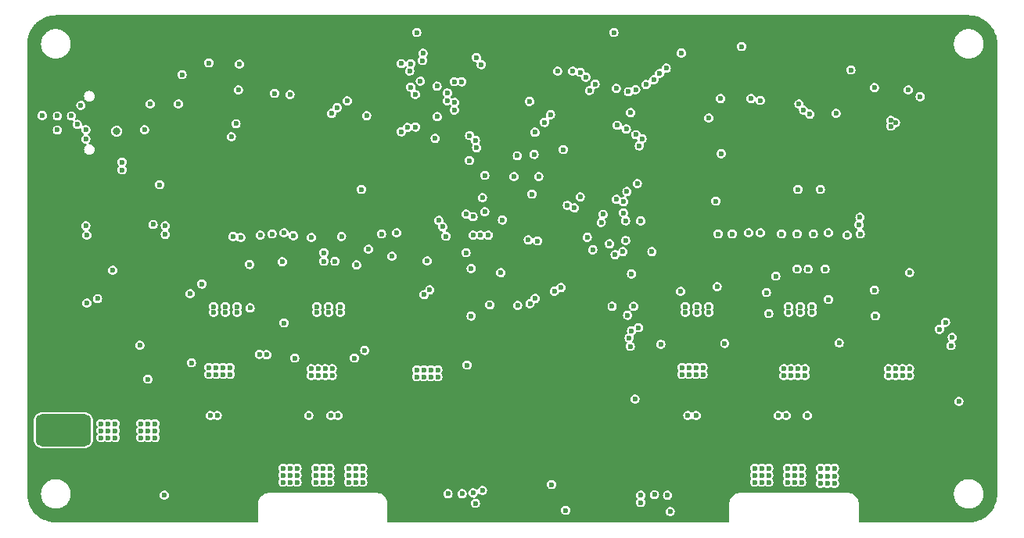
<source format=gbr>
%TF.GenerationSoftware,KiCad,Pcbnew,7.0.9*%
%TF.CreationDate,2024-01-22T22:47:30+08:00*%
%TF.ProjectId,MotorKit,4d6f746f-724b-4697-942e-6b696361645f,rev?*%
%TF.SameCoordinates,Original*%
%TF.FileFunction,Copper,L2,Inr*%
%TF.FilePolarity,Positive*%
%FSLAX46Y46*%
G04 Gerber Fmt 4.6, Leading zero omitted, Abs format (unit mm)*
G04 Created by KiCad (PCBNEW 7.0.9) date 2024-01-22 22:47:30*
%MOMM*%
%LPD*%
G01*
G04 APERTURE LIST*
G04 Aperture macros list*
%AMRoundRect*
0 Rectangle with rounded corners*
0 $1 Rounding radius*
0 $2 $3 $4 $5 $6 $7 $8 $9 X,Y pos of 4 corners*
0 Add a 4 corners polygon primitive as box body*
4,1,4,$2,$3,$4,$5,$6,$7,$8,$9,$2,$3,0*
0 Add four circle primitives for the rounded corners*
1,1,$1+$1,$2,$3*
1,1,$1+$1,$4,$5*
1,1,$1+$1,$6,$7*
1,1,$1+$1,$8,$9*
0 Add four rect primitives between the rounded corners*
20,1,$1+$1,$2,$3,$4,$5,0*
20,1,$1+$1,$4,$5,$6,$7,0*
20,1,$1+$1,$6,$7,$8,$9,0*
20,1,$1+$1,$8,$9,$2,$3,0*%
G04 Aperture macros list end*
%TA.AperFunction,ComponentPad*%
%ADD10O,2.100000X1.050000*%
%TD*%
%TA.AperFunction,ComponentPad*%
%ADD11O,2.000000X1.000000*%
%TD*%
%TA.AperFunction,ComponentPad*%
%ADD12RoundRect,0.700000X-2.300000X1.050000X-2.300000X-1.050000X2.300000X-1.050000X2.300000X1.050000X0*%
%TD*%
%TA.AperFunction,ViaPad*%
%ADD13C,0.600000*%
%TD*%
%TA.AperFunction,ViaPad*%
%ADD14C,0.800000*%
%TD*%
G04 APERTURE END LIST*
D10*
%TO.N,GND*%
%TO.C,J8*%
X102991500Y-77492000D03*
D11*
X98811500Y-77492000D03*
X98811500Y-86132000D03*
D10*
X102991500Y-86132000D03*
%TD*%
D12*
%TO.N,GND*%
%TO.C,J13*%
X99695000Y-109633000D03*
%TO.N,VBUS*%
X99695000Y-115133000D03*
%TD*%
D13*
%TO.N,GND*%
X106426000Y-122174000D03*
X196215000Y-78105000D03*
X151130000Y-109093000D03*
X192024000Y-102469498D03*
X191389000Y-72517000D03*
X178943000Y-86868000D03*
X189484000Y-101506000D03*
X170307000Y-91948000D03*
X169037000Y-121285000D03*
X180467000Y-86868000D03*
X116332000Y-122047000D03*
X100584000Y-106426000D03*
X107188000Y-122174000D03*
X154161500Y-81918702D03*
X99187000Y-90170000D03*
X161544000Y-118872000D03*
X178181000Y-86106000D03*
X195453000Y-78105000D03*
X137541000Y-121920000D03*
X138303000Y-121158000D03*
X195453000Y-77343000D03*
X105664000Y-122936000D03*
X151130000Y-109855000D03*
X169037000Y-122047000D03*
X195834000Y-85725000D03*
X187960000Y-89916000D03*
X128905000Y-86868000D03*
X104521000Y-73406000D03*
X191389000Y-122174000D03*
X99187000Y-89408000D03*
X100711000Y-90170000D03*
X121539000Y-87884000D03*
X113538000Y-95377000D03*
X137541000Y-121158000D03*
X99822000Y-106426000D03*
X190754000Y-101506000D03*
X196215000Y-77343000D03*
X140970000Y-102362000D03*
X192913000Y-72517000D03*
X168275000Y-121285000D03*
X102997000Y-72644000D03*
X129667000Y-86106000D03*
X151481502Y-75184000D03*
X128143000Y-86106000D03*
X192913000Y-73279000D03*
X168148000Y-98171000D03*
X192151000Y-122936000D03*
X103759000Y-73406000D03*
X138430000Y-102362000D03*
X191389000Y-73279000D03*
X178943000Y-86106000D03*
X191389000Y-122936000D03*
X99949000Y-89408000D03*
X196977000Y-78105000D03*
X127381000Y-86868000D03*
X139700000Y-101727000D03*
X99060000Y-106426000D03*
X128905000Y-86106000D03*
X192151000Y-122174000D03*
X192151000Y-73279000D03*
X99060000Y-105664000D03*
X138430000Y-101727000D03*
X150368000Y-109093000D03*
X179705000Y-86106000D03*
X100711000Y-89408000D03*
X106426000Y-122936000D03*
X153178078Y-85215102D03*
X134874000Y-89027000D03*
X151892000Y-109093000D03*
X145288000Y-73660000D03*
X150368000Y-109855000D03*
X150114000Y-96520000D03*
X151892000Y-109855000D03*
X99949000Y-90170000D03*
X143891000Y-88646000D03*
X196977000Y-77343000D03*
X192913000Y-122174000D03*
X190754000Y-102469498D03*
X179705000Y-86868000D03*
X180467000Y-86106000D03*
X105664000Y-122174000D03*
X99822000Y-105664000D03*
X127381000Y-86106000D03*
X192024000Y-101506000D03*
X138303000Y-121920000D03*
X192913000Y-122936000D03*
X192151000Y-72517000D03*
X168275000Y-122047000D03*
X128143000Y-86868000D03*
X140970000Y-101727000D03*
X103759000Y-72644000D03*
X139700000Y-102362000D03*
X178181000Y-86868000D03*
X189484000Y-102469498D03*
X170562625Y-88136375D03*
X102997000Y-73406000D03*
X129667000Y-86868000D03*
X100584000Y-105664000D03*
X140970000Y-118999000D03*
X104521000Y-72644000D03*
X107188000Y-122936000D03*
%TO.N,/NRST*%
X150719830Y-82833170D03*
%TO.N,Net-(U1-VCAP_1)*%
X149993955Y-94494955D03*
%TO.N,Net-(U1-VCAP_2)*%
X160671000Y-89265000D03*
%TO.N,+3.3VA*%
X112522000Y-76581000D03*
X170878500Y-85153500D03*
X141097000Y-94107000D03*
X148810297Y-85377703D03*
X117856000Y-83312000D03*
X143636799Y-85893560D03*
%TO.N,GNDA*%
X169545000Y-81280000D03*
X150622000Y-85223053D03*
X115443000Y-75311000D03*
X118364000Y-81902000D03*
X118745000Y-75438000D03*
%TO.N,VCC*%
X109601000Y-115951000D03*
X126238000Y-113538000D03*
X109601000Y-114427000D03*
X116332000Y-113538000D03*
X168156000Y-113538000D03*
X115570000Y-113538000D03*
X180213000Y-113538000D03*
X128651000Y-113538000D03*
X108077000Y-114427000D03*
X196596000Y-112014000D03*
X177927000Y-113538000D03*
X108077000Y-115951000D03*
X177038000Y-113538000D03*
X185905500Y-92043000D03*
X108839000Y-115189000D03*
X161544000Y-111760000D03*
X129413000Y-113538000D03*
X108839000Y-115951000D03*
X167267000Y-113538000D03*
X170307000Y-90297000D03*
X108830000Y-109601000D03*
X108077000Y-115189000D03*
X108839000Y-114427000D03*
X109601000Y-115189000D03*
%TO.N,/VBUS*%
X151130000Y-87630000D03*
X144022213Y-93982500D03*
X144018000Y-91983500D03*
%TO.N,+5V*%
X112141000Y-79756000D03*
X192419500Y-78982000D03*
X110109000Y-88519000D03*
X109093000Y-79756000D03*
X159258000Y-72009000D03*
X143383000Y-108077000D03*
X137922000Y-72009000D03*
X108458000Y-82550000D03*
X107950000Y-105918000D03*
X105029000Y-97790000D03*
%TO.N,+3.3V*%
X189230000Y-81534000D03*
X152527000Y-121031000D03*
X189738000Y-81788000D03*
X145034000Y-89916000D03*
X144272000Y-123063000D03*
X110708500Y-93899923D03*
X151003000Y-94615000D03*
X191262000Y-98044000D03*
X156221488Y-76844764D03*
X110617000Y-122174000D03*
X97407900Y-81010700D03*
X153797000Y-84709000D03*
X189230000Y-82169000D03*
X153162000Y-76200000D03*
X185792259Y-92869437D03*
X162179000Y-122973503D03*
X154051000Y-123825000D03*
X161798000Y-88392000D03*
X131953000Y-89027000D03*
%TO.N,/M0_SO1*%
X144906500Y-75487331D03*
X173101000Y-73533000D03*
X156623545Y-78305500D03*
%TO.N,Net-(IC1-GVDD)*%
X180475933Y-80858092D03*
%TO.N,/M0_SO2*%
X144370001Y-74718686D03*
X166565317Y-74236318D03*
X157226000Y-77597000D03*
%TO.N,/M0_TEMP*%
X150405777Y-89535000D03*
X143256000Y-95885000D03*
%TO.N,Net-(IC1-DVDD)*%
X175101500Y-79375000D03*
%TO.N,Net-(IC1-CP1)*%
X179800500Y-80430312D03*
%TO.N,Net-(IC1-CP2)*%
X179300500Y-79756000D03*
%TO.N,Net-(IC1-COMP)*%
X187455000Y-77981000D03*
%TO.N,Net-(IC1-BST_A)*%
X185928000Y-93853000D03*
%TO.N,/M0 Driver/M0_SH_A*%
X190500000Y-108458000D03*
X183134000Y-120904000D03*
X191262000Y-109220000D03*
X187452000Y-99949000D03*
X184531000Y-93980000D03*
X183134000Y-119253000D03*
X189738000Y-109220000D03*
X182372000Y-120142000D03*
X187579000Y-102743000D03*
X188976000Y-108458000D03*
X181610000Y-119253000D03*
X190500000Y-109220000D03*
X189738000Y-108458000D03*
X182372000Y-119253000D03*
X183134000Y-120142000D03*
X182372000Y-120904000D03*
X181610000Y-120142000D03*
X191262000Y-108458000D03*
X181610000Y-120904000D03*
X188976000Y-109220000D03*
%TO.N,Net-(IC1-BST_B)*%
X182499000Y-93726000D03*
%TO.N,/M0 Driver/M0_SH_B*%
X178816000Y-120015000D03*
X179578000Y-120015000D03*
X178054000Y-120015000D03*
X177673000Y-109220000D03*
X179578000Y-120777000D03*
X178435000Y-109220000D03*
X178816000Y-120777000D03*
X179959000Y-109220000D03*
X179197000Y-109220000D03*
X179578000Y-119253000D03*
X179197000Y-108458000D03*
X178054000Y-119253000D03*
X179959000Y-108458000D03*
X178435000Y-108458000D03*
X177673000Y-108458000D03*
X180848000Y-93853000D03*
X178816000Y-119253000D03*
X178054000Y-120777000D03*
%TO.N,Net-(IC1-BST_C)*%
X179105500Y-93853000D03*
%TO.N,/M0 Driver/M0_SH_C*%
X166624000Y-109093000D03*
X168148000Y-108331000D03*
X174498000Y-119253000D03*
X168910000Y-108331000D03*
X167386000Y-108331000D03*
X177419000Y-93853000D03*
X168148000Y-109093000D03*
X174498000Y-120777000D03*
X166624000Y-108331000D03*
X175260000Y-119253000D03*
X176022000Y-119253000D03*
X167386000Y-109093000D03*
X176022000Y-120015000D03*
X168910000Y-109093000D03*
X174498000Y-120015000D03*
X176022000Y-120777000D03*
X175260000Y-120777000D03*
X175260000Y-120015000D03*
%TO.N,Net-(IC1-SN1)*%
X175120000Y-93726000D03*
%TO.N,Net-(IC1-SN2)*%
X172072000Y-93853000D03*
%TO.N,/M1_SO1*%
X138557000Y-75057000D03*
%TO.N,Net-(IC2-GVDD)*%
X130403902Y-79421500D03*
%TO.N,/M1_SO2*%
X138599911Y-74252089D03*
%TO.N,/M1_TEMP*%
X148463000Y-87630000D03*
X147022301Y-98047500D03*
X153543000Y-99660500D03*
X143256000Y-91694000D03*
X161175339Y-98199839D03*
%TO.N,Net-(IC2-DVDD)*%
X124206000Y-78740000D03*
%TO.N,Net-(IC2-CP1)*%
X129321500Y-80154752D03*
%TO.N,Net-(IC2-CP2)*%
X128686500Y-80789768D03*
%TO.N,Net-(IC2-BST_A)*%
X135763000Y-93726000D03*
%TO.N,/M1 Driver/M1_SH_A*%
X137922000Y-108585000D03*
X131318000Y-120015000D03*
X130556000Y-119253000D03*
X132080000Y-120015000D03*
X131318000Y-119253000D03*
X138684000Y-109347000D03*
X132080000Y-119253000D03*
X130556000Y-120015000D03*
X137922000Y-109347000D03*
X134112000Y-93853000D03*
X130556000Y-120777000D03*
X138684000Y-108585000D03*
X139446000Y-108585000D03*
X140208000Y-108585000D03*
X140208000Y-109347000D03*
X139446000Y-109347000D03*
X132080000Y-120777000D03*
X139048500Y-96774000D03*
X131318000Y-120777000D03*
X135255000Y-96266000D03*
%TO.N,Net-(IC2-BST_B)*%
X132715000Y-95504000D03*
%TO.N,/M1 Driver/M1_SH_B*%
X127000000Y-120777000D03*
X128524000Y-119253000D03*
X128524000Y-120015000D03*
X127762000Y-120015000D03*
X128778000Y-109220000D03*
X127254000Y-108458000D03*
X126492000Y-108458000D03*
X127000000Y-119253000D03*
X127762000Y-120777000D03*
X126492000Y-109220000D03*
X128016000Y-108458000D03*
X127000000Y-120015000D03*
X129779932Y-94121068D03*
X128524000Y-120777000D03*
X127762000Y-119253000D03*
X128016000Y-109220000D03*
X127254000Y-109220000D03*
X128778000Y-108458000D03*
%TO.N,Net-(IC2-BST_C)*%
X127876500Y-95885000D03*
%TO.N,/M1 Driver/M1_SH_C*%
X123444000Y-120015000D03*
X115443000Y-108331000D03*
X123444000Y-120777000D03*
X124206000Y-120015000D03*
X116967000Y-109093000D03*
X116205000Y-108331000D03*
X117729000Y-109093000D03*
X124206000Y-119253000D03*
X116967000Y-108331000D03*
X126527500Y-94234000D03*
X124206000Y-120777000D03*
X116205000Y-109093000D03*
X124968000Y-120015000D03*
X117729000Y-108331000D03*
X123444000Y-119253000D03*
X124968000Y-120777000D03*
X124968000Y-119253000D03*
X115443000Y-109093000D03*
%TO.N,Net-(IC2-SN1)*%
X124574000Y-94049000D03*
%TO.N,Net-(IC2-SN2)*%
X122262000Y-93853000D03*
%TO.N,VBUS*%
X103759000Y-114427000D03*
X104521000Y-115189000D03*
X103759000Y-115951000D03*
X103759000Y-115189000D03*
X104521000Y-114427000D03*
X105283000Y-114427000D03*
X104521000Y-115951000D03*
X105283000Y-115951000D03*
X105283000Y-115189000D03*
D14*
%TO.N,Net-(F1-Pad2)*%
X105451500Y-82712500D03*
D13*
%TO.N,Net-(IC1-RT_CLK)*%
X191135000Y-78232000D03*
%TO.N,Net-(IC1-VSENSE)*%
X184912000Y-76073000D03*
%TO.N,/NFAULT*%
X161076471Y-80694649D03*
X140145042Y-81135444D03*
%TO.N,Net-(IC1-DTC)*%
X183300500Y-80772000D03*
%TO.N,/M0_CS*%
X152398875Y-80921648D03*
X159632828Y-82077500D03*
%TO.N,/M_MOSI*%
X160612003Y-82491512D03*
X142012225Y-79612872D03*
%TO.N,/M_MISO*%
X141240803Y-79402843D03*
X161640762Y-83090532D03*
%TO.N,/M_SCK*%
X141229853Y-78565970D03*
X162306000Y-83534000D03*
%TO.N,/EN_GATE*%
X137795000Y-82264000D03*
X163372424Y-95775925D03*
X162179000Y-92436722D03*
X137763971Y-78731500D03*
%TO.N,/M0_AL*%
X157886940Y-92608940D03*
X156375052Y-94214712D03*
%TO.N,/M0_BH*%
X160528000Y-92424000D03*
X160528000Y-94562000D03*
%TO.N,/M0_CH*%
X160225918Y-95761500D03*
X160303750Y-91569872D03*
%TO.N,/M0_CL*%
X159390881Y-96101119D03*
X158784724Y-94929276D03*
%TO.N,Net-(IC1-SO1)*%
X174117000Y-79180500D03*
%TO.N,Net-(IC1-SO2)*%
X170815000Y-79180500D03*
%TO.N,/M0 Driver/M0_SL_C*%
X167005000Y-102362000D03*
X169545000Y-101727000D03*
X167005000Y-101727000D03*
X168275000Y-101727000D03*
X168275000Y-102362000D03*
X169545000Y-102362000D03*
%TO.N,/M0 Driver/M0_GL_C*%
X170434000Y-99568000D03*
X166497000Y-100076000D03*
%TO.N,/M0 Driver/M0_GH_C*%
X171259500Y-105727500D03*
X164338000Y-105826500D03*
%TO.N,/M0 Driver/M0_SL_B*%
X179451000Y-102362000D03*
X178181000Y-101727000D03*
X179451000Y-101727000D03*
X180721000Y-102362000D03*
X180721000Y-101727000D03*
X178181000Y-102362000D03*
%TO.N,/M0 Driver/M0_GL_B*%
X179105500Y-97663000D03*
X180304500Y-97663000D03*
%TO.N,/M0 Driver/M0_GH_B*%
X179197000Y-89027000D03*
X176784000Y-98425000D03*
X176022000Y-102489000D03*
X175768000Y-100203000D03*
%TO.N,/M0 Driver/M0_GH_A*%
X183642000Y-105664000D03*
X181610000Y-89027000D03*
X182118000Y-97663000D03*
X182499000Y-100965000D03*
%TO.N,Net-(IC2-DTC)*%
X132500106Y-81028072D03*
%TO.N,/M1_CS*%
X150129647Y-79486353D03*
X142001972Y-80412309D03*
%TO.N,/M1_AH*%
X154986817Y-91017371D03*
X137270500Y-77933152D03*
%TO.N,/M1_AL*%
X139918097Y-83485862D03*
X140114883Y-77819000D03*
%TO.N,/M1_BH*%
X154230141Y-90754991D03*
X138323589Y-77290411D03*
%TO.N,/M1_BL*%
X137153347Y-76194252D03*
X136921610Y-82307339D03*
%TO.N,/M1_CL*%
X136271000Y-82772000D03*
X136261608Y-75389640D03*
%TO.N,/M1_CH*%
X137287000Y-75406000D03*
X155618039Y-89835037D03*
%TO.N,Net-(IC2-SO1)*%
X122555000Y-78613000D03*
%TO.N,Net-(IC2-SO2)*%
X118618000Y-78232000D03*
%TO.N,/M1 Driver/M1_SL_C*%
X118491000Y-101727000D03*
X117221000Y-102362000D03*
X118491000Y-102362000D03*
X115951000Y-101727000D03*
X117221000Y-101727000D03*
X115951000Y-102362000D03*
%TO.N,/M1 Driver/M1_GL_C*%
X118061139Y-94131339D03*
X119832500Y-97161756D03*
%TO.N,/M1 Driver/M1_GH_C*%
X113538000Y-107823000D03*
X120888000Y-106898500D03*
%TO.N,/M1 Driver/M1_SL_B*%
X129667000Y-101727000D03*
X128397000Y-102362000D03*
X128397000Y-101727000D03*
X129667000Y-102362000D03*
X127127000Y-102362000D03*
X127127000Y-101727000D03*
%TO.N,/M1 Driver/M1_GL_B*%
X129075500Y-96814500D03*
X127876500Y-96814500D03*
%TO.N,/M1 Driver/M1_GH_B*%
X124714000Y-107315000D03*
X131191000Y-107315000D03*
%TO.N,/SWD_CLK*%
X155612288Y-76327000D03*
%TO.N,/SWD_DIO*%
X154813000Y-76200000D03*
%TO.N,/DEBUG_RX*%
X144402071Y-84499248D03*
X145288000Y-87503000D03*
X142785313Y-77359500D03*
%TO.N,/DEBUG_TX*%
X141986000Y-77343000D03*
%TO.N,Net-(J3-Pin_1)*%
X165354000Y-123952000D03*
%TO.N,/M0_ENC_A*%
X163576000Y-77129318D03*
X165060191Y-122190274D03*
%TO.N,/M0_ENC_B*%
X163645073Y-122119490D03*
X162748207Y-77648008D03*
%TO.N,/M0_ENC_Z*%
X156967332Y-95563500D03*
X158092931Y-91725753D03*
X159068749Y-101700251D03*
X162179000Y-122174000D03*
%TO.N,Net-(J5-Pin_1)*%
X145034000Y-121666000D03*
%TO.N,/M1_ENC_A*%
X144018000Y-121920000D03*
X161617015Y-78213514D03*
%TO.N,/M1_ENC_B*%
X142831517Y-122025863D03*
X160827287Y-78437556D03*
%TO.N,/M1_ENC_Z*%
X143818500Y-102749555D03*
X143822662Y-97603840D03*
X151765000Y-81756000D03*
X141307517Y-122025862D03*
%TO.N,Net-(J8-CC1)*%
X101573500Y-79918500D03*
%TO.N,/Port/USBC_DP1*%
X99033500Y-82585500D03*
X102108000Y-82550000D03*
%TO.N,/Port/USBC_DN1*%
X101192500Y-81986500D03*
%TO.N,Net-(J8-CC2)*%
X102108000Y-83562000D03*
%TO.N,Net-(J9-01)*%
X103378000Y-100874500D03*
%TO.N,Net-(J9-02)*%
X102235000Y-101346000D03*
%TO.N,Net-(J10-01)*%
X102235000Y-93980000D03*
%TO.N,Net-(J10-02)*%
X102108000Y-92964000D03*
%TO.N,/LED1*%
X145288000Y-91440000D03*
X194492246Y-104195246D03*
X161036000Y-106045000D03*
X144821716Y-93982500D03*
X195749911Y-105960911D03*
%TO.N,/LED2*%
X195142157Y-103433246D03*
X145669000Y-93982500D03*
X160923105Y-105127790D03*
X147201581Y-92337581D03*
X195876911Y-105071911D03*
%TO.N,Net-(U1-BOOT0)*%
X159512294Y-78070500D03*
%TO.N,/USB_DN*%
X159551495Y-90110438D03*
X100557500Y-81061500D03*
X106045000Y-86062000D03*
%TO.N,/USB_DP*%
X99033500Y-81061500D03*
X160314434Y-90349455D03*
X106045000Y-86912000D03*
%TO.N,/KEY2*%
X161925000Y-104013000D03*
%TO.N,/KEY1*%
X161166778Y-104366326D03*
%TO.N,/RS485_TX*%
X143654512Y-83186003D03*
X140318500Y-92396045D03*
X138720450Y-100445000D03*
%TO.N,/RS485_RX*%
X144262884Y-83704740D03*
X139320201Y-99917005D03*
X140736557Y-93077539D03*
%TO.N,/CAN_SILENT*%
X109382688Y-92830844D03*
X145822801Y-101550500D03*
X110708500Y-92964000D03*
%TO.N,/RS485_DIR*%
X162021474Y-84290620D03*
X148844000Y-101600000D03*
X152817875Y-100060924D03*
%TO.N,/CAN_RX*%
X160746500Y-102679147D03*
X164211000Y-76454000D03*
X150179695Y-101416528D03*
%TO.N,/CAN_TX*%
X164922409Y-75879227D03*
X150736821Y-100843105D03*
X161398718Y-101708724D03*
%TO.N,/M0 Driver/M0_SP1*%
X173850000Y-93726000D03*
%TO.N,/M0 Driver/M0_SP2*%
X170548000Y-93853000D03*
%TO.N,/M1 Driver/M1_SP1*%
X132298500Y-106474457D03*
X131409500Y-97214500D03*
X123558000Y-93726000D03*
%TO.N,/M1 Driver/M1_SP2*%
X113411000Y-100330000D03*
X123571000Y-103505000D03*
X121685674Y-106952541D03*
X120992000Y-93980000D03*
%TO.N,/M1 Driver/M1_SN1*%
X123380500Y-96865500D03*
X119888500Y-101874589D03*
%TO.N,/M1 Driver/M1_SN2*%
X114681000Y-99278500D03*
X118872000Y-94234000D03*
%TD*%
%TA.AperFunction,Conductor*%
%TO.N,GND*%
G36*
X197659294Y-70135569D02*
G01*
X197791497Y-70142498D01*
X197986501Y-70153450D01*
X197991442Y-70153978D01*
X198147369Y-70178675D01*
X198148022Y-70178779D01*
X198318297Y-70207709D01*
X198322781Y-70208689D01*
X198480425Y-70250929D01*
X198642264Y-70297555D01*
X198646252Y-70298892D01*
X198800454Y-70358085D01*
X198954549Y-70421914D01*
X198958048Y-70423526D01*
X199106197Y-70499012D01*
X199225317Y-70564847D01*
X199251516Y-70579327D01*
X199254525Y-70581132D01*
X199394570Y-70672079D01*
X199529733Y-70767983D01*
X199532186Y-70769843D01*
X199661397Y-70874476D01*
X199663217Y-70876025D01*
X199785853Y-70985619D01*
X199787871Y-70987527D01*
X199905473Y-71105129D01*
X199907381Y-71107147D01*
X200016967Y-71229774D01*
X200016973Y-71229780D01*
X200018532Y-71231613D01*
X200123136Y-71360788D01*
X200125038Y-71363296D01*
X200220921Y-71498430D01*
X200248282Y-71540562D01*
X200311862Y-71638467D01*
X200313672Y-71641483D01*
X200393987Y-71786802D01*
X200469467Y-71934941D01*
X200471095Y-71938472D01*
X200534913Y-72092542D01*
X200594101Y-72246735D01*
X200595454Y-72250772D01*
X200642076Y-72412595D01*
X200684304Y-72570197D01*
X200685292Y-72574719D01*
X200714228Y-72745024D01*
X200739018Y-72901545D01*
X200739550Y-72906516D01*
X200750496Y-73101403D01*
X200757432Y-73233746D01*
X200757500Y-73236337D01*
X200757500Y-122033708D01*
X200757432Y-122036300D01*
X200750515Y-122168270D01*
X200739552Y-122363483D01*
X200739020Y-122368454D01*
X200714222Y-122525022D01*
X200685296Y-122695272D01*
X200684308Y-122699794D01*
X200642077Y-122857408D01*
X200595452Y-123019242D01*
X200594098Y-123023280D01*
X200534917Y-123177452D01*
X200471097Y-123331525D01*
X200469469Y-123335056D01*
X200393983Y-123483208D01*
X200313677Y-123628509D01*
X200311868Y-123631525D01*
X200220924Y-123771567D01*
X200125047Y-123906692D01*
X200123145Y-123909200D01*
X200018505Y-124038420D01*
X200016945Y-124040253D01*
X199907399Y-124162835D01*
X199905491Y-124164853D01*
X199787853Y-124282491D01*
X199785835Y-124284399D01*
X199663253Y-124393945D01*
X199661420Y-124395505D01*
X199532200Y-124500145D01*
X199529692Y-124502047D01*
X199394567Y-124597924D01*
X199254525Y-124688868D01*
X199251509Y-124690677D01*
X199106208Y-124770983D01*
X198958056Y-124846469D01*
X198954525Y-124848097D01*
X198800452Y-124911917D01*
X198646280Y-124971098D01*
X198642242Y-124972452D01*
X198480408Y-125019077D01*
X198322794Y-125061308D01*
X198318272Y-125062296D01*
X198148022Y-125091222D01*
X197991454Y-125116020D01*
X197986483Y-125116552D01*
X197791271Y-125127515D01*
X197685751Y-125133045D01*
X197659294Y-125134432D01*
X197656709Y-125134500D01*
X185857500Y-125134500D01*
X185799309Y-125115593D01*
X185763345Y-125066093D01*
X185758500Y-125035500D01*
X185758500Y-123126928D01*
X185758499Y-123126914D01*
X185758499Y-123040516D01*
X185728940Y-122853887D01*
X185728939Y-122853883D01*
X185670546Y-122674169D01*
X185584759Y-122505802D01*
X185473689Y-122352928D01*
X185340072Y-122219311D01*
X185187198Y-122108241D01*
X185187197Y-122108240D01*
X185187195Y-122108239D01*
X185043452Y-122034999D01*
X196052552Y-122034999D01*
X196060314Y-122133631D01*
X196060467Y-122137516D01*
X196060467Y-122160733D01*
X196060466Y-122160733D01*
X196064097Y-122183654D01*
X196064554Y-122187514D01*
X196072317Y-122286146D01*
X196095413Y-122382346D01*
X196096171Y-122386159D01*
X196099802Y-122409090D01*
X196106977Y-122431171D01*
X196108032Y-122434912D01*
X196131128Y-122531112D01*
X196131129Y-122531117D01*
X196168986Y-122622510D01*
X196170331Y-122626155D01*
X196177505Y-122648232D01*
X196177510Y-122648246D01*
X196188047Y-122668924D01*
X196189674Y-122672455D01*
X196227533Y-122763855D01*
X196227536Y-122763861D01*
X196268708Y-122831046D01*
X196279224Y-122848208D01*
X196281123Y-122851597D01*
X196291663Y-122872284D01*
X196291666Y-122872288D01*
X196291667Y-122872290D01*
X196291670Y-122872294D01*
X196305310Y-122891068D01*
X196307469Y-122894299D01*
X196359162Y-122978654D01*
X196359165Y-122978659D01*
X196371241Y-122992798D01*
X196423416Y-123053889D01*
X196425822Y-123056940D01*
X196439466Y-123075718D01*
X196439470Y-123075723D01*
X196455886Y-123092139D01*
X196458513Y-123094980D01*
X196502335Y-123146288D01*
X196519185Y-123166018D01*
X196522777Y-123170223D01*
X196597999Y-123234469D01*
X196598004Y-123234473D01*
X196600857Y-123237111D01*
X196617279Y-123253532D01*
X196628028Y-123261341D01*
X196636051Y-123267170D01*
X196639104Y-123269576D01*
X196714341Y-123333835D01*
X196798702Y-123385531D01*
X196801921Y-123387682D01*
X196820710Y-123401333D01*
X196841400Y-123411875D01*
X196844778Y-123413767D01*
X196929138Y-123465463D01*
X196929140Y-123465464D01*
X196929142Y-123465465D01*
X197020558Y-123503330D01*
X197024052Y-123504940D01*
X197044760Y-123515492D01*
X197063590Y-123521610D01*
X197066839Y-123522666D01*
X197070478Y-123524008D01*
X197161887Y-123561871D01*
X197161889Y-123561872D01*
X197258096Y-123584969D01*
X197261823Y-123586020D01*
X197283910Y-123593197D01*
X197306862Y-123596832D01*
X197310641Y-123597583D01*
X197376489Y-123613392D01*
X197406851Y-123620682D01*
X197422438Y-123621908D01*
X197505496Y-123628445D01*
X197509317Y-123628897D01*
X197532271Y-123632533D01*
X197532274Y-123632533D01*
X197555483Y-123632533D01*
X197559368Y-123632686D01*
X197597322Y-123635672D01*
X197658000Y-123640448D01*
X197718677Y-123635672D01*
X197756632Y-123632686D01*
X197760517Y-123632533D01*
X197783724Y-123632533D01*
X197783729Y-123632533D01*
X197806691Y-123628896D01*
X197810497Y-123628445D01*
X197901924Y-123621250D01*
X197909148Y-123620682D01*
X197922259Y-123617534D01*
X198005368Y-123597581D01*
X198009103Y-123596837D01*
X198032090Y-123593197D01*
X198054210Y-123586009D01*
X198057882Y-123584974D01*
X198137694Y-123565813D01*
X198154108Y-123561873D01*
X198154109Y-123561872D01*
X198154111Y-123561872D01*
X198245525Y-123524006D01*
X198249144Y-123522671D01*
X198271240Y-123515492D01*
X198291971Y-123504928D01*
X198295403Y-123503346D01*
X198386858Y-123465465D01*
X198471234Y-123413758D01*
X198474582Y-123411884D01*
X198495290Y-123401333D01*
X198514079Y-123387682D01*
X198517284Y-123385539D01*
X198601659Y-123333835D01*
X198676926Y-123269549D01*
X198679903Y-123267203D01*
X198698723Y-123253530D01*
X198715158Y-123237094D01*
X198717971Y-123234494D01*
X198793223Y-123170223D01*
X198857494Y-123094971D01*
X198860094Y-123092158D01*
X198876530Y-123075723D01*
X198890203Y-123056903D01*
X198892549Y-123053926D01*
X198956835Y-122978659D01*
X199008539Y-122894284D01*
X199010690Y-122891068D01*
X199024333Y-122872290D01*
X199034884Y-122851582D01*
X199036758Y-122848234D01*
X199088465Y-122763858D01*
X199126346Y-122672403D01*
X199127928Y-122668971D01*
X199138492Y-122648240D01*
X199145671Y-122626144D01*
X199147010Y-122622517D01*
X199147014Y-122622509D01*
X199184872Y-122531111D01*
X199184874Y-122531105D01*
X199188813Y-122514694D01*
X199207974Y-122434882D01*
X199209009Y-122431210D01*
X199216197Y-122409090D01*
X199219837Y-122386103D01*
X199220581Y-122382368D01*
X199243519Y-122286825D01*
X199243682Y-122286148D01*
X199244250Y-122278924D01*
X199251445Y-122187497D01*
X199251896Y-122183691D01*
X199255533Y-122160729D01*
X199256161Y-122128659D01*
X199256302Y-122125784D01*
X199263448Y-122035000D01*
X199256303Y-121944220D01*
X199256161Y-121941336D01*
X199255533Y-121909271D01*
X199251897Y-121886317D01*
X199251445Y-121882496D01*
X199243682Y-121783853D01*
X199242167Y-121777543D01*
X199232517Y-121737347D01*
X199220583Y-121687637D01*
X199219830Y-121683851D01*
X199216197Y-121660910D01*
X199209020Y-121638823D01*
X199207967Y-121635089D01*
X199204102Y-121618990D01*
X199184872Y-121538889D01*
X199147008Y-121447478D01*
X199145666Y-121443839D01*
X199138493Y-121421763D01*
X199138492Y-121421760D01*
X199127940Y-121401052D01*
X199126329Y-121397554D01*
X199088465Y-121306142D01*
X199088463Y-121306138D01*
X199036767Y-121221778D01*
X199034871Y-121218393D01*
X199024333Y-121197710D01*
X199010679Y-121178917D01*
X199008527Y-121175695D01*
X198956835Y-121091341D01*
X198892576Y-121016104D01*
X198890169Y-121013050D01*
X198876532Y-120994279D01*
X198860111Y-120977857D01*
X198857473Y-120975004D01*
X198810031Y-120919457D01*
X198793223Y-120899777D01*
X198793216Y-120899771D01*
X198793213Y-120899768D01*
X198769288Y-120879335D01*
X198717980Y-120835513D01*
X198715139Y-120832886D01*
X198698723Y-120816470D01*
X198698719Y-120816467D01*
X198698718Y-120816466D01*
X198679940Y-120802822D01*
X198676889Y-120800416D01*
X198607294Y-120740978D01*
X198601659Y-120736165D01*
X198517299Y-120684469D01*
X198514068Y-120682310D01*
X198495284Y-120668663D01*
X198474597Y-120658123D01*
X198471205Y-120656223D01*
X198386861Y-120604536D01*
X198386855Y-120604533D01*
X198295455Y-120566674D01*
X198291924Y-120565047D01*
X198271246Y-120554510D01*
X198271237Y-120554507D01*
X198249155Y-120547331D01*
X198245510Y-120545986D01*
X198154117Y-120508129D01*
X198154112Y-120508128D01*
X198057912Y-120485032D01*
X198054171Y-120483977D01*
X198032089Y-120476802D01*
X198032090Y-120476802D01*
X198009159Y-120473171D01*
X198005346Y-120472413D01*
X197909146Y-120449317D01*
X197810514Y-120441554D01*
X197806654Y-120441097D01*
X197783733Y-120437467D01*
X197783729Y-120437467D01*
X197760517Y-120437467D01*
X197756632Y-120437314D01*
X197658000Y-120429552D01*
X197559368Y-120437314D01*
X197555483Y-120437467D01*
X197532265Y-120437467D01*
X197509345Y-120441097D01*
X197505485Y-120441554D01*
X197406852Y-120449317D01*
X197310652Y-120472413D01*
X197306839Y-120473171D01*
X197283911Y-120476802D01*
X197261833Y-120483975D01*
X197258093Y-120485030D01*
X197161896Y-120508125D01*
X197161882Y-120508130D01*
X197070481Y-120545989D01*
X197066836Y-120547334D01*
X197044763Y-120554506D01*
X197044755Y-120554509D01*
X197024083Y-120565043D01*
X197020554Y-120566670D01*
X196929145Y-120604533D01*
X196929132Y-120604540D01*
X196844784Y-120656228D01*
X196841393Y-120658127D01*
X196820713Y-120668664D01*
X196801925Y-120682313D01*
X196798695Y-120684471D01*
X196714343Y-120736163D01*
X196714342Y-120736163D01*
X196639107Y-120800420D01*
X196636056Y-120802825D01*
X196617273Y-120816472D01*
X196600855Y-120832889D01*
X196598003Y-120835525D01*
X196522782Y-120899772D01*
X196522772Y-120899782D01*
X196458525Y-120975003D01*
X196455889Y-120977855D01*
X196439472Y-120994273D01*
X196425825Y-121013056D01*
X196423420Y-121016107D01*
X196359163Y-121091342D01*
X196359163Y-121091343D01*
X196307471Y-121175695D01*
X196305313Y-121178925D01*
X196291664Y-121197713D01*
X196281127Y-121218393D01*
X196279228Y-121221784D01*
X196227540Y-121306132D01*
X196227533Y-121306145D01*
X196189670Y-121397554D01*
X196188043Y-121401083D01*
X196177509Y-121421755D01*
X196177506Y-121421763D01*
X196170334Y-121443836D01*
X196168989Y-121447481D01*
X196131130Y-121538882D01*
X196131125Y-121538896D01*
X196108030Y-121635093D01*
X196106975Y-121638833D01*
X196099802Y-121660911D01*
X196096171Y-121683839D01*
X196095413Y-121687652D01*
X196072317Y-121783852D01*
X196064554Y-121882485D01*
X196064097Y-121886345D01*
X196060467Y-121909265D01*
X196060467Y-121932483D01*
X196060314Y-121936368D01*
X196052552Y-122034999D01*
X185043452Y-122034999D01*
X185018831Y-122022454D01*
X184839112Y-121964059D01*
X184652483Y-121934501D01*
X184652480Y-121934501D01*
X184558098Y-121934501D01*
X172999010Y-121934501D01*
X172999001Y-121934498D01*
X172958000Y-121934498D01*
X172863518Y-121934498D01*
X172863515Y-121934498D01*
X172676884Y-121964058D01*
X172497173Y-122022448D01*
X172497167Y-122022450D01*
X172497167Y-122022451D01*
X172490477Y-122025860D01*
X172328802Y-122108237D01*
X172175926Y-122219308D01*
X172042307Y-122352927D01*
X171931236Y-122505802D01*
X171845451Y-122674167D01*
X171787056Y-122853887D01*
X171757498Y-123040515D01*
X171757498Y-123040516D01*
X171757498Y-123040519D01*
X171757498Y-123134901D01*
X171757498Y-123134902D01*
X171757499Y-124597924D01*
X171757500Y-125035500D01*
X171738593Y-125093691D01*
X171689093Y-125129655D01*
X171658500Y-125134500D01*
X134857500Y-125134500D01*
X134799309Y-125115593D01*
X134763345Y-125066093D01*
X134758500Y-125035500D01*
X134758500Y-123825002D01*
X153545353Y-123825002D01*
X153565834Y-123967456D01*
X153575621Y-123988886D01*
X153625623Y-124098373D01*
X153681494Y-124162852D01*
X153719873Y-124207144D01*
X153840085Y-124284399D01*
X153840947Y-124284953D01*
X153947403Y-124316211D01*
X153979035Y-124325499D01*
X153979036Y-124325499D01*
X153979039Y-124325500D01*
X153979041Y-124325500D01*
X154122959Y-124325500D01*
X154122961Y-124325500D01*
X154261053Y-124284953D01*
X154382128Y-124207143D01*
X154476377Y-124098373D01*
X154536165Y-123967457D01*
X154538387Y-123952002D01*
X164848353Y-123952002D01*
X164868834Y-124094456D01*
X164920298Y-124207144D01*
X164928623Y-124225373D01*
X164980249Y-124284953D01*
X165022873Y-124334144D01*
X165029460Y-124338377D01*
X165143947Y-124411953D01*
X165250403Y-124443211D01*
X165282035Y-124452499D01*
X165282036Y-124452499D01*
X165282039Y-124452500D01*
X165282041Y-124452500D01*
X165425959Y-124452500D01*
X165425961Y-124452500D01*
X165564053Y-124411953D01*
X165685128Y-124334143D01*
X165779377Y-124225373D01*
X165839165Y-124094457D01*
X165859647Y-123952000D01*
X165853493Y-123909200D01*
X165839165Y-123809543D01*
X165821822Y-123771567D01*
X165779377Y-123678627D01*
X165685128Y-123569857D01*
X165685127Y-123569856D01*
X165685126Y-123569855D01*
X165564057Y-123492049D01*
X165564054Y-123492047D01*
X165564053Y-123492047D01*
X165564050Y-123492046D01*
X165425964Y-123451500D01*
X165425961Y-123451500D01*
X165282039Y-123451500D01*
X165282035Y-123451500D01*
X165143949Y-123492046D01*
X165143942Y-123492049D01*
X165022873Y-123569855D01*
X164928622Y-123678628D01*
X164868834Y-123809543D01*
X164848353Y-123951997D01*
X164848353Y-123952002D01*
X154538387Y-123952002D01*
X154556647Y-123825000D01*
X154536165Y-123682543D01*
X154476377Y-123551627D01*
X154382128Y-123442857D01*
X154382127Y-123442856D01*
X154382126Y-123442855D01*
X154261057Y-123365049D01*
X154261054Y-123365047D01*
X154261053Y-123365047D01*
X154261050Y-123365046D01*
X154122964Y-123324500D01*
X154122961Y-123324500D01*
X153979039Y-123324500D01*
X153979035Y-123324500D01*
X153840949Y-123365046D01*
X153840942Y-123365049D01*
X153719873Y-123442855D01*
X153625622Y-123551628D01*
X153565834Y-123682543D01*
X153545353Y-123824997D01*
X153545353Y-123825002D01*
X134758500Y-123825002D01*
X134758500Y-123126921D01*
X134758499Y-123126913D01*
X134758499Y-123040515D01*
X134728940Y-122853886D01*
X134728939Y-122853882D01*
X134670546Y-122674168D01*
X134584758Y-122505801D01*
X134473689Y-122352927D01*
X134340072Y-122219310D01*
X134187198Y-122108241D01*
X134187197Y-122108240D01*
X134187195Y-122108239D01*
X134025520Y-122025862D01*
X140801870Y-122025862D01*
X140822351Y-122168318D01*
X140876162Y-122286146D01*
X140882140Y-122299235D01*
X140976389Y-122408005D01*
X140976390Y-122408006D01*
X141097459Y-122485812D01*
X141097464Y-122485815D01*
X141203920Y-122517073D01*
X141235552Y-122526361D01*
X141235553Y-122526361D01*
X141235556Y-122526362D01*
X141235558Y-122526362D01*
X141379476Y-122526362D01*
X141379478Y-122526362D01*
X141517570Y-122485815D01*
X141638645Y-122408005D01*
X141732894Y-122299235D01*
X141792682Y-122168319D01*
X141813164Y-122025865D01*
X142325870Y-122025865D01*
X142346351Y-122168319D01*
X142400472Y-122286825D01*
X142406140Y-122299236D01*
X142481458Y-122386158D01*
X142500390Y-122408007D01*
X142621459Y-122485813D01*
X142621464Y-122485816D01*
X142689538Y-122505804D01*
X142759552Y-122526362D01*
X142759553Y-122526362D01*
X142759556Y-122526363D01*
X142759558Y-122526363D01*
X142903476Y-122526363D01*
X142903478Y-122526363D01*
X143041570Y-122485816D01*
X143162645Y-122408006D01*
X143256894Y-122299236D01*
X143316682Y-122168320D01*
X143334377Y-122045250D01*
X143361371Y-121990345D01*
X143386274Y-121977204D01*
X143373467Y-121975363D01*
X143366567Y-121968657D01*
X143463242Y-121968657D01*
X143476048Y-121970498D01*
X143519926Y-122013140D01*
X143530360Y-122045250D01*
X143532834Y-122062456D01*
X143583776Y-122174002D01*
X143592623Y-122193373D01*
X143684352Y-122299235D01*
X143686873Y-122302144D01*
X143782319Y-122363483D01*
X143807947Y-122379953D01*
X143903488Y-122408006D01*
X143946035Y-122420499D01*
X143946036Y-122420499D01*
X143946039Y-122420500D01*
X143946041Y-122420500D01*
X144008833Y-122420500D01*
X144067024Y-122439407D01*
X144102988Y-122488907D01*
X144102988Y-122550093D01*
X144067024Y-122599593D01*
X144062356Y-122602784D01*
X143940873Y-122680855D01*
X143846622Y-122789628D01*
X143786834Y-122920543D01*
X143766353Y-123062997D01*
X143766353Y-123063002D01*
X143786834Y-123205456D01*
X143846622Y-123336371D01*
X143846623Y-123336373D01*
X143938891Y-123442857D01*
X143940873Y-123445144D01*
X144059857Y-123521610D01*
X144061947Y-123522953D01*
X144159603Y-123551627D01*
X144200035Y-123563499D01*
X144200036Y-123563499D01*
X144200039Y-123563500D01*
X144200041Y-123563500D01*
X144343959Y-123563500D01*
X144343961Y-123563500D01*
X144482053Y-123522953D01*
X144603128Y-123445143D01*
X144697377Y-123336373D01*
X144757165Y-123205457D01*
X144773456Y-123092148D01*
X144777647Y-123063002D01*
X144777647Y-123062997D01*
X144764780Y-122973505D01*
X161673353Y-122973505D01*
X161693834Y-123115959D01*
X161749163Y-123237111D01*
X161753623Y-123246876D01*
X161830031Y-123335056D01*
X161847873Y-123355647D01*
X161938329Y-123413779D01*
X161968947Y-123433456D01*
X162059907Y-123460164D01*
X162107035Y-123474002D01*
X162107036Y-123474002D01*
X162107039Y-123474003D01*
X162107041Y-123474003D01*
X162250959Y-123474003D01*
X162250961Y-123474003D01*
X162389053Y-123433456D01*
X162510128Y-123355646D01*
X162604377Y-123246876D01*
X162664165Y-123115960D01*
X162683906Y-122978656D01*
X162684647Y-122973505D01*
X162684647Y-122973500D01*
X162664165Y-122831046D01*
X162645249Y-122789627D01*
X162604377Y-122700130D01*
X162559415Y-122648241D01*
X162551046Y-122638582D01*
X162527228Y-122582223D01*
X162541087Y-122522627D01*
X162551038Y-122508929D01*
X162604377Y-122447373D01*
X162664165Y-122316457D01*
X162678132Y-122219311D01*
X162684647Y-122174002D01*
X162684647Y-122173997D01*
X162676810Y-122119492D01*
X163139426Y-122119492D01*
X163159907Y-122261946D01*
X163216609Y-122386103D01*
X163219696Y-122392863D01*
X163300236Y-122485812D01*
X163313946Y-122501634D01*
X163359815Y-122531112D01*
X163435020Y-122579443D01*
X163515409Y-122603047D01*
X163573108Y-122619989D01*
X163573109Y-122619989D01*
X163573112Y-122619990D01*
X163573114Y-122619990D01*
X163717032Y-122619990D01*
X163717034Y-122619990D01*
X163855126Y-122579443D01*
X163976201Y-122501633D01*
X164070450Y-122392863D01*
X164130238Y-122261947D01*
X164140542Y-122190276D01*
X164554544Y-122190276D01*
X164575025Y-122332730D01*
X164621691Y-122434912D01*
X164634814Y-122463647D01*
X164720470Y-122562500D01*
X164729064Y-122572418D01*
X164847052Y-122648244D01*
X164850138Y-122650227D01*
X164949568Y-122679422D01*
X164988226Y-122690773D01*
X164988227Y-122690773D01*
X164988230Y-122690774D01*
X164988232Y-122690774D01*
X165132150Y-122690774D01*
X165132152Y-122690774D01*
X165270244Y-122650227D01*
X165391319Y-122572417D01*
X165485568Y-122463647D01*
X165545356Y-122332731D01*
X165561663Y-122219310D01*
X165565838Y-122190276D01*
X165565838Y-122190271D01*
X165545356Y-122047817D01*
X165533773Y-122022454D01*
X165485568Y-121916901D01*
X165391319Y-121808131D01*
X165391318Y-121808130D01*
X165391317Y-121808129D01*
X165270248Y-121730323D01*
X165270245Y-121730321D01*
X165270244Y-121730321D01*
X165270241Y-121730320D01*
X165132155Y-121689774D01*
X165132152Y-121689774D01*
X164988230Y-121689774D01*
X164988226Y-121689774D01*
X164850140Y-121730320D01*
X164850133Y-121730323D01*
X164729064Y-121808129D01*
X164634813Y-121916902D01*
X164575025Y-122047817D01*
X164554544Y-122190271D01*
X164554544Y-122190276D01*
X164140542Y-122190276D01*
X164140543Y-122190271D01*
X164150720Y-122119492D01*
X164150720Y-122119487D01*
X164130238Y-121977033D01*
X164115259Y-121944234D01*
X164070450Y-121846117D01*
X163976201Y-121737347D01*
X163976200Y-121737346D01*
X163976199Y-121737345D01*
X163855130Y-121659539D01*
X163855127Y-121659537D01*
X163855126Y-121659537D01*
X163855123Y-121659536D01*
X163717037Y-121618990D01*
X163717034Y-121618990D01*
X163573112Y-121618990D01*
X163573108Y-121618990D01*
X163435022Y-121659536D01*
X163435015Y-121659539D01*
X163313946Y-121737345D01*
X163219695Y-121846118D01*
X163159907Y-121977033D01*
X163139426Y-122119487D01*
X163139426Y-122119492D01*
X162676810Y-122119492D01*
X162664165Y-122031543D01*
X162657221Y-122016338D01*
X162604377Y-121900627D01*
X162510128Y-121791857D01*
X162510127Y-121791856D01*
X162510126Y-121791855D01*
X162389057Y-121714049D01*
X162389054Y-121714047D01*
X162389053Y-121714047D01*
X162389050Y-121714046D01*
X162250964Y-121673500D01*
X162250961Y-121673500D01*
X162107039Y-121673500D01*
X162107035Y-121673500D01*
X161968949Y-121714046D01*
X161968942Y-121714049D01*
X161847873Y-121791855D01*
X161753622Y-121900628D01*
X161693834Y-122031543D01*
X161673353Y-122173997D01*
X161673353Y-122174002D01*
X161693834Y-122316456D01*
X161753623Y-122447373D01*
X161806953Y-122508920D01*
X161830771Y-122565279D01*
X161816912Y-122624875D01*
X161806954Y-122638581D01*
X161753623Y-122700129D01*
X161693834Y-122831046D01*
X161673353Y-122973500D01*
X161673353Y-122973505D01*
X144764780Y-122973505D01*
X144757165Y-122920543D01*
X144735127Y-122872288D01*
X144697377Y-122789627D01*
X144603128Y-122680857D01*
X144603127Y-122680856D01*
X144603126Y-122680855D01*
X144482057Y-122603049D01*
X144482054Y-122603047D01*
X144482053Y-122603047D01*
X144482050Y-122603046D01*
X144343964Y-122562500D01*
X144343961Y-122562500D01*
X144281167Y-122562500D01*
X144222976Y-122543593D01*
X144187012Y-122494093D01*
X144187012Y-122432907D01*
X144222976Y-122383407D01*
X144227644Y-122380216D01*
X144301532Y-122332731D01*
X144349128Y-122302143D01*
X144443377Y-122193373D01*
X144503165Y-122062457D01*
X144503164Y-122062457D01*
X144503166Y-122062455D01*
X144505161Y-122055662D01*
X144507743Y-122056420D01*
X144529491Y-122012177D01*
X144583603Y-121983619D01*
X144644167Y-121992322D01*
X144675313Y-122016338D01*
X144702871Y-122048142D01*
X144702872Y-122048143D01*
X144813885Y-122119487D01*
X144823947Y-122125953D01*
X144930403Y-122157211D01*
X144962035Y-122166499D01*
X144962036Y-122166499D01*
X144962039Y-122166500D01*
X144962041Y-122166500D01*
X145105959Y-122166500D01*
X145105961Y-122166500D01*
X145244053Y-122125953D01*
X145365128Y-122048143D01*
X145459377Y-121939373D01*
X145519165Y-121808457D01*
X145536536Y-121687637D01*
X145539647Y-121666002D01*
X145539647Y-121665997D01*
X145519165Y-121523543D01*
X145490167Y-121460047D01*
X145459377Y-121392627D01*
X145365128Y-121283857D01*
X145365127Y-121283856D01*
X145365126Y-121283855D01*
X145244057Y-121206049D01*
X145244054Y-121206047D01*
X145244053Y-121206047D01*
X145244050Y-121206046D01*
X145105964Y-121165500D01*
X145105961Y-121165500D01*
X144962039Y-121165500D01*
X144962035Y-121165500D01*
X144823949Y-121206046D01*
X144823942Y-121206049D01*
X144702873Y-121283855D01*
X144608622Y-121392628D01*
X144548833Y-121523544D01*
X144546839Y-121530338D01*
X144544264Y-121529581D01*
X144522475Y-121573855D01*
X144468350Y-121602388D01*
X144407791Y-121593656D01*
X144376686Y-121569661D01*
X144349128Y-121537857D01*
X144349127Y-121537856D01*
X144228057Y-121460049D01*
X144228054Y-121460047D01*
X144228053Y-121460047D01*
X144228050Y-121460046D01*
X144089964Y-121419500D01*
X144089961Y-121419500D01*
X143946039Y-121419500D01*
X143946035Y-121419500D01*
X143807949Y-121460046D01*
X143807942Y-121460049D01*
X143686873Y-121537855D01*
X143592622Y-121646628D01*
X143532834Y-121777543D01*
X143515140Y-121900610D01*
X143488144Y-121955518D01*
X143463242Y-121968657D01*
X143366567Y-121968657D01*
X143329589Y-121932721D01*
X143319156Y-121900609D01*
X143316682Y-121883407D01*
X143316682Y-121883405D01*
X143256894Y-121752490D01*
X143162645Y-121643720D01*
X143162644Y-121643719D01*
X143162643Y-121643718D01*
X143041574Y-121565912D01*
X143041571Y-121565910D01*
X143041570Y-121565910D01*
X143041567Y-121565909D01*
X142903481Y-121525363D01*
X142903478Y-121525363D01*
X142759556Y-121525363D01*
X142759552Y-121525363D01*
X142621466Y-121565909D01*
X142621459Y-121565912D01*
X142500390Y-121643718D01*
X142406139Y-121752491D01*
X142346351Y-121883406D01*
X142325870Y-122025860D01*
X142325870Y-122025865D01*
X141813164Y-122025865D01*
X141813164Y-122025862D01*
X141812673Y-122022448D01*
X141792682Y-121883405D01*
X141758454Y-121808457D01*
X141732894Y-121752489D01*
X141638645Y-121643719D01*
X141638644Y-121643718D01*
X141638643Y-121643717D01*
X141517574Y-121565911D01*
X141517571Y-121565909D01*
X141517570Y-121565909D01*
X141517567Y-121565908D01*
X141379481Y-121525362D01*
X141379478Y-121525362D01*
X141235556Y-121525362D01*
X141235552Y-121525362D01*
X141097466Y-121565908D01*
X141097459Y-121565911D01*
X140976390Y-121643717D01*
X140882139Y-121752490D01*
X140822351Y-121883405D01*
X140801870Y-122025859D01*
X140801870Y-122025862D01*
X134025520Y-122025862D01*
X134018831Y-122022454D01*
X133839112Y-121964059D01*
X133652483Y-121934501D01*
X133652480Y-121934501D01*
X133558098Y-121934501D01*
X121999008Y-121934501D01*
X121999005Y-121934500D01*
X121958000Y-121934500D01*
X121863519Y-121934500D01*
X121863516Y-121934500D01*
X121676886Y-121964058D01*
X121497167Y-122022453D01*
X121328803Y-122108238D01*
X121175928Y-122219309D01*
X121042309Y-122352928D01*
X120931238Y-122505803D01*
X120845453Y-122674167D01*
X120787058Y-122853886D01*
X120757500Y-123040515D01*
X120757500Y-125035500D01*
X120738593Y-125093691D01*
X120689093Y-125129655D01*
X120658500Y-125134500D01*
X98859291Y-125134500D01*
X98856705Y-125134432D01*
X98830248Y-125133045D01*
X98724729Y-125127515D01*
X98529515Y-125116552D01*
X98524544Y-125116020D01*
X98367977Y-125091222D01*
X98197726Y-125062296D01*
X98193204Y-125061308D01*
X98035591Y-125019077D01*
X97873756Y-124972452D01*
X97869718Y-124971098D01*
X97715547Y-124911917D01*
X97561473Y-124848097D01*
X97557942Y-124846469D01*
X97409791Y-124770983D01*
X97264489Y-124690677D01*
X97261473Y-124688867D01*
X97121432Y-124597924D01*
X96986306Y-124502047D01*
X96983798Y-124500145D01*
X96854578Y-124395505D01*
X96852761Y-124393958D01*
X96730149Y-124284386D01*
X96728145Y-124282491D01*
X96610507Y-124164853D01*
X96608615Y-124162852D01*
X96499034Y-124040231D01*
X96497493Y-124038420D01*
X96392853Y-123909200D01*
X96390951Y-123906692D01*
X96295075Y-123771567D01*
X96204131Y-123631525D01*
X96202321Y-123628509D01*
X96122016Y-123483208D01*
X96046529Y-123335056D01*
X96044901Y-123331525D01*
X96041991Y-123324500D01*
X95981082Y-123177452D01*
X95921893Y-123023259D01*
X95920551Y-123019257D01*
X95873927Y-122857425D01*
X95831687Y-122699781D01*
X95830707Y-122695297D01*
X95801777Y-122525022D01*
X95795567Y-122485813D01*
X95776976Y-122368442D01*
X95776448Y-122363501D01*
X95765496Y-122168497D01*
X95758567Y-122036295D01*
X95758533Y-122034999D01*
X97252550Y-122034999D01*
X97260312Y-122133631D01*
X97260465Y-122137516D01*
X97260465Y-122160730D01*
X97264096Y-122183655D01*
X97264553Y-122187517D01*
X97272315Y-122286146D01*
X97272315Y-122286147D01*
X97295410Y-122382349D01*
X97296168Y-122386158D01*
X97299802Y-122409090D01*
X97306969Y-122431152D01*
X97308024Y-122434891D01*
X97331124Y-122531105D01*
X97331125Y-122531108D01*
X97331126Y-122531111D01*
X97336296Y-122543593D01*
X97368984Y-122622509D01*
X97370330Y-122626156D01*
X97377503Y-122648232D01*
X97377507Y-122648244D01*
X97388049Y-122668934D01*
X97389676Y-122672464D01*
X97400997Y-122699794D01*
X97427532Y-122763855D01*
X97427536Y-122763863D01*
X97479216Y-122848196D01*
X97481116Y-122851588D01*
X97491662Y-122872286D01*
X97491663Y-122872289D01*
X97491667Y-122872294D01*
X97505323Y-122891090D01*
X97507464Y-122894293D01*
X97559164Y-122978660D01*
X97559166Y-122978663D01*
X97623415Y-123053890D01*
X97625821Y-123056943D01*
X97639463Y-123075719D01*
X97655891Y-123092148D01*
X97658529Y-123095002D01*
X97722764Y-123170213D01*
X97722775Y-123170225D01*
X97764027Y-123205457D01*
X97797996Y-123234469D01*
X97800850Y-123237107D01*
X97810618Y-123246874D01*
X97817276Y-123253532D01*
X97836059Y-123267178D01*
X97839102Y-123269578D01*
X97914337Y-123333834D01*
X97914339Y-123333835D01*
X97914340Y-123333836D01*
X97998695Y-123385529D01*
X98001921Y-123387685D01*
X98020704Y-123401332D01*
X98020706Y-123401333D01*
X98020709Y-123401335D01*
X98041377Y-123411866D01*
X98041403Y-123411879D01*
X98044788Y-123413774D01*
X98076905Y-123433456D01*
X98129137Y-123465464D01*
X98129147Y-123465469D01*
X98171974Y-123483208D01*
X98220543Y-123503326D01*
X98224057Y-123504946D01*
X98244759Y-123515494D01*
X98266848Y-123522671D01*
X98270485Y-123524013D01*
X98361889Y-123561874D01*
X98457175Y-123584750D01*
X98458096Y-123584971D01*
X98461839Y-123586027D01*
X98481655Y-123592465D01*
X98483910Y-123593198D01*
X98506850Y-123596831D01*
X98510627Y-123597582D01*
X98606852Y-123620684D01*
X98705497Y-123628447D01*
X98709319Y-123628899D01*
X98732271Y-123632535D01*
X98732274Y-123632535D01*
X98755483Y-123632535D01*
X98759368Y-123632688D01*
X98796146Y-123635581D01*
X98858000Y-123640450D01*
X98919853Y-123635581D01*
X98956632Y-123632688D01*
X98960517Y-123632535D01*
X98983727Y-123632535D01*
X98983729Y-123632535D01*
X99006702Y-123628896D01*
X99010488Y-123628448D01*
X99109148Y-123620684D01*
X99205382Y-123597580D01*
X99209139Y-123596832D01*
X99232090Y-123593198D01*
X99254178Y-123586021D01*
X99257885Y-123584975D01*
X99354111Y-123561874D01*
X99445536Y-123524003D01*
X99449117Y-123522682D01*
X99471241Y-123515494D01*
X99491950Y-123504942D01*
X99495436Y-123503334D01*
X99586859Y-123465466D01*
X99671228Y-123413764D01*
X99674571Y-123411892D01*
X99695291Y-123401335D01*
X99714107Y-123387663D01*
X99717296Y-123385534D01*
X99801660Y-123333836D01*
X99876911Y-123269565D01*
X99879920Y-123267193D01*
X99898724Y-123253532D01*
X99915152Y-123237103D01*
X99917964Y-123234502D01*
X99993225Y-123170225D01*
X100057502Y-123094965D01*
X100060108Y-123092148D01*
X100076532Y-123075724D01*
X100090193Y-123056920D01*
X100092565Y-123053911D01*
X100156836Y-122978660D01*
X100208536Y-122894291D01*
X100210663Y-122891107D01*
X100224335Y-122872291D01*
X100234892Y-122851571D01*
X100236764Y-122848228D01*
X100288466Y-122763859D01*
X100326334Y-122672436D01*
X100327950Y-122668934D01*
X100338494Y-122648241D01*
X100345682Y-122626117D01*
X100347003Y-122622536D01*
X100384874Y-122531111D01*
X100407975Y-122434885D01*
X100409021Y-122431178D01*
X100416198Y-122409090D01*
X100419832Y-122386139D01*
X100420580Y-122382382D01*
X100443684Y-122286148D01*
X100451448Y-122187485D01*
X100451895Y-122183705D01*
X100453432Y-122174002D01*
X110111353Y-122174002D01*
X110131834Y-122316456D01*
X110187985Y-122439407D01*
X110191623Y-122447373D01*
X110280630Y-122550093D01*
X110285873Y-122556144D01*
X110406942Y-122633950D01*
X110406947Y-122633953D01*
X110513403Y-122665211D01*
X110545035Y-122674499D01*
X110545036Y-122674499D01*
X110545039Y-122674500D01*
X110545041Y-122674500D01*
X110688959Y-122674500D01*
X110688961Y-122674500D01*
X110827053Y-122633953D01*
X110948128Y-122556143D01*
X111042377Y-122447373D01*
X111102165Y-122316457D01*
X111116132Y-122219311D01*
X111122647Y-122174002D01*
X111122647Y-122173997D01*
X111102165Y-122031543D01*
X111095221Y-122016338D01*
X111042377Y-121900627D01*
X110948128Y-121791857D01*
X110948127Y-121791856D01*
X110948126Y-121791855D01*
X110827057Y-121714049D01*
X110827054Y-121714047D01*
X110827053Y-121714047D01*
X110827050Y-121714046D01*
X110688964Y-121673500D01*
X110688961Y-121673500D01*
X110545039Y-121673500D01*
X110545035Y-121673500D01*
X110406949Y-121714046D01*
X110406942Y-121714049D01*
X110285873Y-121791855D01*
X110191622Y-121900628D01*
X110131834Y-122031543D01*
X110111353Y-122173997D01*
X110111353Y-122174002D01*
X100453432Y-122174002D01*
X100455535Y-122160729D01*
X100456163Y-122128659D01*
X100456304Y-122125785D01*
X100463450Y-122035000D01*
X100456305Y-121944217D01*
X100456163Y-121941338D01*
X100455535Y-121909271D01*
X100451899Y-121886316D01*
X100451447Y-121882497D01*
X100443684Y-121783852D01*
X100420582Y-121687627D01*
X100419831Y-121683850D01*
X100416198Y-121660910D01*
X100409025Y-121638832D01*
X100407971Y-121635096D01*
X100398022Y-121593656D01*
X100384874Y-121538889D01*
X100347013Y-121447485D01*
X100345667Y-121443837D01*
X100338495Y-121421763D01*
X100338494Y-121421759D01*
X100327946Y-121401057D01*
X100326326Y-121397543D01*
X100308370Y-121354194D01*
X100288469Y-121306147D01*
X100288464Y-121306137D01*
X100261218Y-121261677D01*
X100236772Y-121221784D01*
X100234879Y-121218403D01*
X100224335Y-121197709D01*
X100224333Y-121197706D01*
X100224332Y-121197704D01*
X100210685Y-121178921D01*
X100208524Y-121175688D01*
X100207156Y-121173456D01*
X100156836Y-121091340D01*
X100156835Y-121091339D01*
X100156834Y-121091337D01*
X100092578Y-121016102D01*
X100090172Y-121013050D01*
X100076532Y-120994276D01*
X100076529Y-120994273D01*
X100060107Y-120977850D01*
X100057469Y-120974996D01*
X99993225Y-120899775D01*
X99993217Y-120899768D01*
X99993215Y-120899766D01*
X99918002Y-120835529D01*
X99915148Y-120832891D01*
X99898719Y-120816463D01*
X99879943Y-120802821D01*
X99876890Y-120800415D01*
X99849477Y-120777002D01*
X122938353Y-120777002D01*
X122958834Y-120919456D01*
X123009776Y-121031002D01*
X123018623Y-121050373D01*
X123112872Y-121159143D01*
X123112873Y-121159144D01*
X123210348Y-121221787D01*
X123233947Y-121236953D01*
X123340403Y-121268211D01*
X123372035Y-121277499D01*
X123372036Y-121277499D01*
X123372039Y-121277500D01*
X123372041Y-121277500D01*
X123515959Y-121277500D01*
X123515961Y-121277500D01*
X123654053Y-121236953D01*
X123771478Y-121161488D01*
X123830652Y-121145934D01*
X123878520Y-121161487D01*
X123995947Y-121236953D01*
X124102403Y-121268211D01*
X124134035Y-121277499D01*
X124134036Y-121277499D01*
X124134039Y-121277500D01*
X124134041Y-121277500D01*
X124277959Y-121277500D01*
X124277961Y-121277500D01*
X124416053Y-121236953D01*
X124533478Y-121161488D01*
X124592652Y-121145934D01*
X124640520Y-121161487D01*
X124757947Y-121236953D01*
X124864403Y-121268211D01*
X124896035Y-121277499D01*
X124896036Y-121277499D01*
X124896039Y-121277500D01*
X124896041Y-121277500D01*
X125039959Y-121277500D01*
X125039961Y-121277500D01*
X125178053Y-121236953D01*
X125299128Y-121159143D01*
X125393377Y-121050373D01*
X125453165Y-120919457D01*
X125465232Y-120835526D01*
X125473647Y-120777002D01*
X126494353Y-120777002D01*
X126514834Y-120919456D01*
X126565776Y-121031002D01*
X126574623Y-121050373D01*
X126668872Y-121159143D01*
X126668873Y-121159144D01*
X126766348Y-121221787D01*
X126789947Y-121236953D01*
X126896403Y-121268211D01*
X126928035Y-121277499D01*
X126928036Y-121277499D01*
X126928039Y-121277500D01*
X126928041Y-121277500D01*
X127071959Y-121277500D01*
X127071961Y-121277500D01*
X127210053Y-121236953D01*
X127327478Y-121161488D01*
X127386652Y-121145934D01*
X127434520Y-121161487D01*
X127551947Y-121236953D01*
X127658403Y-121268211D01*
X127690035Y-121277499D01*
X127690036Y-121277499D01*
X127690039Y-121277500D01*
X127690041Y-121277500D01*
X127833959Y-121277500D01*
X127833961Y-121277500D01*
X127972053Y-121236953D01*
X128089478Y-121161488D01*
X128148652Y-121145934D01*
X128196520Y-121161487D01*
X128313947Y-121236953D01*
X128420403Y-121268211D01*
X128452035Y-121277499D01*
X128452036Y-121277499D01*
X128452039Y-121277500D01*
X128452041Y-121277500D01*
X128595959Y-121277500D01*
X128595961Y-121277500D01*
X128734053Y-121236953D01*
X128855128Y-121159143D01*
X128949377Y-121050373D01*
X129009165Y-120919457D01*
X129021232Y-120835526D01*
X129029647Y-120777002D01*
X130050353Y-120777002D01*
X130070834Y-120919456D01*
X130121776Y-121031002D01*
X130130623Y-121050373D01*
X130224872Y-121159143D01*
X130224873Y-121159144D01*
X130322348Y-121221787D01*
X130345947Y-121236953D01*
X130452403Y-121268211D01*
X130484035Y-121277499D01*
X130484036Y-121277499D01*
X130484039Y-121277500D01*
X130484041Y-121277500D01*
X130627959Y-121277500D01*
X130627961Y-121277500D01*
X130766053Y-121236953D01*
X130883478Y-121161488D01*
X130942652Y-121145934D01*
X130990520Y-121161487D01*
X131107947Y-121236953D01*
X131214403Y-121268211D01*
X131246035Y-121277499D01*
X131246036Y-121277499D01*
X131246039Y-121277500D01*
X131246041Y-121277500D01*
X131389959Y-121277500D01*
X131389961Y-121277500D01*
X131528053Y-121236953D01*
X131645478Y-121161488D01*
X131704652Y-121145934D01*
X131752520Y-121161487D01*
X131869947Y-121236953D01*
X131976403Y-121268211D01*
X132008035Y-121277499D01*
X132008036Y-121277499D01*
X132008039Y-121277500D01*
X132008041Y-121277500D01*
X132151959Y-121277500D01*
X132151961Y-121277500D01*
X132290053Y-121236953D01*
X132411128Y-121159143D01*
X132505377Y-121050373D01*
X132514224Y-121031002D01*
X152021353Y-121031002D01*
X152041834Y-121173456D01*
X152093298Y-121286144D01*
X152101623Y-121304373D01*
X152153248Y-121363952D01*
X152195873Y-121413144D01*
X152268856Y-121460047D01*
X152316947Y-121490953D01*
X152423403Y-121522211D01*
X152455035Y-121531499D01*
X152455036Y-121531499D01*
X152455039Y-121531500D01*
X152455041Y-121531500D01*
X152598959Y-121531500D01*
X152598961Y-121531500D01*
X152737053Y-121490953D01*
X152858128Y-121413143D01*
X152952377Y-121304373D01*
X153012165Y-121173457D01*
X153032647Y-121031000D01*
X153030505Y-121016105D01*
X153012165Y-120888543D01*
X152987954Y-120835529D01*
X152961225Y-120777002D01*
X173992353Y-120777002D01*
X174012834Y-120919456D01*
X174063776Y-121031002D01*
X174072623Y-121050373D01*
X174166872Y-121159143D01*
X174166873Y-121159144D01*
X174264348Y-121221787D01*
X174287947Y-121236953D01*
X174394403Y-121268211D01*
X174426035Y-121277499D01*
X174426036Y-121277499D01*
X174426039Y-121277500D01*
X174426041Y-121277500D01*
X174569959Y-121277500D01*
X174569961Y-121277500D01*
X174708053Y-121236953D01*
X174825478Y-121161488D01*
X174884652Y-121145934D01*
X174932520Y-121161487D01*
X175049947Y-121236953D01*
X175156403Y-121268211D01*
X175188035Y-121277499D01*
X175188036Y-121277499D01*
X175188039Y-121277500D01*
X175188041Y-121277500D01*
X175331959Y-121277500D01*
X175331961Y-121277500D01*
X175470053Y-121236953D01*
X175587478Y-121161488D01*
X175646652Y-121145934D01*
X175694520Y-121161487D01*
X175811947Y-121236953D01*
X175918403Y-121268211D01*
X175950035Y-121277499D01*
X175950036Y-121277499D01*
X175950039Y-121277500D01*
X175950041Y-121277500D01*
X176093959Y-121277500D01*
X176093961Y-121277500D01*
X176232053Y-121236953D01*
X176353128Y-121159143D01*
X176447377Y-121050373D01*
X176507165Y-120919457D01*
X176519232Y-120835526D01*
X176527647Y-120777002D01*
X177548353Y-120777002D01*
X177568834Y-120919456D01*
X177619776Y-121031002D01*
X177628623Y-121050373D01*
X177722872Y-121159143D01*
X177722873Y-121159144D01*
X177820348Y-121221787D01*
X177843947Y-121236953D01*
X177950403Y-121268211D01*
X177982035Y-121277499D01*
X177982036Y-121277499D01*
X177982039Y-121277500D01*
X177982041Y-121277500D01*
X178125959Y-121277500D01*
X178125961Y-121277500D01*
X178264053Y-121236953D01*
X178381478Y-121161488D01*
X178440652Y-121145934D01*
X178488520Y-121161487D01*
X178605947Y-121236953D01*
X178712403Y-121268211D01*
X178744035Y-121277499D01*
X178744036Y-121277499D01*
X178744039Y-121277500D01*
X178744041Y-121277500D01*
X178887959Y-121277500D01*
X178887961Y-121277500D01*
X179026053Y-121236953D01*
X179143478Y-121161488D01*
X179202652Y-121145934D01*
X179250520Y-121161487D01*
X179367947Y-121236953D01*
X179474403Y-121268211D01*
X179506035Y-121277499D01*
X179506036Y-121277499D01*
X179506039Y-121277500D01*
X179506041Y-121277500D01*
X179649959Y-121277500D01*
X179649961Y-121277500D01*
X179788053Y-121236953D01*
X179909128Y-121159143D01*
X180003377Y-121050373D01*
X180063165Y-120919457D01*
X180065387Y-120904002D01*
X181104353Y-120904002D01*
X181124834Y-121046456D01*
X181183853Y-121175688D01*
X181184623Y-121177373D01*
X181276891Y-121283857D01*
X181278873Y-121286144D01*
X181399942Y-121363950D01*
X181399947Y-121363953D01*
X181497603Y-121392627D01*
X181538035Y-121404499D01*
X181538036Y-121404499D01*
X181538039Y-121404500D01*
X181538041Y-121404500D01*
X181681959Y-121404500D01*
X181681961Y-121404500D01*
X181820053Y-121363953D01*
X181937478Y-121288488D01*
X181996652Y-121272934D01*
X182044520Y-121288487D01*
X182161947Y-121363953D01*
X182259603Y-121392627D01*
X182300035Y-121404499D01*
X182300036Y-121404499D01*
X182300039Y-121404500D01*
X182300041Y-121404500D01*
X182443959Y-121404500D01*
X182443961Y-121404500D01*
X182582053Y-121363953D01*
X182699478Y-121288488D01*
X182758652Y-121272934D01*
X182806520Y-121288487D01*
X182923947Y-121363953D01*
X183021603Y-121392627D01*
X183062035Y-121404499D01*
X183062036Y-121404499D01*
X183062039Y-121404500D01*
X183062041Y-121404500D01*
X183205959Y-121404500D01*
X183205961Y-121404500D01*
X183344053Y-121363953D01*
X183465128Y-121286143D01*
X183559377Y-121177373D01*
X183619165Y-121046457D01*
X183629438Y-120975003D01*
X183639647Y-120904002D01*
X183639647Y-120903997D01*
X183619165Y-120761543D01*
X183609773Y-120740977D01*
X183559377Y-120630627D01*
X183522292Y-120587829D01*
X183498476Y-120531472D01*
X183512334Y-120471877D01*
X183522293Y-120458170D01*
X183559377Y-120415373D01*
X183619165Y-120284457D01*
X183639647Y-120142000D01*
X183619165Y-119999543D01*
X183559377Y-119868627D01*
X183467272Y-119762331D01*
X183443454Y-119705972D01*
X183457313Y-119646376D01*
X183467272Y-119632669D01*
X183522295Y-119569168D01*
X183559377Y-119526373D01*
X183619165Y-119395457D01*
X183639647Y-119253000D01*
X183619165Y-119110543D01*
X183559377Y-118979627D01*
X183465128Y-118870857D01*
X183465127Y-118870856D01*
X183465126Y-118870855D01*
X183344057Y-118793049D01*
X183344054Y-118793047D01*
X183344053Y-118793047D01*
X183344050Y-118793046D01*
X183205964Y-118752500D01*
X183205961Y-118752500D01*
X183062039Y-118752500D01*
X183062035Y-118752500D01*
X182923949Y-118793046D01*
X182923942Y-118793049D01*
X182806523Y-118868510D01*
X182747348Y-118884065D01*
X182699477Y-118868510D01*
X182582057Y-118793049D01*
X182582054Y-118793047D01*
X182582053Y-118793047D01*
X182582050Y-118793046D01*
X182443964Y-118752500D01*
X182443961Y-118752500D01*
X182300039Y-118752500D01*
X182300035Y-118752500D01*
X182161949Y-118793046D01*
X182161942Y-118793049D01*
X182044523Y-118868510D01*
X181985348Y-118884065D01*
X181937477Y-118868510D01*
X181820057Y-118793049D01*
X181820054Y-118793047D01*
X181820053Y-118793047D01*
X181820050Y-118793046D01*
X181681964Y-118752500D01*
X181681961Y-118752500D01*
X181538039Y-118752500D01*
X181538035Y-118752500D01*
X181399949Y-118793046D01*
X181399942Y-118793049D01*
X181278873Y-118870855D01*
X181184622Y-118979628D01*
X181124834Y-119110543D01*
X181104353Y-119252997D01*
X181104353Y-119253002D01*
X181124834Y-119395456D01*
X181184622Y-119526371D01*
X181184623Y-119526373D01*
X181221705Y-119569168D01*
X181276728Y-119632669D01*
X181300545Y-119689029D01*
X181286686Y-119748624D01*
X181276728Y-119762331D01*
X181184622Y-119868628D01*
X181124834Y-119999543D01*
X181104353Y-120141997D01*
X181104353Y-120142002D01*
X181124834Y-120284456D01*
X181184623Y-120415373D01*
X181221705Y-120458170D01*
X181245522Y-120514530D01*
X181231663Y-120574125D01*
X181221705Y-120587830D01*
X181184623Y-120630626D01*
X181124834Y-120761543D01*
X181104353Y-120903997D01*
X181104353Y-120904002D01*
X180065387Y-120904002D01*
X180075232Y-120835526D01*
X180083647Y-120777002D01*
X180083647Y-120776997D01*
X180063165Y-120634543D01*
X180061376Y-120630626D01*
X180003377Y-120503627D01*
X179966292Y-120460829D01*
X179942476Y-120404472D01*
X179956334Y-120344877D01*
X179966293Y-120331170D01*
X180003377Y-120288373D01*
X180063165Y-120157457D01*
X180083647Y-120015000D01*
X180063165Y-119872543D01*
X180003377Y-119741627D01*
X179966292Y-119698829D01*
X179942476Y-119642472D01*
X179956334Y-119582877D01*
X179966293Y-119569170D01*
X180003377Y-119526373D01*
X180063165Y-119395457D01*
X180083647Y-119253000D01*
X180063165Y-119110543D01*
X180003377Y-118979627D01*
X179909128Y-118870857D01*
X179909127Y-118870856D01*
X179909126Y-118870855D01*
X179788057Y-118793049D01*
X179788054Y-118793047D01*
X179788053Y-118793047D01*
X179788050Y-118793046D01*
X179649964Y-118752500D01*
X179649961Y-118752500D01*
X179506039Y-118752500D01*
X179506035Y-118752500D01*
X179367949Y-118793046D01*
X179367942Y-118793049D01*
X179250523Y-118868510D01*
X179191348Y-118884065D01*
X179143477Y-118868510D01*
X179026057Y-118793049D01*
X179026054Y-118793047D01*
X179026053Y-118793047D01*
X179026050Y-118793046D01*
X178887964Y-118752500D01*
X178887961Y-118752500D01*
X178744039Y-118752500D01*
X178744035Y-118752500D01*
X178605949Y-118793046D01*
X178605942Y-118793049D01*
X178488523Y-118868510D01*
X178429348Y-118884065D01*
X178381477Y-118868510D01*
X178264057Y-118793049D01*
X178264054Y-118793047D01*
X178264053Y-118793047D01*
X178264050Y-118793046D01*
X178125964Y-118752500D01*
X178125961Y-118752500D01*
X177982039Y-118752500D01*
X177982035Y-118752500D01*
X177843949Y-118793046D01*
X177843942Y-118793049D01*
X177722873Y-118870855D01*
X177628622Y-118979628D01*
X177568834Y-119110543D01*
X177548353Y-119252997D01*
X177548353Y-119253002D01*
X177568834Y-119395456D01*
X177628623Y-119526373D01*
X177665705Y-119569170D01*
X177689522Y-119625530D01*
X177675663Y-119685125D01*
X177665705Y-119698830D01*
X177628623Y-119741626D01*
X177568834Y-119872543D01*
X177548353Y-120014997D01*
X177548353Y-120015002D01*
X177568834Y-120157456D01*
X177628623Y-120288373D01*
X177665705Y-120331170D01*
X177689522Y-120387530D01*
X177675663Y-120447125D01*
X177665705Y-120460830D01*
X177628623Y-120503626D01*
X177568834Y-120634543D01*
X177548353Y-120776997D01*
X177548353Y-120777002D01*
X176527647Y-120777002D01*
X176527647Y-120776997D01*
X176507165Y-120634543D01*
X176505376Y-120630626D01*
X176447377Y-120503627D01*
X176410292Y-120460829D01*
X176386476Y-120404472D01*
X176400334Y-120344877D01*
X176410293Y-120331170D01*
X176447377Y-120288373D01*
X176507165Y-120157457D01*
X176527647Y-120015000D01*
X176507165Y-119872543D01*
X176447377Y-119741627D01*
X176410292Y-119698829D01*
X176386476Y-119642472D01*
X176400334Y-119582877D01*
X176410293Y-119569170D01*
X176447377Y-119526373D01*
X176507165Y-119395457D01*
X176527647Y-119253000D01*
X176507165Y-119110543D01*
X176447377Y-118979627D01*
X176353128Y-118870857D01*
X176353127Y-118870856D01*
X176353126Y-118870855D01*
X176232057Y-118793049D01*
X176232054Y-118793047D01*
X176232053Y-118793047D01*
X176232050Y-118793046D01*
X176093964Y-118752500D01*
X176093961Y-118752500D01*
X175950039Y-118752500D01*
X175950035Y-118752500D01*
X175811949Y-118793046D01*
X175811942Y-118793049D01*
X175694523Y-118868510D01*
X175635348Y-118884065D01*
X175587477Y-118868510D01*
X175470057Y-118793049D01*
X175470054Y-118793047D01*
X175470053Y-118793047D01*
X175470050Y-118793046D01*
X175331964Y-118752500D01*
X175331961Y-118752500D01*
X175188039Y-118752500D01*
X175188035Y-118752500D01*
X175049949Y-118793046D01*
X175049942Y-118793049D01*
X174932523Y-118868510D01*
X174873348Y-118884065D01*
X174825477Y-118868510D01*
X174708057Y-118793049D01*
X174708054Y-118793047D01*
X174708053Y-118793047D01*
X174708050Y-118793046D01*
X174569964Y-118752500D01*
X174569961Y-118752500D01*
X174426039Y-118752500D01*
X174426035Y-118752500D01*
X174287949Y-118793046D01*
X174287942Y-118793049D01*
X174166873Y-118870855D01*
X174072622Y-118979628D01*
X174012834Y-119110543D01*
X173992353Y-119252997D01*
X173992353Y-119253002D01*
X174012834Y-119395456D01*
X174072623Y-119526373D01*
X174109705Y-119569170D01*
X174133522Y-119625530D01*
X174119663Y-119685125D01*
X174109705Y-119698830D01*
X174072623Y-119741626D01*
X174012834Y-119872543D01*
X173992353Y-120014997D01*
X173992353Y-120015002D01*
X174012834Y-120157456D01*
X174072623Y-120288373D01*
X174109705Y-120331170D01*
X174133522Y-120387530D01*
X174119663Y-120447125D01*
X174109705Y-120460830D01*
X174072623Y-120503626D01*
X174012834Y-120634543D01*
X173992353Y-120776997D01*
X173992353Y-120777002D01*
X152961225Y-120777002D01*
X152952377Y-120757627D01*
X152858128Y-120648857D01*
X152858127Y-120648856D01*
X152858126Y-120648855D01*
X152737057Y-120571049D01*
X152737054Y-120571047D01*
X152737053Y-120571047D01*
X152722167Y-120566676D01*
X152598964Y-120530500D01*
X152598961Y-120530500D01*
X152455039Y-120530500D01*
X152455035Y-120530500D01*
X152316949Y-120571046D01*
X152316942Y-120571049D01*
X152195873Y-120648855D01*
X152101622Y-120757628D01*
X152041834Y-120888543D01*
X152021353Y-121030997D01*
X152021353Y-121031002D01*
X132514224Y-121031002D01*
X132565165Y-120919457D01*
X132577232Y-120835526D01*
X132585647Y-120777002D01*
X132585647Y-120776997D01*
X132565165Y-120634543D01*
X132563376Y-120630626D01*
X132505377Y-120503627D01*
X132468292Y-120460829D01*
X132444476Y-120404472D01*
X132458334Y-120344877D01*
X132468293Y-120331170D01*
X132505377Y-120288373D01*
X132565165Y-120157457D01*
X132585647Y-120015000D01*
X132565165Y-119872543D01*
X132505377Y-119741627D01*
X132468292Y-119698829D01*
X132444476Y-119642472D01*
X132458334Y-119582877D01*
X132468293Y-119569170D01*
X132505377Y-119526373D01*
X132565165Y-119395457D01*
X132585647Y-119253000D01*
X132565165Y-119110543D01*
X132505377Y-118979627D01*
X132411128Y-118870857D01*
X132411127Y-118870856D01*
X132411126Y-118870855D01*
X132290057Y-118793049D01*
X132290054Y-118793047D01*
X132290053Y-118793047D01*
X132290050Y-118793046D01*
X132151964Y-118752500D01*
X132151961Y-118752500D01*
X132008039Y-118752500D01*
X132008035Y-118752500D01*
X131869949Y-118793046D01*
X131869942Y-118793049D01*
X131752523Y-118868510D01*
X131693348Y-118884065D01*
X131645477Y-118868510D01*
X131528057Y-118793049D01*
X131528054Y-118793047D01*
X131528053Y-118793047D01*
X131528050Y-118793046D01*
X131389964Y-118752500D01*
X131389961Y-118752500D01*
X131246039Y-118752500D01*
X131246035Y-118752500D01*
X131107949Y-118793046D01*
X131107942Y-118793049D01*
X130990523Y-118868510D01*
X130931348Y-118884065D01*
X130883477Y-118868510D01*
X130766057Y-118793049D01*
X130766054Y-118793047D01*
X130766053Y-118793047D01*
X130766050Y-118793046D01*
X130627964Y-118752500D01*
X130627961Y-118752500D01*
X130484039Y-118752500D01*
X130484035Y-118752500D01*
X130345949Y-118793046D01*
X130345942Y-118793049D01*
X130224873Y-118870855D01*
X130130622Y-118979628D01*
X130070834Y-119110543D01*
X130050353Y-119252997D01*
X130050353Y-119253002D01*
X130070834Y-119395456D01*
X130130623Y-119526373D01*
X130167705Y-119569170D01*
X130191522Y-119625530D01*
X130177663Y-119685125D01*
X130167705Y-119698830D01*
X130130623Y-119741626D01*
X130070834Y-119872543D01*
X130050353Y-120014997D01*
X130050353Y-120015002D01*
X130070834Y-120157456D01*
X130130623Y-120288373D01*
X130167705Y-120331170D01*
X130191522Y-120387530D01*
X130177663Y-120447125D01*
X130167705Y-120460830D01*
X130130623Y-120503626D01*
X130070834Y-120634543D01*
X130050353Y-120776997D01*
X130050353Y-120777002D01*
X129029647Y-120777002D01*
X129029647Y-120776997D01*
X129009165Y-120634543D01*
X129007376Y-120630626D01*
X128949377Y-120503627D01*
X128912292Y-120460829D01*
X128888476Y-120404472D01*
X128902334Y-120344877D01*
X128912293Y-120331170D01*
X128949377Y-120288373D01*
X129009165Y-120157457D01*
X129029647Y-120015000D01*
X129009165Y-119872543D01*
X128949377Y-119741627D01*
X128912292Y-119698829D01*
X128888476Y-119642472D01*
X128902334Y-119582877D01*
X128912293Y-119569170D01*
X128949377Y-119526373D01*
X129009165Y-119395457D01*
X129029647Y-119253000D01*
X129009165Y-119110543D01*
X128949377Y-118979627D01*
X128855128Y-118870857D01*
X128855127Y-118870856D01*
X128855126Y-118870855D01*
X128734057Y-118793049D01*
X128734054Y-118793047D01*
X128734053Y-118793047D01*
X128734050Y-118793046D01*
X128595964Y-118752500D01*
X128595961Y-118752500D01*
X128452039Y-118752500D01*
X128452035Y-118752500D01*
X128313949Y-118793046D01*
X128313942Y-118793049D01*
X128196523Y-118868510D01*
X128137348Y-118884065D01*
X128089477Y-118868510D01*
X127972057Y-118793049D01*
X127972054Y-118793047D01*
X127972053Y-118793047D01*
X127972050Y-118793046D01*
X127833964Y-118752500D01*
X127833961Y-118752500D01*
X127690039Y-118752500D01*
X127690035Y-118752500D01*
X127551949Y-118793046D01*
X127551942Y-118793049D01*
X127434523Y-118868510D01*
X127375348Y-118884065D01*
X127327477Y-118868510D01*
X127210057Y-118793049D01*
X127210054Y-118793047D01*
X127210053Y-118793047D01*
X127210050Y-118793046D01*
X127071964Y-118752500D01*
X127071961Y-118752500D01*
X126928039Y-118752500D01*
X126928035Y-118752500D01*
X126789949Y-118793046D01*
X126789942Y-118793049D01*
X126668873Y-118870855D01*
X126574622Y-118979628D01*
X126514834Y-119110543D01*
X126494353Y-119252997D01*
X126494353Y-119253002D01*
X126514834Y-119395456D01*
X126574623Y-119526373D01*
X126611705Y-119569170D01*
X126635522Y-119625530D01*
X126621663Y-119685125D01*
X126611705Y-119698830D01*
X126574623Y-119741626D01*
X126514834Y-119872543D01*
X126494353Y-120014997D01*
X126494353Y-120015002D01*
X126514834Y-120157456D01*
X126574623Y-120288373D01*
X126611705Y-120331170D01*
X126635522Y-120387530D01*
X126621663Y-120447125D01*
X126611705Y-120460830D01*
X126574623Y-120503626D01*
X126514834Y-120634543D01*
X126494353Y-120776997D01*
X126494353Y-120777002D01*
X125473647Y-120777002D01*
X125473647Y-120776997D01*
X125453165Y-120634543D01*
X125451376Y-120630626D01*
X125393377Y-120503627D01*
X125356292Y-120460829D01*
X125332476Y-120404472D01*
X125346334Y-120344877D01*
X125356293Y-120331170D01*
X125393377Y-120288373D01*
X125453165Y-120157457D01*
X125473647Y-120015000D01*
X125453165Y-119872543D01*
X125393377Y-119741627D01*
X125356292Y-119698829D01*
X125332476Y-119642472D01*
X125346334Y-119582877D01*
X125356293Y-119569170D01*
X125393377Y-119526373D01*
X125453165Y-119395457D01*
X125473647Y-119253000D01*
X125453165Y-119110543D01*
X125393377Y-118979627D01*
X125299128Y-118870857D01*
X125299127Y-118870856D01*
X125299126Y-118870855D01*
X125178057Y-118793049D01*
X125178054Y-118793047D01*
X125178053Y-118793047D01*
X125178050Y-118793046D01*
X125039964Y-118752500D01*
X125039961Y-118752500D01*
X124896039Y-118752500D01*
X124896035Y-118752500D01*
X124757949Y-118793046D01*
X124757942Y-118793049D01*
X124640523Y-118868510D01*
X124581348Y-118884065D01*
X124533477Y-118868510D01*
X124416057Y-118793049D01*
X124416054Y-118793047D01*
X124416053Y-118793047D01*
X124416050Y-118793046D01*
X124277964Y-118752500D01*
X124277961Y-118752500D01*
X124134039Y-118752500D01*
X124134035Y-118752500D01*
X123995949Y-118793046D01*
X123995942Y-118793049D01*
X123878523Y-118868510D01*
X123819348Y-118884065D01*
X123771477Y-118868510D01*
X123654057Y-118793049D01*
X123654054Y-118793047D01*
X123654053Y-118793047D01*
X123654050Y-118793046D01*
X123515964Y-118752500D01*
X123515961Y-118752500D01*
X123372039Y-118752500D01*
X123372035Y-118752500D01*
X123233949Y-118793046D01*
X123233942Y-118793049D01*
X123112873Y-118870855D01*
X123018622Y-118979628D01*
X122958834Y-119110543D01*
X122938353Y-119252997D01*
X122938353Y-119253002D01*
X122958834Y-119395456D01*
X123018623Y-119526373D01*
X123055705Y-119569170D01*
X123079522Y-119625530D01*
X123065663Y-119685125D01*
X123055705Y-119698830D01*
X123018623Y-119741626D01*
X122958834Y-119872543D01*
X122938353Y-120014997D01*
X122938353Y-120015002D01*
X122958834Y-120157456D01*
X123018623Y-120288373D01*
X123055705Y-120331170D01*
X123079522Y-120387530D01*
X123065663Y-120447125D01*
X123055705Y-120460830D01*
X123018623Y-120503626D01*
X122958834Y-120634543D01*
X122938353Y-120776997D01*
X122938353Y-120777002D01*
X99849477Y-120777002D01*
X99801663Y-120736166D01*
X99801658Y-120736163D01*
X99717298Y-120684467D01*
X99714090Y-120682323D01*
X99703572Y-120674681D01*
X99695289Y-120668663D01*
X99695286Y-120668662D01*
X99674588Y-120658116D01*
X99671201Y-120656219D01*
X99629437Y-120630626D01*
X99586863Y-120604536D01*
X99586860Y-120604535D01*
X99586859Y-120604534D01*
X99546537Y-120587832D01*
X99495464Y-120566676D01*
X99491934Y-120565049D01*
X99471244Y-120554507D01*
X99471235Y-120554504D01*
X99449156Y-120547330D01*
X99445509Y-120545984D01*
X99389813Y-120522914D01*
X99354111Y-120508126D01*
X99354108Y-120508125D01*
X99354105Y-120508124D01*
X99257891Y-120485024D01*
X99254152Y-120483969D01*
X99232090Y-120476802D01*
X99209158Y-120473168D01*
X99205349Y-120472410D01*
X99109147Y-120449315D01*
X99010517Y-120441553D01*
X99006655Y-120441096D01*
X98983731Y-120437465D01*
X98983729Y-120437465D01*
X98960517Y-120437465D01*
X98956632Y-120437312D01*
X98858000Y-120429550D01*
X98759368Y-120437312D01*
X98755483Y-120437465D01*
X98732264Y-120437465D01*
X98709344Y-120441095D01*
X98705484Y-120441552D01*
X98606852Y-120449315D01*
X98510637Y-120472413D01*
X98506826Y-120473171D01*
X98483919Y-120476800D01*
X98483912Y-120476801D01*
X98483910Y-120476802D01*
X98478949Y-120478413D01*
X98461827Y-120483976D01*
X98458089Y-120485030D01*
X98361884Y-120508127D01*
X98270493Y-120545983D01*
X98266847Y-120547328D01*
X98244762Y-120554504D01*
X98244754Y-120554507D01*
X98224062Y-120565049D01*
X98220535Y-120566675D01*
X98129141Y-120604533D01*
X98129137Y-120604535D01*
X98044787Y-120656224D01*
X98041398Y-120658122D01*
X98020705Y-120668667D01*
X98020704Y-120668668D01*
X98001917Y-120682317D01*
X97998686Y-120684476D01*
X97914337Y-120736165D01*
X97839109Y-120800414D01*
X97836059Y-120802819D01*
X97817277Y-120816466D01*
X97800856Y-120832886D01*
X97798003Y-120835523D01*
X97722778Y-120899772D01*
X97722772Y-120899778D01*
X97658523Y-120975003D01*
X97655886Y-120977856D01*
X97639466Y-120994277D01*
X97625819Y-121013059D01*
X97623414Y-121016109D01*
X97559165Y-121091337D01*
X97507476Y-121175686D01*
X97505317Y-121178917D01*
X97491668Y-121197704D01*
X97491667Y-121197705D01*
X97481122Y-121218398D01*
X97479224Y-121221787D01*
X97427535Y-121306137D01*
X97427533Y-121306141D01*
X97389675Y-121397535D01*
X97388049Y-121401062D01*
X97377507Y-121421754D01*
X97377504Y-121421762D01*
X97370328Y-121443847D01*
X97368983Y-121447493D01*
X97331127Y-121538884D01*
X97308030Y-121635089D01*
X97306976Y-121638827D01*
X97304442Y-121646628D01*
X97299803Y-121660909D01*
X97299802Y-121660911D01*
X97299800Y-121660919D01*
X97296171Y-121683826D01*
X97295413Y-121687637D01*
X97272315Y-121783852D01*
X97264552Y-121882484D01*
X97264095Y-121886344D01*
X97260465Y-121909264D01*
X97260465Y-121932483D01*
X97260312Y-121936368D01*
X97252550Y-122034999D01*
X95758533Y-122034999D01*
X95758500Y-122033709D01*
X95758500Y-114019984D01*
X96494500Y-114019984D01*
X96494501Y-116246015D01*
X96500687Y-116324643D01*
X96500688Y-116324646D01*
X96523813Y-116410950D01*
X96549680Y-116507488D01*
X96635617Y-116676149D01*
X96635619Y-116676152D01*
X96635620Y-116676154D01*
X96754738Y-116823251D01*
X96754743Y-116823257D01*
X96754748Y-116823261D01*
X96901845Y-116942379D01*
X96901847Y-116942380D01*
X96901851Y-116942383D01*
X97070512Y-117028320D01*
X97253355Y-117077312D01*
X97331979Y-117083500D01*
X97331983Y-117083499D01*
X97331984Y-117083500D01*
X99694999Y-117083499D01*
X102058020Y-117083499D01*
X102136645Y-117077312D01*
X102319488Y-117028320D01*
X102488149Y-116942383D01*
X102635257Y-116823257D01*
X102754383Y-116676149D01*
X102840320Y-116507488D01*
X102889312Y-116324645D01*
X102895500Y-116246021D01*
X102895500Y-115951002D01*
X103253353Y-115951002D01*
X103273834Y-116093456D01*
X103333622Y-116224371D01*
X103333623Y-116224373D01*
X103427872Y-116333143D01*
X103427873Y-116333144D01*
X103431522Y-116335489D01*
X103548947Y-116410953D01*
X103655403Y-116442211D01*
X103687035Y-116451499D01*
X103687036Y-116451499D01*
X103687039Y-116451500D01*
X103687041Y-116451500D01*
X103830959Y-116451500D01*
X103830961Y-116451500D01*
X103969053Y-116410953D01*
X104086478Y-116335488D01*
X104145652Y-116319934D01*
X104193520Y-116335487D01*
X104310947Y-116410953D01*
X104417403Y-116442211D01*
X104449035Y-116451499D01*
X104449036Y-116451499D01*
X104449039Y-116451500D01*
X104449041Y-116451500D01*
X104592959Y-116451500D01*
X104592961Y-116451500D01*
X104731053Y-116410953D01*
X104848478Y-116335488D01*
X104907652Y-116319934D01*
X104955520Y-116335487D01*
X105072947Y-116410953D01*
X105179403Y-116442211D01*
X105211035Y-116451499D01*
X105211036Y-116451499D01*
X105211039Y-116451500D01*
X105211041Y-116451500D01*
X105354959Y-116451500D01*
X105354961Y-116451500D01*
X105493053Y-116410953D01*
X105614128Y-116333143D01*
X105708377Y-116224373D01*
X105768165Y-116093457D01*
X105788647Y-115951002D01*
X107571353Y-115951002D01*
X107591834Y-116093456D01*
X107651622Y-116224371D01*
X107651623Y-116224373D01*
X107745872Y-116333143D01*
X107745873Y-116333144D01*
X107749522Y-116335489D01*
X107866947Y-116410953D01*
X107973403Y-116442211D01*
X108005035Y-116451499D01*
X108005036Y-116451499D01*
X108005039Y-116451500D01*
X108005041Y-116451500D01*
X108148959Y-116451500D01*
X108148961Y-116451500D01*
X108287053Y-116410953D01*
X108404478Y-116335488D01*
X108463652Y-116319934D01*
X108511520Y-116335487D01*
X108628947Y-116410953D01*
X108735403Y-116442211D01*
X108767035Y-116451499D01*
X108767036Y-116451499D01*
X108767039Y-116451500D01*
X108767041Y-116451500D01*
X108910959Y-116451500D01*
X108910961Y-116451500D01*
X109049053Y-116410953D01*
X109166478Y-116335488D01*
X109225652Y-116319934D01*
X109273520Y-116335487D01*
X109390947Y-116410953D01*
X109497403Y-116442211D01*
X109529035Y-116451499D01*
X109529036Y-116451499D01*
X109529039Y-116451500D01*
X109529041Y-116451500D01*
X109672959Y-116451500D01*
X109672961Y-116451500D01*
X109811053Y-116410953D01*
X109932128Y-116333143D01*
X110026377Y-116224373D01*
X110086165Y-116093457D01*
X110106647Y-115951000D01*
X110086165Y-115808543D01*
X110026377Y-115677627D01*
X109989292Y-115634829D01*
X109965476Y-115578472D01*
X109979334Y-115518877D01*
X109989293Y-115505170D01*
X110026377Y-115462373D01*
X110086165Y-115331457D01*
X110106647Y-115189000D01*
X110086165Y-115046543D01*
X110026377Y-114915627D01*
X109989292Y-114872829D01*
X109965476Y-114816472D01*
X109979334Y-114756877D01*
X109989293Y-114743170D01*
X110026377Y-114700373D01*
X110086165Y-114569457D01*
X110106647Y-114427000D01*
X110086165Y-114284543D01*
X110026377Y-114153627D01*
X109932128Y-114044857D01*
X109932127Y-114044856D01*
X109932126Y-114044855D01*
X109811057Y-113967049D01*
X109811054Y-113967047D01*
X109811053Y-113967047D01*
X109811050Y-113967046D01*
X109672964Y-113926500D01*
X109672961Y-113926500D01*
X109529039Y-113926500D01*
X109529035Y-113926500D01*
X109390949Y-113967046D01*
X109390942Y-113967049D01*
X109273523Y-114042510D01*
X109214348Y-114058065D01*
X109166477Y-114042510D01*
X109049057Y-113967049D01*
X109049054Y-113967047D01*
X109049053Y-113967047D01*
X109049050Y-113967046D01*
X108910964Y-113926500D01*
X108910961Y-113926500D01*
X108767039Y-113926500D01*
X108767035Y-113926500D01*
X108628949Y-113967046D01*
X108628942Y-113967049D01*
X108511523Y-114042510D01*
X108452348Y-114058065D01*
X108404477Y-114042510D01*
X108287057Y-113967049D01*
X108287054Y-113967047D01*
X108287053Y-113967047D01*
X108287050Y-113967046D01*
X108148964Y-113926500D01*
X108148961Y-113926500D01*
X108005039Y-113926500D01*
X108005035Y-113926500D01*
X107866949Y-113967046D01*
X107866942Y-113967049D01*
X107745873Y-114044855D01*
X107651622Y-114153628D01*
X107591834Y-114284543D01*
X107571353Y-114426997D01*
X107571353Y-114427002D01*
X107591834Y-114569456D01*
X107651623Y-114700373D01*
X107688705Y-114743170D01*
X107712522Y-114799530D01*
X107698663Y-114859125D01*
X107688705Y-114872830D01*
X107651623Y-114915626D01*
X107591834Y-115046543D01*
X107571353Y-115188997D01*
X107571353Y-115189002D01*
X107591834Y-115331456D01*
X107651623Y-115462373D01*
X107688705Y-115505170D01*
X107712522Y-115561530D01*
X107698663Y-115621125D01*
X107688705Y-115634830D01*
X107651623Y-115677626D01*
X107591834Y-115808543D01*
X107571353Y-115950997D01*
X107571353Y-115951002D01*
X105788647Y-115951002D01*
X105788647Y-115951000D01*
X105768165Y-115808543D01*
X105708377Y-115677627D01*
X105671292Y-115634829D01*
X105647476Y-115578472D01*
X105661334Y-115518877D01*
X105671293Y-115505170D01*
X105708377Y-115462373D01*
X105768165Y-115331457D01*
X105788647Y-115189000D01*
X105768165Y-115046543D01*
X105708377Y-114915627D01*
X105671292Y-114872829D01*
X105647476Y-114816472D01*
X105661334Y-114756877D01*
X105671293Y-114743170D01*
X105708377Y-114700373D01*
X105768165Y-114569457D01*
X105788647Y-114427000D01*
X105768165Y-114284543D01*
X105708377Y-114153627D01*
X105614128Y-114044857D01*
X105614127Y-114044856D01*
X105614126Y-114044855D01*
X105493057Y-113967049D01*
X105493054Y-113967047D01*
X105493053Y-113967047D01*
X105493050Y-113967046D01*
X105354964Y-113926500D01*
X105354961Y-113926500D01*
X105211039Y-113926500D01*
X105211035Y-113926500D01*
X105072949Y-113967046D01*
X105072942Y-113967049D01*
X104955523Y-114042510D01*
X104896348Y-114058065D01*
X104848477Y-114042510D01*
X104731057Y-113967049D01*
X104731054Y-113967047D01*
X104731053Y-113967047D01*
X104731050Y-113967046D01*
X104592964Y-113926500D01*
X104592961Y-113926500D01*
X104449039Y-113926500D01*
X104449035Y-113926500D01*
X104310949Y-113967046D01*
X104310942Y-113967049D01*
X104193523Y-114042510D01*
X104134348Y-114058065D01*
X104086477Y-114042510D01*
X103969057Y-113967049D01*
X103969054Y-113967047D01*
X103969053Y-113967047D01*
X103969050Y-113967046D01*
X103830964Y-113926500D01*
X103830961Y-113926500D01*
X103687039Y-113926500D01*
X103687035Y-113926500D01*
X103548949Y-113967046D01*
X103548942Y-113967049D01*
X103427873Y-114044855D01*
X103333622Y-114153628D01*
X103273834Y-114284543D01*
X103253353Y-114426997D01*
X103253353Y-114427002D01*
X103273834Y-114569456D01*
X103333623Y-114700373D01*
X103370705Y-114743170D01*
X103394522Y-114799530D01*
X103380663Y-114859125D01*
X103370705Y-114872830D01*
X103333623Y-114915626D01*
X103273834Y-115046543D01*
X103253353Y-115188997D01*
X103253353Y-115189002D01*
X103273834Y-115331456D01*
X103333623Y-115462373D01*
X103370705Y-115505170D01*
X103394522Y-115561530D01*
X103380663Y-115621125D01*
X103370705Y-115634830D01*
X103333623Y-115677626D01*
X103273834Y-115808543D01*
X103253353Y-115950997D01*
X103253353Y-115951002D01*
X102895500Y-115951002D01*
X102895499Y-114019980D01*
X102889312Y-113941355D01*
X102840320Y-113758512D01*
X102754383Y-113589851D01*
X102754380Y-113589847D01*
X102754379Y-113589845D01*
X102712397Y-113538002D01*
X115064353Y-113538002D01*
X115084834Y-113680456D01*
X115144622Y-113811371D01*
X115144623Y-113811373D01*
X115238871Y-113920142D01*
X115238873Y-113920144D01*
X115311856Y-113967047D01*
X115359947Y-113997953D01*
X115466403Y-114029211D01*
X115498035Y-114038499D01*
X115498036Y-114038499D01*
X115498039Y-114038500D01*
X115498041Y-114038500D01*
X115641959Y-114038500D01*
X115641961Y-114038500D01*
X115780053Y-113997953D01*
X115897478Y-113922488D01*
X115956652Y-113906934D01*
X116004520Y-113922487D01*
X116121947Y-113997953D01*
X116228403Y-114029211D01*
X116260035Y-114038499D01*
X116260036Y-114038499D01*
X116260039Y-114038500D01*
X116260041Y-114038500D01*
X116403959Y-114038500D01*
X116403961Y-114038500D01*
X116542053Y-113997953D01*
X116663128Y-113920143D01*
X116757377Y-113811373D01*
X116817165Y-113680457D01*
X116837647Y-113538002D01*
X125732353Y-113538002D01*
X125752834Y-113680456D01*
X125812622Y-113811371D01*
X125812623Y-113811373D01*
X125906871Y-113920142D01*
X125906873Y-113920144D01*
X125979856Y-113967047D01*
X126027947Y-113997953D01*
X126134403Y-114029211D01*
X126166035Y-114038499D01*
X126166036Y-114038499D01*
X126166039Y-114038500D01*
X126166041Y-114038500D01*
X126309959Y-114038500D01*
X126309961Y-114038500D01*
X126448053Y-113997953D01*
X126569128Y-113920143D01*
X126663377Y-113811373D01*
X126723165Y-113680457D01*
X126743647Y-113538002D01*
X128145353Y-113538002D01*
X128165834Y-113680456D01*
X128225622Y-113811371D01*
X128225623Y-113811373D01*
X128319871Y-113920142D01*
X128319873Y-113920144D01*
X128392856Y-113967047D01*
X128440947Y-113997953D01*
X128547403Y-114029211D01*
X128579035Y-114038499D01*
X128579036Y-114038499D01*
X128579039Y-114038500D01*
X128579041Y-114038500D01*
X128722959Y-114038500D01*
X128722961Y-114038500D01*
X128861053Y-113997953D01*
X128978478Y-113922488D01*
X129037652Y-113906934D01*
X129085520Y-113922487D01*
X129202947Y-113997953D01*
X129309403Y-114029211D01*
X129341035Y-114038499D01*
X129341036Y-114038499D01*
X129341039Y-114038500D01*
X129341041Y-114038500D01*
X129484959Y-114038500D01*
X129484961Y-114038500D01*
X129623053Y-113997953D01*
X129744128Y-113920143D01*
X129838377Y-113811373D01*
X129898165Y-113680457D01*
X129918647Y-113538002D01*
X166761353Y-113538002D01*
X166781834Y-113680456D01*
X166841622Y-113811371D01*
X166841623Y-113811373D01*
X166935871Y-113920142D01*
X166935873Y-113920144D01*
X167008856Y-113967047D01*
X167056947Y-113997953D01*
X167163403Y-114029211D01*
X167195035Y-114038499D01*
X167195036Y-114038499D01*
X167195039Y-114038500D01*
X167195041Y-114038500D01*
X167338959Y-114038500D01*
X167338961Y-114038500D01*
X167477053Y-113997953D01*
X167598128Y-113920143D01*
X167636680Y-113875650D01*
X167689076Y-113844054D01*
X167750037Y-113849289D01*
X167786320Y-113875651D01*
X167824871Y-113920142D01*
X167824872Y-113920143D01*
X167897854Y-113967046D01*
X167945947Y-113997953D01*
X168052403Y-114029211D01*
X168084035Y-114038499D01*
X168084036Y-114038499D01*
X168084039Y-114038500D01*
X168084041Y-114038500D01*
X168227959Y-114038500D01*
X168227961Y-114038500D01*
X168366053Y-113997953D01*
X168487128Y-113920143D01*
X168581377Y-113811373D01*
X168641165Y-113680457D01*
X168661647Y-113538002D01*
X176532353Y-113538002D01*
X176552834Y-113680456D01*
X176612622Y-113811371D01*
X176612623Y-113811373D01*
X176706871Y-113920142D01*
X176706873Y-113920144D01*
X176779856Y-113967047D01*
X176827947Y-113997953D01*
X176934403Y-114029211D01*
X176966035Y-114038499D01*
X176966036Y-114038499D01*
X176966039Y-114038500D01*
X176966041Y-114038500D01*
X177109959Y-114038500D01*
X177109961Y-114038500D01*
X177248053Y-113997953D01*
X177369128Y-113920143D01*
X177407680Y-113875650D01*
X177460076Y-113844054D01*
X177521037Y-113849289D01*
X177557320Y-113875651D01*
X177595871Y-113920142D01*
X177595872Y-113920143D01*
X177668854Y-113967046D01*
X177716947Y-113997953D01*
X177823403Y-114029211D01*
X177855035Y-114038499D01*
X177855036Y-114038499D01*
X177855039Y-114038500D01*
X177855041Y-114038500D01*
X177998959Y-114038500D01*
X177998961Y-114038500D01*
X178137053Y-113997953D01*
X178258128Y-113920143D01*
X178352377Y-113811373D01*
X178412165Y-113680457D01*
X178432647Y-113538002D01*
X179707353Y-113538002D01*
X179727834Y-113680456D01*
X179787622Y-113811371D01*
X179787623Y-113811373D01*
X179881871Y-113920142D01*
X179881873Y-113920144D01*
X179954856Y-113967047D01*
X180002947Y-113997953D01*
X180109403Y-114029211D01*
X180141035Y-114038499D01*
X180141036Y-114038499D01*
X180141039Y-114038500D01*
X180141041Y-114038500D01*
X180284959Y-114038500D01*
X180284961Y-114038500D01*
X180423053Y-113997953D01*
X180544128Y-113920143D01*
X180638377Y-113811373D01*
X180698165Y-113680457D01*
X180718647Y-113538000D01*
X180698165Y-113395543D01*
X180638377Y-113264627D01*
X180544128Y-113155857D01*
X180544127Y-113155856D01*
X180544126Y-113155855D01*
X180423057Y-113078049D01*
X180423054Y-113078047D01*
X180423053Y-113078047D01*
X180423050Y-113078046D01*
X180284964Y-113037500D01*
X180284961Y-113037500D01*
X180141039Y-113037500D01*
X180141035Y-113037500D01*
X180002949Y-113078046D01*
X180002942Y-113078049D01*
X179881873Y-113155855D01*
X179787622Y-113264628D01*
X179727834Y-113395543D01*
X179707353Y-113537997D01*
X179707353Y-113538002D01*
X178432647Y-113538002D01*
X178432647Y-113538000D01*
X178412165Y-113395543D01*
X178352377Y-113264627D01*
X178258128Y-113155857D01*
X178258127Y-113155856D01*
X178258126Y-113155855D01*
X178137057Y-113078049D01*
X178137054Y-113078047D01*
X178137053Y-113078047D01*
X178137050Y-113078046D01*
X177998964Y-113037500D01*
X177998961Y-113037500D01*
X177855039Y-113037500D01*
X177855035Y-113037500D01*
X177716949Y-113078046D01*
X177716942Y-113078049D01*
X177595872Y-113155856D01*
X177595870Y-113155858D01*
X177557319Y-113200349D01*
X177504923Y-113231945D01*
X177443962Y-113226709D01*
X177407681Y-113200349D01*
X177369129Y-113155858D01*
X177369127Y-113155856D01*
X177248057Y-113078049D01*
X177248054Y-113078047D01*
X177248053Y-113078047D01*
X177248050Y-113078046D01*
X177109964Y-113037500D01*
X177109961Y-113037500D01*
X176966039Y-113037500D01*
X176966035Y-113037500D01*
X176827949Y-113078046D01*
X176827942Y-113078049D01*
X176706873Y-113155855D01*
X176612622Y-113264628D01*
X176552834Y-113395543D01*
X176532353Y-113537997D01*
X176532353Y-113538002D01*
X168661647Y-113538002D01*
X168661647Y-113538000D01*
X168641165Y-113395543D01*
X168581377Y-113264627D01*
X168487128Y-113155857D01*
X168487127Y-113155856D01*
X168487126Y-113155855D01*
X168366057Y-113078049D01*
X168366054Y-113078047D01*
X168366053Y-113078047D01*
X168366050Y-113078046D01*
X168227964Y-113037500D01*
X168227961Y-113037500D01*
X168084039Y-113037500D01*
X168084035Y-113037500D01*
X167945949Y-113078046D01*
X167945942Y-113078049D01*
X167824872Y-113155856D01*
X167824870Y-113155858D01*
X167786319Y-113200349D01*
X167733923Y-113231945D01*
X167672962Y-113226709D01*
X167636681Y-113200349D01*
X167598129Y-113155858D01*
X167598127Y-113155856D01*
X167477057Y-113078049D01*
X167477054Y-113078047D01*
X167477053Y-113078047D01*
X167477050Y-113078046D01*
X167338964Y-113037500D01*
X167338961Y-113037500D01*
X167195039Y-113037500D01*
X167195035Y-113037500D01*
X167056949Y-113078046D01*
X167056942Y-113078049D01*
X166935873Y-113155855D01*
X166841622Y-113264628D01*
X166781834Y-113395543D01*
X166761353Y-113537997D01*
X166761353Y-113538002D01*
X129918647Y-113538002D01*
X129918647Y-113538000D01*
X129898165Y-113395543D01*
X129838377Y-113264627D01*
X129744128Y-113155857D01*
X129744127Y-113155856D01*
X129744126Y-113155855D01*
X129623057Y-113078049D01*
X129623054Y-113078047D01*
X129623053Y-113078047D01*
X129623050Y-113078046D01*
X129484964Y-113037500D01*
X129484961Y-113037500D01*
X129341039Y-113037500D01*
X129341035Y-113037500D01*
X129202949Y-113078046D01*
X129202942Y-113078049D01*
X129085523Y-113153510D01*
X129026348Y-113169065D01*
X128978477Y-113153510D01*
X128861057Y-113078049D01*
X128861054Y-113078047D01*
X128861053Y-113078047D01*
X128861050Y-113078046D01*
X128722964Y-113037500D01*
X128722961Y-113037500D01*
X128579039Y-113037500D01*
X128579035Y-113037500D01*
X128440949Y-113078046D01*
X128440942Y-113078049D01*
X128319873Y-113155855D01*
X128225622Y-113264628D01*
X128165834Y-113395543D01*
X128145353Y-113537997D01*
X128145353Y-113538002D01*
X126743647Y-113538002D01*
X126743647Y-113538000D01*
X126723165Y-113395543D01*
X126663377Y-113264627D01*
X126569128Y-113155857D01*
X126569127Y-113155856D01*
X126569126Y-113155855D01*
X126448057Y-113078049D01*
X126448054Y-113078047D01*
X126448053Y-113078047D01*
X126448050Y-113078046D01*
X126309964Y-113037500D01*
X126309961Y-113037500D01*
X126166039Y-113037500D01*
X126166035Y-113037500D01*
X126027949Y-113078046D01*
X126027942Y-113078049D01*
X125906873Y-113155855D01*
X125812622Y-113264628D01*
X125752834Y-113395543D01*
X125732353Y-113537997D01*
X125732353Y-113538002D01*
X116837647Y-113538002D01*
X116837647Y-113538000D01*
X116817165Y-113395543D01*
X116757377Y-113264627D01*
X116663128Y-113155857D01*
X116663127Y-113155856D01*
X116663126Y-113155855D01*
X116542057Y-113078049D01*
X116542054Y-113078047D01*
X116542053Y-113078047D01*
X116542050Y-113078046D01*
X116403964Y-113037500D01*
X116403961Y-113037500D01*
X116260039Y-113037500D01*
X116260035Y-113037500D01*
X116121949Y-113078046D01*
X116121942Y-113078049D01*
X116004523Y-113153510D01*
X115945348Y-113169065D01*
X115897477Y-113153510D01*
X115780057Y-113078049D01*
X115780054Y-113078047D01*
X115780053Y-113078047D01*
X115780050Y-113078046D01*
X115641964Y-113037500D01*
X115641961Y-113037500D01*
X115498039Y-113037500D01*
X115498035Y-113037500D01*
X115359949Y-113078046D01*
X115359942Y-113078049D01*
X115238873Y-113155855D01*
X115144622Y-113264628D01*
X115084834Y-113395543D01*
X115064353Y-113537997D01*
X115064353Y-113538002D01*
X102712397Y-113538002D01*
X102635261Y-113442748D01*
X102635257Y-113442743D01*
X102635251Y-113442738D01*
X102488154Y-113323620D01*
X102488152Y-113323619D01*
X102488150Y-113323618D01*
X102488149Y-113323617D01*
X102319488Y-113237680D01*
X102136645Y-113188688D01*
X102136641Y-113188687D01*
X102136642Y-113188687D01*
X102084748Y-113184603D01*
X102058021Y-113182500D01*
X102058016Y-113182500D01*
X99695000Y-113182500D01*
X97331980Y-113182501D01*
X97308454Y-113184352D01*
X97253356Y-113188687D01*
X97253353Y-113188688D01*
X97070512Y-113237680D01*
X96901847Y-113323619D01*
X96901845Y-113323620D01*
X96754748Y-113442738D01*
X96754738Y-113442748D01*
X96635620Y-113589845D01*
X96635619Y-113589847D01*
X96549680Y-113758512D01*
X96500687Y-113941359D01*
X96494500Y-114019984D01*
X95758500Y-114019984D01*
X95758500Y-111760002D01*
X161038353Y-111760002D01*
X161058834Y-111902456D01*
X161109776Y-112014002D01*
X161118623Y-112033373D01*
X161212872Y-112142143D01*
X161212873Y-112142144D01*
X161235145Y-112156457D01*
X161333947Y-112219953D01*
X161440403Y-112251211D01*
X161472035Y-112260499D01*
X161472036Y-112260499D01*
X161472039Y-112260500D01*
X161472041Y-112260500D01*
X161615959Y-112260500D01*
X161615961Y-112260500D01*
X161754053Y-112219953D01*
X161875128Y-112142143D01*
X161969377Y-112033373D01*
X161978224Y-112014002D01*
X196090353Y-112014002D01*
X196110834Y-112156456D01*
X196139833Y-112219953D01*
X196170623Y-112287373D01*
X196264872Y-112396143D01*
X196264873Y-112396144D01*
X196385942Y-112473950D01*
X196385947Y-112473953D01*
X196492403Y-112505211D01*
X196524035Y-112514499D01*
X196524036Y-112514499D01*
X196524039Y-112514500D01*
X196524041Y-112514500D01*
X196667959Y-112514500D01*
X196667961Y-112514500D01*
X196806053Y-112473953D01*
X196927128Y-112396143D01*
X197021377Y-112287373D01*
X197081165Y-112156457D01*
X197101647Y-112014000D01*
X197081165Y-111871543D01*
X197021377Y-111740627D01*
X196927128Y-111631857D01*
X196927127Y-111631856D01*
X196927126Y-111631855D01*
X196806057Y-111554049D01*
X196806054Y-111554047D01*
X196806053Y-111554047D01*
X196806050Y-111554046D01*
X196667964Y-111513500D01*
X196667961Y-111513500D01*
X196524039Y-111513500D01*
X196524035Y-111513500D01*
X196385949Y-111554046D01*
X196385942Y-111554049D01*
X196264873Y-111631855D01*
X196170622Y-111740628D01*
X196110834Y-111871543D01*
X196090353Y-112013997D01*
X196090353Y-112014002D01*
X161978224Y-112014002D01*
X162029165Y-111902457D01*
X162049647Y-111760000D01*
X162029165Y-111617543D01*
X161969377Y-111486627D01*
X161875128Y-111377857D01*
X161875127Y-111377856D01*
X161875126Y-111377855D01*
X161754057Y-111300049D01*
X161754054Y-111300047D01*
X161754053Y-111300047D01*
X161754050Y-111300046D01*
X161615964Y-111259500D01*
X161615961Y-111259500D01*
X161472039Y-111259500D01*
X161472035Y-111259500D01*
X161333949Y-111300046D01*
X161333942Y-111300049D01*
X161212873Y-111377855D01*
X161118622Y-111486628D01*
X161058834Y-111617543D01*
X161038353Y-111759997D01*
X161038353Y-111760002D01*
X95758500Y-111760002D01*
X95758500Y-109601002D01*
X108324353Y-109601002D01*
X108344834Y-109743456D01*
X108373833Y-109806953D01*
X108404623Y-109874373D01*
X108498872Y-109983143D01*
X108498873Y-109983144D01*
X108619942Y-110060950D01*
X108619947Y-110060953D01*
X108726403Y-110092211D01*
X108758035Y-110101499D01*
X108758036Y-110101499D01*
X108758039Y-110101500D01*
X108758041Y-110101500D01*
X108901959Y-110101500D01*
X108901961Y-110101500D01*
X109040053Y-110060953D01*
X109161128Y-109983143D01*
X109255377Y-109874373D01*
X109315165Y-109743457D01*
X109332862Y-109620371D01*
X109335647Y-109601002D01*
X109335647Y-109600997D01*
X109315165Y-109458543D01*
X109273071Y-109366371D01*
X109255377Y-109327627D01*
X109161128Y-109218857D01*
X109161127Y-109218856D01*
X109161126Y-109218855D01*
X109040057Y-109141049D01*
X109040054Y-109141047D01*
X109040053Y-109141047D01*
X109040050Y-109141046D01*
X108901964Y-109100500D01*
X108901961Y-109100500D01*
X108758039Y-109100500D01*
X108758035Y-109100500D01*
X108619949Y-109141046D01*
X108619942Y-109141049D01*
X108498873Y-109218855D01*
X108404622Y-109327628D01*
X108344834Y-109458543D01*
X108324353Y-109600997D01*
X108324353Y-109601002D01*
X95758500Y-109601002D01*
X95758500Y-109093002D01*
X114937353Y-109093002D01*
X114957834Y-109235456D01*
X115008776Y-109347002D01*
X115017623Y-109366373D01*
X115111872Y-109475143D01*
X115111873Y-109475144D01*
X115134145Y-109489457D01*
X115232947Y-109552953D01*
X115339403Y-109584211D01*
X115371035Y-109593499D01*
X115371036Y-109593499D01*
X115371039Y-109593500D01*
X115371041Y-109593500D01*
X115514959Y-109593500D01*
X115514961Y-109593500D01*
X115653053Y-109552953D01*
X115770478Y-109477488D01*
X115829652Y-109461934D01*
X115877520Y-109477487D01*
X115994947Y-109552953D01*
X116101403Y-109584211D01*
X116133035Y-109593499D01*
X116133036Y-109593499D01*
X116133039Y-109593500D01*
X116133041Y-109593500D01*
X116276959Y-109593500D01*
X116276961Y-109593500D01*
X116415053Y-109552953D01*
X116532478Y-109477488D01*
X116591652Y-109461934D01*
X116639520Y-109477487D01*
X116756947Y-109552953D01*
X116863403Y-109584211D01*
X116895035Y-109593499D01*
X116895036Y-109593499D01*
X116895039Y-109593500D01*
X116895041Y-109593500D01*
X117038959Y-109593500D01*
X117038961Y-109593500D01*
X117177053Y-109552953D01*
X117294478Y-109477488D01*
X117353652Y-109461934D01*
X117401520Y-109477487D01*
X117518947Y-109552953D01*
X117625403Y-109584211D01*
X117657035Y-109593499D01*
X117657036Y-109593499D01*
X117657039Y-109593500D01*
X117657041Y-109593500D01*
X117800959Y-109593500D01*
X117800961Y-109593500D01*
X117939053Y-109552953D01*
X118060128Y-109475143D01*
X118154377Y-109366373D01*
X118214165Y-109235457D01*
X118216387Y-109220002D01*
X125986353Y-109220002D01*
X126006834Y-109362456D01*
X126058298Y-109475144D01*
X126066623Y-109493373D01*
X126153382Y-109593499D01*
X126160873Y-109602144D01*
X126164522Y-109604489D01*
X126281947Y-109679953D01*
X126388403Y-109711211D01*
X126420035Y-109720499D01*
X126420036Y-109720499D01*
X126420039Y-109720500D01*
X126420041Y-109720500D01*
X126563959Y-109720500D01*
X126563961Y-109720500D01*
X126702053Y-109679953D01*
X126819478Y-109604488D01*
X126878652Y-109588934D01*
X126926520Y-109604487D01*
X127043947Y-109679953D01*
X127150403Y-109711211D01*
X127182035Y-109720499D01*
X127182036Y-109720499D01*
X127182039Y-109720500D01*
X127182041Y-109720500D01*
X127325959Y-109720500D01*
X127325961Y-109720500D01*
X127464053Y-109679953D01*
X127581478Y-109604488D01*
X127640652Y-109588934D01*
X127688520Y-109604487D01*
X127805947Y-109679953D01*
X127912403Y-109711211D01*
X127944035Y-109720499D01*
X127944036Y-109720499D01*
X127944039Y-109720500D01*
X127944041Y-109720500D01*
X128087959Y-109720500D01*
X128087961Y-109720500D01*
X128226053Y-109679953D01*
X128343478Y-109604488D01*
X128402652Y-109588934D01*
X128450520Y-109604487D01*
X128567947Y-109679953D01*
X128674403Y-109711211D01*
X128706035Y-109720499D01*
X128706036Y-109720499D01*
X128706039Y-109720500D01*
X128706041Y-109720500D01*
X128849959Y-109720500D01*
X128849961Y-109720500D01*
X128988053Y-109679953D01*
X129109128Y-109602143D01*
X129203377Y-109493373D01*
X129263165Y-109362457D01*
X129265387Y-109347002D01*
X137416353Y-109347002D01*
X137436834Y-109489456D01*
X137488298Y-109602144D01*
X137496623Y-109620373D01*
X137583382Y-109720499D01*
X137590873Y-109729144D01*
X137613145Y-109743457D01*
X137711947Y-109806953D01*
X137818403Y-109838211D01*
X137850035Y-109847499D01*
X137850036Y-109847499D01*
X137850039Y-109847500D01*
X137850041Y-109847500D01*
X137993959Y-109847500D01*
X137993961Y-109847500D01*
X138132053Y-109806953D01*
X138249478Y-109731488D01*
X138308652Y-109715934D01*
X138356520Y-109731487D01*
X138473947Y-109806953D01*
X138580403Y-109838211D01*
X138612035Y-109847499D01*
X138612036Y-109847499D01*
X138612039Y-109847500D01*
X138612041Y-109847500D01*
X138755959Y-109847500D01*
X138755961Y-109847500D01*
X138894053Y-109806953D01*
X139011478Y-109731488D01*
X139070652Y-109715934D01*
X139118520Y-109731487D01*
X139235947Y-109806953D01*
X139342403Y-109838211D01*
X139374035Y-109847499D01*
X139374036Y-109847499D01*
X139374039Y-109847500D01*
X139374041Y-109847500D01*
X139517959Y-109847500D01*
X139517961Y-109847500D01*
X139656053Y-109806953D01*
X139773478Y-109731488D01*
X139832652Y-109715934D01*
X139880520Y-109731487D01*
X139997947Y-109806953D01*
X140104403Y-109838211D01*
X140136035Y-109847499D01*
X140136036Y-109847499D01*
X140136039Y-109847500D01*
X140136041Y-109847500D01*
X140279959Y-109847500D01*
X140279961Y-109847500D01*
X140418053Y-109806953D01*
X140539128Y-109729143D01*
X140633377Y-109620373D01*
X140693165Y-109489457D01*
X140713647Y-109347000D01*
X140693165Y-109204543D01*
X140642225Y-109093002D01*
X166118353Y-109093002D01*
X166138834Y-109235456D01*
X166189776Y-109347002D01*
X166198623Y-109366373D01*
X166292872Y-109475143D01*
X166292873Y-109475144D01*
X166315145Y-109489457D01*
X166413947Y-109552953D01*
X166520403Y-109584211D01*
X166552035Y-109593499D01*
X166552036Y-109593499D01*
X166552039Y-109593500D01*
X166552041Y-109593500D01*
X166695959Y-109593500D01*
X166695961Y-109593500D01*
X166834053Y-109552953D01*
X166951478Y-109477488D01*
X167010652Y-109461934D01*
X167058520Y-109477487D01*
X167175947Y-109552953D01*
X167282403Y-109584211D01*
X167314035Y-109593499D01*
X167314036Y-109593499D01*
X167314039Y-109593500D01*
X167314041Y-109593500D01*
X167457959Y-109593500D01*
X167457961Y-109593500D01*
X167596053Y-109552953D01*
X167713478Y-109477488D01*
X167772652Y-109461934D01*
X167820520Y-109477487D01*
X167937947Y-109552953D01*
X168044403Y-109584211D01*
X168076035Y-109593499D01*
X168076036Y-109593499D01*
X168076039Y-109593500D01*
X168076041Y-109593500D01*
X168219959Y-109593500D01*
X168219961Y-109593500D01*
X168358053Y-109552953D01*
X168475478Y-109477488D01*
X168534652Y-109461934D01*
X168582520Y-109477487D01*
X168699947Y-109552953D01*
X168806403Y-109584211D01*
X168838035Y-109593499D01*
X168838036Y-109593499D01*
X168838039Y-109593500D01*
X168838041Y-109593500D01*
X168981959Y-109593500D01*
X168981961Y-109593500D01*
X169120053Y-109552953D01*
X169241128Y-109475143D01*
X169335377Y-109366373D01*
X169395165Y-109235457D01*
X169397387Y-109220002D01*
X177167353Y-109220002D01*
X177187834Y-109362456D01*
X177239298Y-109475144D01*
X177247623Y-109493373D01*
X177334382Y-109593499D01*
X177341873Y-109602144D01*
X177345522Y-109604489D01*
X177462947Y-109679953D01*
X177569403Y-109711211D01*
X177601035Y-109720499D01*
X177601036Y-109720499D01*
X177601039Y-109720500D01*
X177601041Y-109720500D01*
X177744959Y-109720500D01*
X177744961Y-109720500D01*
X177883053Y-109679953D01*
X178000478Y-109604488D01*
X178059652Y-109588934D01*
X178107520Y-109604487D01*
X178224947Y-109679953D01*
X178331403Y-109711211D01*
X178363035Y-109720499D01*
X178363036Y-109720499D01*
X178363039Y-109720500D01*
X178363041Y-109720500D01*
X178506959Y-109720500D01*
X178506961Y-109720500D01*
X178645053Y-109679953D01*
X178762478Y-109604488D01*
X178821652Y-109588934D01*
X178869520Y-109604487D01*
X178986947Y-109679953D01*
X179093403Y-109711211D01*
X179125035Y-109720499D01*
X179125036Y-109720499D01*
X179125039Y-109720500D01*
X179125041Y-109720500D01*
X179268959Y-109720500D01*
X179268961Y-109720500D01*
X179407053Y-109679953D01*
X179524478Y-109604488D01*
X179583652Y-109588934D01*
X179631520Y-109604487D01*
X179748947Y-109679953D01*
X179855403Y-109711211D01*
X179887035Y-109720499D01*
X179887036Y-109720499D01*
X179887039Y-109720500D01*
X179887041Y-109720500D01*
X180030959Y-109720500D01*
X180030961Y-109720500D01*
X180169053Y-109679953D01*
X180290128Y-109602143D01*
X180384377Y-109493373D01*
X180444165Y-109362457D01*
X180464647Y-109220002D01*
X188470353Y-109220002D01*
X188490834Y-109362456D01*
X188542298Y-109475144D01*
X188550623Y-109493373D01*
X188637382Y-109593499D01*
X188644873Y-109602144D01*
X188648522Y-109604489D01*
X188765947Y-109679953D01*
X188872403Y-109711211D01*
X188904035Y-109720499D01*
X188904036Y-109720499D01*
X188904039Y-109720500D01*
X188904041Y-109720500D01*
X189047959Y-109720500D01*
X189047961Y-109720500D01*
X189186053Y-109679953D01*
X189303478Y-109604488D01*
X189362652Y-109588934D01*
X189410520Y-109604487D01*
X189527947Y-109679953D01*
X189634403Y-109711211D01*
X189666035Y-109720499D01*
X189666036Y-109720499D01*
X189666039Y-109720500D01*
X189666041Y-109720500D01*
X189809959Y-109720500D01*
X189809961Y-109720500D01*
X189948053Y-109679953D01*
X190065478Y-109604488D01*
X190124652Y-109588934D01*
X190172520Y-109604487D01*
X190289947Y-109679953D01*
X190396403Y-109711211D01*
X190428035Y-109720499D01*
X190428036Y-109720499D01*
X190428039Y-109720500D01*
X190428041Y-109720500D01*
X190571959Y-109720500D01*
X190571961Y-109720500D01*
X190710053Y-109679953D01*
X190827478Y-109604488D01*
X190886652Y-109588934D01*
X190934520Y-109604487D01*
X191051947Y-109679953D01*
X191158403Y-109711211D01*
X191190035Y-109720499D01*
X191190036Y-109720499D01*
X191190039Y-109720500D01*
X191190041Y-109720500D01*
X191333959Y-109720500D01*
X191333961Y-109720500D01*
X191472053Y-109679953D01*
X191593128Y-109602143D01*
X191687377Y-109493373D01*
X191747165Y-109362457D01*
X191767647Y-109220000D01*
X191767482Y-109218855D01*
X191747165Y-109077543D01*
X191745376Y-109073626D01*
X191687377Y-108946627D01*
X191650292Y-108903829D01*
X191626476Y-108847472D01*
X191640334Y-108787877D01*
X191650293Y-108774170D01*
X191687377Y-108731373D01*
X191747165Y-108600457D01*
X191767647Y-108458000D01*
X191752172Y-108350371D01*
X191747165Y-108315543D01*
X191721987Y-108260412D01*
X191687377Y-108184627D01*
X191593128Y-108075857D01*
X191593127Y-108075856D01*
X191593126Y-108075855D01*
X191472057Y-107998049D01*
X191472054Y-107998047D01*
X191472053Y-107998047D01*
X191472050Y-107998046D01*
X191333964Y-107957500D01*
X191333961Y-107957500D01*
X191190039Y-107957500D01*
X191190035Y-107957500D01*
X191051949Y-107998046D01*
X191051942Y-107998049D01*
X190934523Y-108073510D01*
X190875348Y-108089065D01*
X190827477Y-108073510D01*
X190710057Y-107998049D01*
X190710054Y-107998047D01*
X190710053Y-107998047D01*
X190710050Y-107998046D01*
X190571964Y-107957500D01*
X190571961Y-107957500D01*
X190428039Y-107957500D01*
X190428035Y-107957500D01*
X190289949Y-107998046D01*
X190289942Y-107998049D01*
X190172523Y-108073510D01*
X190113348Y-108089065D01*
X190065477Y-108073510D01*
X189948057Y-107998049D01*
X189948054Y-107998047D01*
X189948053Y-107998047D01*
X189948050Y-107998046D01*
X189809964Y-107957500D01*
X189809961Y-107957500D01*
X189666039Y-107957500D01*
X189666035Y-107957500D01*
X189527949Y-107998046D01*
X189527942Y-107998049D01*
X189410523Y-108073510D01*
X189351348Y-108089065D01*
X189303477Y-108073510D01*
X189186057Y-107998049D01*
X189186054Y-107998047D01*
X189186053Y-107998047D01*
X189186050Y-107998046D01*
X189047964Y-107957500D01*
X189047961Y-107957500D01*
X188904039Y-107957500D01*
X188904035Y-107957500D01*
X188765949Y-107998046D01*
X188765942Y-107998049D01*
X188644873Y-108075855D01*
X188550622Y-108184628D01*
X188490834Y-108315543D01*
X188470353Y-108457997D01*
X188470353Y-108458002D01*
X188490834Y-108600456D01*
X188550623Y-108731373D01*
X188587705Y-108774170D01*
X188611522Y-108830530D01*
X188597663Y-108890125D01*
X188587705Y-108903830D01*
X188550623Y-108946626D01*
X188490834Y-109077543D01*
X188470353Y-109219997D01*
X188470353Y-109220002D01*
X180464647Y-109220002D01*
X180464647Y-109220000D01*
X180464482Y-109218855D01*
X180444165Y-109077543D01*
X180442376Y-109073626D01*
X180384377Y-108946627D01*
X180347292Y-108903829D01*
X180323476Y-108847472D01*
X180337334Y-108787877D01*
X180347293Y-108774170D01*
X180384377Y-108731373D01*
X180444165Y-108600457D01*
X180464647Y-108458000D01*
X180449172Y-108350371D01*
X180444165Y-108315543D01*
X180418987Y-108260412D01*
X180384377Y-108184627D01*
X180290128Y-108075857D01*
X180290127Y-108075856D01*
X180290126Y-108075855D01*
X180169057Y-107998049D01*
X180169054Y-107998047D01*
X180169053Y-107998047D01*
X180169050Y-107998046D01*
X180030964Y-107957500D01*
X180030961Y-107957500D01*
X179887039Y-107957500D01*
X179887035Y-107957500D01*
X179748949Y-107998046D01*
X179748942Y-107998049D01*
X179631523Y-108073510D01*
X179572348Y-108089065D01*
X179524477Y-108073510D01*
X179407057Y-107998049D01*
X179407054Y-107998047D01*
X179407053Y-107998047D01*
X179407050Y-107998046D01*
X179268964Y-107957500D01*
X179268961Y-107957500D01*
X179125039Y-107957500D01*
X179125035Y-107957500D01*
X178986949Y-107998046D01*
X178986942Y-107998049D01*
X178869523Y-108073510D01*
X178810348Y-108089065D01*
X178762477Y-108073510D01*
X178645057Y-107998049D01*
X178645054Y-107998047D01*
X178645053Y-107998047D01*
X178645050Y-107998046D01*
X178506964Y-107957500D01*
X178506961Y-107957500D01*
X178363039Y-107957500D01*
X178363035Y-107957500D01*
X178224949Y-107998046D01*
X178224942Y-107998049D01*
X178107523Y-108073510D01*
X178048348Y-108089065D01*
X178000477Y-108073510D01*
X177883057Y-107998049D01*
X177883054Y-107998047D01*
X177883053Y-107998047D01*
X177883050Y-107998046D01*
X177744964Y-107957500D01*
X177744961Y-107957500D01*
X177601039Y-107957500D01*
X177601035Y-107957500D01*
X177462949Y-107998046D01*
X177462942Y-107998049D01*
X177341873Y-108075855D01*
X177247622Y-108184628D01*
X177187834Y-108315543D01*
X177167353Y-108457997D01*
X177167353Y-108458002D01*
X177187834Y-108600456D01*
X177247623Y-108731373D01*
X177284705Y-108774170D01*
X177308522Y-108830530D01*
X177294663Y-108890125D01*
X177284705Y-108903830D01*
X177247623Y-108946626D01*
X177187834Y-109077543D01*
X177167353Y-109219997D01*
X177167353Y-109220002D01*
X169397387Y-109220002D01*
X169415647Y-109093000D01*
X169412861Y-109073626D01*
X169395165Y-108950543D01*
X169376461Y-108909587D01*
X169335377Y-108819627D01*
X169298292Y-108776829D01*
X169274476Y-108720472D01*
X169288334Y-108660877D01*
X169298293Y-108647170D01*
X169335377Y-108604373D01*
X169395165Y-108473457D01*
X169415647Y-108331000D01*
X169395165Y-108188543D01*
X169335377Y-108057627D01*
X169241128Y-107948857D01*
X169241127Y-107948856D01*
X169241126Y-107948855D01*
X169120057Y-107871049D01*
X169120054Y-107871047D01*
X169120053Y-107871047D01*
X169120050Y-107871046D01*
X168981964Y-107830500D01*
X168981961Y-107830500D01*
X168838039Y-107830500D01*
X168838035Y-107830500D01*
X168699949Y-107871046D01*
X168699942Y-107871049D01*
X168582523Y-107946510D01*
X168523348Y-107962065D01*
X168475477Y-107946510D01*
X168358057Y-107871049D01*
X168358054Y-107871047D01*
X168358053Y-107871047D01*
X168358050Y-107871046D01*
X168219964Y-107830500D01*
X168219961Y-107830500D01*
X168076039Y-107830500D01*
X168076035Y-107830500D01*
X167937949Y-107871046D01*
X167937942Y-107871049D01*
X167820523Y-107946510D01*
X167761348Y-107962065D01*
X167713477Y-107946510D01*
X167596057Y-107871049D01*
X167596054Y-107871047D01*
X167596053Y-107871047D01*
X167596050Y-107871046D01*
X167457964Y-107830500D01*
X167457961Y-107830500D01*
X167314039Y-107830500D01*
X167314035Y-107830500D01*
X167175949Y-107871046D01*
X167175942Y-107871049D01*
X167058523Y-107946510D01*
X166999348Y-107962065D01*
X166951477Y-107946510D01*
X166834057Y-107871049D01*
X166834054Y-107871047D01*
X166834053Y-107871047D01*
X166834050Y-107871046D01*
X166695964Y-107830500D01*
X166695961Y-107830500D01*
X166552039Y-107830500D01*
X166552035Y-107830500D01*
X166413949Y-107871046D01*
X166413942Y-107871049D01*
X166292873Y-107948855D01*
X166198622Y-108057628D01*
X166138834Y-108188543D01*
X166118353Y-108330997D01*
X166118353Y-108331002D01*
X166138834Y-108473456D01*
X166198623Y-108604373D01*
X166235705Y-108647170D01*
X166259522Y-108703530D01*
X166245663Y-108763125D01*
X166235705Y-108776830D01*
X166198623Y-108819626D01*
X166138834Y-108950543D01*
X166118353Y-109092997D01*
X166118353Y-109093002D01*
X140642225Y-109093002D01*
X140633377Y-109073627D01*
X140596292Y-109030829D01*
X140572476Y-108974472D01*
X140586334Y-108914877D01*
X140596293Y-108901170D01*
X140633377Y-108858373D01*
X140693165Y-108727457D01*
X140703498Y-108655587D01*
X140713647Y-108585002D01*
X140713647Y-108584997D01*
X140693165Y-108442543D01*
X140638799Y-108323500D01*
X140633377Y-108311627D01*
X140539128Y-108202857D01*
X140539127Y-108202856D01*
X140539126Y-108202855D01*
X140418057Y-108125049D01*
X140418054Y-108125047D01*
X140418053Y-108125047D01*
X140418050Y-108125046D01*
X140279964Y-108084500D01*
X140279961Y-108084500D01*
X140136039Y-108084500D01*
X140136035Y-108084500D01*
X139997949Y-108125046D01*
X139997942Y-108125049D01*
X139880523Y-108200510D01*
X139821348Y-108216065D01*
X139773477Y-108200510D01*
X139656057Y-108125049D01*
X139656054Y-108125047D01*
X139656053Y-108125047D01*
X139656050Y-108125046D01*
X139517964Y-108084500D01*
X139517961Y-108084500D01*
X139374039Y-108084500D01*
X139374035Y-108084500D01*
X139235949Y-108125046D01*
X139235942Y-108125049D01*
X139118523Y-108200510D01*
X139059348Y-108216065D01*
X139011477Y-108200510D01*
X138894057Y-108125049D01*
X138894054Y-108125047D01*
X138894053Y-108125047D01*
X138894050Y-108125046D01*
X138755964Y-108084500D01*
X138755961Y-108084500D01*
X138612039Y-108084500D01*
X138612035Y-108084500D01*
X138473949Y-108125046D01*
X138473942Y-108125049D01*
X138356523Y-108200510D01*
X138297348Y-108216065D01*
X138249477Y-108200510D01*
X138132057Y-108125049D01*
X138132054Y-108125047D01*
X138132053Y-108125047D01*
X138132050Y-108125046D01*
X137993964Y-108084500D01*
X137993961Y-108084500D01*
X137850039Y-108084500D01*
X137850035Y-108084500D01*
X137711949Y-108125046D01*
X137711942Y-108125049D01*
X137590873Y-108202855D01*
X137496622Y-108311628D01*
X137436834Y-108442543D01*
X137416353Y-108584997D01*
X137416353Y-108585002D01*
X137436834Y-108727456D01*
X137496623Y-108858373D01*
X137533705Y-108901170D01*
X137557522Y-108957530D01*
X137543663Y-109017125D01*
X137533705Y-109030830D01*
X137496623Y-109073626D01*
X137436834Y-109204543D01*
X137416353Y-109346997D01*
X137416353Y-109347002D01*
X129265387Y-109347002D01*
X129283647Y-109220000D01*
X129283482Y-109218855D01*
X129263165Y-109077543D01*
X129261376Y-109073626D01*
X129203377Y-108946627D01*
X129166292Y-108903829D01*
X129142476Y-108847472D01*
X129156334Y-108787877D01*
X129166293Y-108774170D01*
X129203377Y-108731373D01*
X129263165Y-108600457D01*
X129283647Y-108458000D01*
X129268172Y-108350371D01*
X129263165Y-108315543D01*
X129237987Y-108260412D01*
X129203377Y-108184627D01*
X129110120Y-108077002D01*
X142877353Y-108077002D01*
X142897834Y-108219456D01*
X142948776Y-108331002D01*
X142957623Y-108350373D01*
X143037488Y-108442543D01*
X143051873Y-108459144D01*
X143074145Y-108473457D01*
X143172947Y-108536953D01*
X143279403Y-108568211D01*
X143311035Y-108577499D01*
X143311036Y-108577499D01*
X143311039Y-108577500D01*
X143311041Y-108577500D01*
X143454959Y-108577500D01*
X143454961Y-108577500D01*
X143593053Y-108536953D01*
X143714128Y-108459143D01*
X143808377Y-108350373D01*
X143868165Y-108219457D01*
X143885862Y-108096371D01*
X143888647Y-108077002D01*
X143888647Y-108076997D01*
X143868165Y-107934543D01*
X143839167Y-107871047D01*
X143808377Y-107803627D01*
X143714128Y-107694857D01*
X143714127Y-107694856D01*
X143714126Y-107694855D01*
X143593057Y-107617049D01*
X143593054Y-107617047D01*
X143593053Y-107617047D01*
X143593050Y-107617046D01*
X143454964Y-107576500D01*
X143454961Y-107576500D01*
X143311039Y-107576500D01*
X143311035Y-107576500D01*
X143172949Y-107617046D01*
X143172942Y-107617049D01*
X143051873Y-107694855D01*
X142957622Y-107803628D01*
X142897834Y-107934543D01*
X142877353Y-108076997D01*
X142877353Y-108077002D01*
X129110120Y-108077002D01*
X129109128Y-108075857D01*
X129109127Y-108075856D01*
X129109126Y-108075855D01*
X128988057Y-107998049D01*
X128988054Y-107998047D01*
X128988053Y-107998047D01*
X128988050Y-107998046D01*
X128849964Y-107957500D01*
X128849961Y-107957500D01*
X128706039Y-107957500D01*
X128706035Y-107957500D01*
X128567949Y-107998046D01*
X128567942Y-107998049D01*
X128450523Y-108073510D01*
X128391348Y-108089065D01*
X128343477Y-108073510D01*
X128226057Y-107998049D01*
X128226054Y-107998047D01*
X128226053Y-107998047D01*
X128226050Y-107998046D01*
X128087964Y-107957500D01*
X128087961Y-107957500D01*
X127944039Y-107957500D01*
X127944035Y-107957500D01*
X127805949Y-107998046D01*
X127805942Y-107998049D01*
X127688523Y-108073510D01*
X127629348Y-108089065D01*
X127581477Y-108073510D01*
X127464057Y-107998049D01*
X127464054Y-107998047D01*
X127464053Y-107998047D01*
X127464050Y-107998046D01*
X127325964Y-107957500D01*
X127325961Y-107957500D01*
X127182039Y-107957500D01*
X127182035Y-107957500D01*
X127043949Y-107998046D01*
X127043942Y-107998049D01*
X126926523Y-108073510D01*
X126867348Y-108089065D01*
X126819477Y-108073510D01*
X126702057Y-107998049D01*
X126702054Y-107998047D01*
X126702053Y-107998047D01*
X126702050Y-107998046D01*
X126563964Y-107957500D01*
X126563961Y-107957500D01*
X126420039Y-107957500D01*
X126420035Y-107957500D01*
X126281949Y-107998046D01*
X126281942Y-107998049D01*
X126160873Y-108075855D01*
X126066622Y-108184628D01*
X126006834Y-108315543D01*
X125986353Y-108457997D01*
X125986353Y-108458002D01*
X126006834Y-108600456D01*
X126066623Y-108731373D01*
X126103705Y-108774170D01*
X126127522Y-108830530D01*
X126113663Y-108890125D01*
X126103705Y-108903830D01*
X126066623Y-108946626D01*
X126006834Y-109077543D01*
X125986353Y-109219997D01*
X125986353Y-109220002D01*
X118216387Y-109220002D01*
X118234647Y-109093000D01*
X118231861Y-109073626D01*
X118214165Y-108950543D01*
X118195461Y-108909587D01*
X118154377Y-108819627D01*
X118117292Y-108776829D01*
X118093476Y-108720472D01*
X118107334Y-108660877D01*
X118117293Y-108647170D01*
X118154377Y-108604373D01*
X118214165Y-108473457D01*
X118234647Y-108331000D01*
X118214165Y-108188543D01*
X118154377Y-108057627D01*
X118060128Y-107948857D01*
X118060127Y-107948856D01*
X118060126Y-107948855D01*
X117939057Y-107871049D01*
X117939054Y-107871047D01*
X117939053Y-107871047D01*
X117939050Y-107871046D01*
X117800964Y-107830500D01*
X117800961Y-107830500D01*
X117657039Y-107830500D01*
X117657035Y-107830500D01*
X117518949Y-107871046D01*
X117518942Y-107871049D01*
X117401523Y-107946510D01*
X117342348Y-107962065D01*
X117294477Y-107946510D01*
X117177057Y-107871049D01*
X117177054Y-107871047D01*
X117177053Y-107871047D01*
X117177050Y-107871046D01*
X117038964Y-107830500D01*
X117038961Y-107830500D01*
X116895039Y-107830500D01*
X116895035Y-107830500D01*
X116756949Y-107871046D01*
X116756942Y-107871049D01*
X116639523Y-107946510D01*
X116580348Y-107962065D01*
X116532477Y-107946510D01*
X116415057Y-107871049D01*
X116415054Y-107871047D01*
X116415053Y-107871047D01*
X116415050Y-107871046D01*
X116276964Y-107830500D01*
X116276961Y-107830500D01*
X116133039Y-107830500D01*
X116133035Y-107830500D01*
X115994949Y-107871046D01*
X115994942Y-107871049D01*
X115877523Y-107946510D01*
X115818348Y-107962065D01*
X115770477Y-107946510D01*
X115653057Y-107871049D01*
X115653054Y-107871047D01*
X115653053Y-107871047D01*
X115653050Y-107871046D01*
X115514964Y-107830500D01*
X115514961Y-107830500D01*
X115371039Y-107830500D01*
X115371035Y-107830500D01*
X115232949Y-107871046D01*
X115232942Y-107871049D01*
X115111873Y-107948855D01*
X115017622Y-108057628D01*
X114957834Y-108188543D01*
X114937353Y-108330997D01*
X114937353Y-108331002D01*
X114957834Y-108473456D01*
X115017623Y-108604373D01*
X115054705Y-108647170D01*
X115078522Y-108703530D01*
X115064663Y-108763125D01*
X115054705Y-108776830D01*
X115017623Y-108819626D01*
X114957834Y-108950543D01*
X114937353Y-109092997D01*
X114937353Y-109093002D01*
X95758500Y-109093002D01*
X95758500Y-107823002D01*
X113032353Y-107823002D01*
X113052834Y-107965456D01*
X113112622Y-108096371D01*
X113112623Y-108096373D01*
X113204891Y-108202857D01*
X113206873Y-108205144D01*
X113229145Y-108219457D01*
X113327947Y-108282953D01*
X113425603Y-108311627D01*
X113466035Y-108323499D01*
X113466036Y-108323499D01*
X113466039Y-108323500D01*
X113466041Y-108323500D01*
X113609959Y-108323500D01*
X113609961Y-108323500D01*
X113748053Y-108282953D01*
X113869128Y-108205143D01*
X113963377Y-108096373D01*
X114023165Y-107965457D01*
X114043647Y-107823000D01*
X114023165Y-107680543D01*
X113963377Y-107549627D01*
X113869128Y-107440857D01*
X113869127Y-107440856D01*
X113869126Y-107440855D01*
X113748057Y-107363049D01*
X113748054Y-107363047D01*
X113748053Y-107363047D01*
X113748050Y-107363046D01*
X113609964Y-107322500D01*
X113609961Y-107322500D01*
X113466039Y-107322500D01*
X113466035Y-107322500D01*
X113327949Y-107363046D01*
X113327942Y-107363049D01*
X113206873Y-107440855D01*
X113112622Y-107549628D01*
X113052834Y-107680543D01*
X113032353Y-107822997D01*
X113032353Y-107823002D01*
X95758500Y-107823002D01*
X95758500Y-106898502D01*
X120382353Y-106898502D01*
X120402834Y-107040956D01*
X120427515Y-107094998D01*
X120462623Y-107171873D01*
X120512576Y-107229522D01*
X120556873Y-107280644D01*
X120677942Y-107358450D01*
X120677947Y-107358453D01*
X120784403Y-107389711D01*
X120816035Y-107398999D01*
X120816036Y-107398999D01*
X120816039Y-107399000D01*
X120816041Y-107399000D01*
X120959959Y-107399000D01*
X120959961Y-107399000D01*
X121098053Y-107358453D01*
X121203867Y-107290450D01*
X121263041Y-107274896D01*
X121320057Y-107297095D01*
X121332205Y-107308901D01*
X121354546Y-107334684D01*
X121475621Y-107412494D01*
X121572211Y-107440855D01*
X121613709Y-107453040D01*
X121613710Y-107453040D01*
X121613713Y-107453041D01*
X121613715Y-107453041D01*
X121757633Y-107453041D01*
X121757635Y-107453041D01*
X121895727Y-107412494D01*
X122016802Y-107334684D01*
X122033856Y-107315002D01*
X124208353Y-107315002D01*
X124228834Y-107457456D01*
X124283201Y-107576500D01*
X124288623Y-107588373D01*
X124380891Y-107694857D01*
X124382873Y-107697144D01*
X124503942Y-107774950D01*
X124503947Y-107774953D01*
X124601603Y-107803627D01*
X124642035Y-107815499D01*
X124642036Y-107815499D01*
X124642039Y-107815500D01*
X124642041Y-107815500D01*
X124785959Y-107815500D01*
X124785961Y-107815500D01*
X124924053Y-107774953D01*
X125045128Y-107697143D01*
X125139377Y-107588373D01*
X125199165Y-107457457D01*
X125212739Y-107363046D01*
X125219647Y-107315002D01*
X130685353Y-107315002D01*
X130705834Y-107457456D01*
X130760201Y-107576500D01*
X130765623Y-107588373D01*
X130857891Y-107694857D01*
X130859873Y-107697144D01*
X130980942Y-107774950D01*
X130980947Y-107774953D01*
X131078603Y-107803627D01*
X131119035Y-107815499D01*
X131119036Y-107815499D01*
X131119039Y-107815500D01*
X131119041Y-107815500D01*
X131262959Y-107815500D01*
X131262961Y-107815500D01*
X131401053Y-107774953D01*
X131522128Y-107697143D01*
X131616377Y-107588373D01*
X131676165Y-107457457D01*
X131689739Y-107363046D01*
X131696647Y-107315002D01*
X131696647Y-107314997D01*
X131676165Y-107172543D01*
X131640751Y-107094998D01*
X131616377Y-107041627D01*
X131522128Y-106932857D01*
X131522127Y-106932856D01*
X131522126Y-106932855D01*
X131401057Y-106855049D01*
X131401054Y-106855047D01*
X131401053Y-106855047D01*
X131401050Y-106855046D01*
X131262964Y-106814500D01*
X131262961Y-106814500D01*
X131119039Y-106814500D01*
X131119035Y-106814500D01*
X130980949Y-106855046D01*
X130980942Y-106855049D01*
X130859873Y-106932855D01*
X130765622Y-107041628D01*
X130705834Y-107172543D01*
X130685353Y-107314997D01*
X130685353Y-107315002D01*
X125219647Y-107315002D01*
X125219647Y-107314997D01*
X125199165Y-107172543D01*
X125163751Y-107094998D01*
X125139377Y-107041627D01*
X125045128Y-106932857D01*
X125045127Y-106932856D01*
X125045126Y-106932855D01*
X124924057Y-106855049D01*
X124924054Y-106855047D01*
X124924053Y-106855047D01*
X124924050Y-106855046D01*
X124785964Y-106814500D01*
X124785961Y-106814500D01*
X124642039Y-106814500D01*
X124642035Y-106814500D01*
X124503949Y-106855046D01*
X124503942Y-106855049D01*
X124382873Y-106932855D01*
X124288622Y-107041628D01*
X124228834Y-107172543D01*
X124208353Y-107314997D01*
X124208353Y-107315002D01*
X122033856Y-107315002D01*
X122111051Y-107225914D01*
X122170839Y-107094998D01*
X122191321Y-106952541D01*
X122188714Y-106934410D01*
X122170839Y-106810084D01*
X122111051Y-106679169D01*
X122111051Y-106679168D01*
X122016802Y-106570398D01*
X122016801Y-106570397D01*
X122016800Y-106570396D01*
X121895731Y-106492590D01*
X121895728Y-106492588D01*
X121895727Y-106492588D01*
X121895724Y-106492587D01*
X121833986Y-106474459D01*
X131792853Y-106474459D01*
X131813334Y-106616913D01*
X131841766Y-106679169D01*
X131873123Y-106747830D01*
X131966026Y-106855047D01*
X131967373Y-106856601D01*
X132086027Y-106932855D01*
X132088447Y-106934410D01*
X132194903Y-106965668D01*
X132226535Y-106974956D01*
X132226536Y-106974956D01*
X132226539Y-106974957D01*
X132226541Y-106974957D01*
X132370459Y-106974957D01*
X132370461Y-106974957D01*
X132508553Y-106934410D01*
X132629628Y-106856600D01*
X132723877Y-106747830D01*
X132783665Y-106616914D01*
X132791763Y-106560589D01*
X132804147Y-106474459D01*
X132804147Y-106474454D01*
X132783665Y-106332000D01*
X132736169Y-106228000D01*
X132723877Y-106201084D01*
X132629628Y-106092314D01*
X132629627Y-106092313D01*
X132629626Y-106092312D01*
X132508557Y-106014506D01*
X132508554Y-106014504D01*
X132508553Y-106014504D01*
X132508550Y-106014503D01*
X132370464Y-105973957D01*
X132370461Y-105973957D01*
X132226539Y-105973957D01*
X132226535Y-105973957D01*
X132088449Y-106014503D01*
X132088442Y-106014506D01*
X131967373Y-106092312D01*
X131873122Y-106201085D01*
X131813334Y-106332000D01*
X131792853Y-106474454D01*
X131792853Y-106474459D01*
X121833986Y-106474459D01*
X121757638Y-106452041D01*
X121757635Y-106452041D01*
X121613713Y-106452041D01*
X121613709Y-106452041D01*
X121475623Y-106492587D01*
X121475616Y-106492590D01*
X121369808Y-106560589D01*
X121310633Y-106576144D01*
X121253616Y-106553945D01*
X121241468Y-106542139D01*
X121219128Y-106516357D01*
X121219127Y-106516356D01*
X121219126Y-106516355D01*
X121098057Y-106438549D01*
X121098054Y-106438547D01*
X121098053Y-106438547D01*
X121098050Y-106438546D01*
X120959964Y-106398000D01*
X120959961Y-106398000D01*
X120816039Y-106398000D01*
X120816035Y-106398000D01*
X120677949Y-106438546D01*
X120677942Y-106438549D01*
X120556873Y-106516355D01*
X120462622Y-106625128D01*
X120402834Y-106756043D01*
X120382353Y-106898497D01*
X120382353Y-106898502D01*
X95758500Y-106898502D01*
X95758500Y-105918002D01*
X107444353Y-105918002D01*
X107464834Y-106060456D01*
X107493833Y-106123953D01*
X107524623Y-106191373D01*
X107607007Y-106286450D01*
X107618873Y-106300144D01*
X107739942Y-106377950D01*
X107739947Y-106377953D01*
X107808222Y-106398000D01*
X107878035Y-106418499D01*
X107878036Y-106418499D01*
X107878039Y-106418500D01*
X107878041Y-106418500D01*
X108021959Y-106418500D01*
X108021961Y-106418500D01*
X108160053Y-106377953D01*
X108281128Y-106300143D01*
X108375377Y-106191373D01*
X108435165Y-106060457D01*
X108449477Y-105960913D01*
X108455647Y-105918002D01*
X108455647Y-105917997D01*
X108435165Y-105775543D01*
X108383702Y-105662857D01*
X108375377Y-105644627D01*
X108281128Y-105535857D01*
X108281127Y-105535856D01*
X108281126Y-105535855D01*
X108160057Y-105458049D01*
X108160054Y-105458047D01*
X108160053Y-105458047D01*
X108160050Y-105458046D01*
X108021964Y-105417500D01*
X108021961Y-105417500D01*
X107878039Y-105417500D01*
X107878035Y-105417500D01*
X107739949Y-105458046D01*
X107739942Y-105458049D01*
X107618873Y-105535855D01*
X107524622Y-105644628D01*
X107464834Y-105775543D01*
X107444353Y-105917997D01*
X107444353Y-105918002D01*
X95758500Y-105918002D01*
X95758500Y-105127792D01*
X160417458Y-105127792D01*
X160437939Y-105270246D01*
X160472241Y-105345355D01*
X160497728Y-105401163D01*
X160584200Y-105500958D01*
X160591978Y-105509934D01*
X160653488Y-105549464D01*
X160692220Y-105596830D01*
X160695713Y-105657916D01*
X160674785Y-105697578D01*
X160610623Y-105771626D01*
X160550834Y-105902543D01*
X160530353Y-106044997D01*
X160530353Y-106045002D01*
X160550834Y-106187456D01*
X160602298Y-106300144D01*
X160610623Y-106318373D01*
X160662249Y-106377953D01*
X160704873Y-106427144D01*
X160825942Y-106504950D01*
X160825947Y-106504953D01*
X160932403Y-106536211D01*
X160964035Y-106545499D01*
X160964036Y-106545499D01*
X160964039Y-106545500D01*
X160964041Y-106545500D01*
X161107959Y-106545500D01*
X161107961Y-106545500D01*
X161246053Y-106504953D01*
X161367128Y-106427143D01*
X161461377Y-106318373D01*
X161521165Y-106187457D01*
X161541647Y-106045000D01*
X161537262Y-106014504D01*
X161521165Y-105902543D01*
X161486438Y-105826502D01*
X163832353Y-105826502D01*
X163852834Y-105968956D01*
X163894622Y-106060457D01*
X163912623Y-106099873D01*
X163991906Y-106191371D01*
X164006873Y-106208644D01*
X164036992Y-106228000D01*
X164127947Y-106286453D01*
X164234403Y-106317711D01*
X164266035Y-106326999D01*
X164266036Y-106326999D01*
X164266039Y-106327000D01*
X164266041Y-106327000D01*
X164409959Y-106327000D01*
X164409961Y-106327000D01*
X164548053Y-106286453D01*
X164669128Y-106208643D01*
X164763377Y-106099873D01*
X164823165Y-105968957D01*
X164843647Y-105826500D01*
X164842490Y-105818454D01*
X164829413Y-105727502D01*
X170753853Y-105727502D01*
X170774334Y-105869956D01*
X170819547Y-105968956D01*
X170834123Y-106000873D01*
X170922934Y-106103367D01*
X170928373Y-106109644D01*
X171013731Y-106164500D01*
X171049447Y-106187453D01*
X171121618Y-106208644D01*
X171187535Y-106227999D01*
X171187536Y-106227999D01*
X171187539Y-106228000D01*
X171187541Y-106228000D01*
X171331459Y-106228000D01*
X171331461Y-106228000D01*
X171469553Y-106187453D01*
X171590628Y-106109643D01*
X171684877Y-106000873D01*
X171744665Y-105869957D01*
X171758240Y-105775543D01*
X171765147Y-105727502D01*
X171765147Y-105727497D01*
X171756018Y-105664002D01*
X183136353Y-105664002D01*
X183156834Y-105806456D01*
X183207776Y-105918002D01*
X183216623Y-105937373D01*
X183248323Y-105973957D01*
X183310873Y-106046144D01*
X183431942Y-106123950D01*
X183431947Y-106123953D01*
X183538403Y-106155211D01*
X183570035Y-106164499D01*
X183570036Y-106164499D01*
X183570039Y-106164500D01*
X183570041Y-106164500D01*
X183713959Y-106164500D01*
X183713961Y-106164500D01*
X183852053Y-106123953D01*
X183973128Y-106046143D01*
X184046980Y-105960913D01*
X195244264Y-105960913D01*
X195264745Y-106103367D01*
X195304936Y-106191371D01*
X195324534Y-106234284D01*
X195404872Y-106327000D01*
X195418784Y-106343055D01*
X195539853Y-106420861D01*
X195539858Y-106420864D01*
X195646038Y-106452041D01*
X195677946Y-106461410D01*
X195677947Y-106461410D01*
X195677950Y-106461411D01*
X195677952Y-106461411D01*
X195821870Y-106461411D01*
X195821872Y-106461411D01*
X195959964Y-106420864D01*
X196081039Y-106343054D01*
X196175288Y-106234284D01*
X196235076Y-106103368D01*
X196241903Y-106055882D01*
X196255558Y-105960913D01*
X196255558Y-105960908D01*
X196235076Y-105818454D01*
X196213691Y-105771628D01*
X196175288Y-105687538D01*
X196131870Y-105637431D01*
X196108054Y-105581072D01*
X196121913Y-105521477D01*
X196153164Y-105489319D01*
X196208039Y-105454054D01*
X196302288Y-105345284D01*
X196362076Y-105214368D01*
X196382558Y-105071911D01*
X196362076Y-104929454D01*
X196302288Y-104798538D01*
X196208039Y-104689768D01*
X196208038Y-104689767D01*
X196208037Y-104689766D01*
X196086968Y-104611960D01*
X196086965Y-104611958D01*
X196086964Y-104611958D01*
X196086961Y-104611957D01*
X195948875Y-104571411D01*
X195948872Y-104571411D01*
X195804950Y-104571411D01*
X195804946Y-104571411D01*
X195666860Y-104611957D01*
X195666853Y-104611960D01*
X195545784Y-104689766D01*
X195451533Y-104798539D01*
X195391745Y-104929454D01*
X195371264Y-105071908D01*
X195371264Y-105071913D01*
X195391745Y-105214367D01*
X195442727Y-105326000D01*
X195451534Y-105345284D01*
X195494950Y-105395389D01*
X195518767Y-105451749D01*
X195504908Y-105511344D01*
X195473654Y-105543504D01*
X195418783Y-105578767D01*
X195324533Y-105687539D01*
X195264745Y-105818454D01*
X195244264Y-105960908D01*
X195244264Y-105960913D01*
X184046980Y-105960913D01*
X184067377Y-105937373D01*
X184127165Y-105806457D01*
X184144263Y-105687538D01*
X184147647Y-105664002D01*
X184147647Y-105663997D01*
X184127165Y-105521543D01*
X184098167Y-105458047D01*
X184067377Y-105390627D01*
X183973128Y-105281857D01*
X183973127Y-105281856D01*
X183973126Y-105281855D01*
X183852057Y-105204049D01*
X183852054Y-105204047D01*
X183852053Y-105204047D01*
X183852050Y-105204046D01*
X183713964Y-105163500D01*
X183713961Y-105163500D01*
X183570039Y-105163500D01*
X183570035Y-105163500D01*
X183431949Y-105204046D01*
X183431942Y-105204049D01*
X183310873Y-105281855D01*
X183216622Y-105390628D01*
X183156834Y-105521543D01*
X183136353Y-105663997D01*
X183136353Y-105664002D01*
X171756018Y-105664002D01*
X171744665Y-105585043D01*
X171727641Y-105547767D01*
X171684877Y-105454127D01*
X171590628Y-105345357D01*
X171590627Y-105345356D01*
X171590626Y-105345355D01*
X171469557Y-105267549D01*
X171469554Y-105267547D01*
X171469553Y-105267547D01*
X171469550Y-105267546D01*
X171331464Y-105227000D01*
X171331461Y-105227000D01*
X171187539Y-105227000D01*
X171187535Y-105227000D01*
X171049449Y-105267546D01*
X171049442Y-105267549D01*
X170928373Y-105345355D01*
X170834122Y-105454128D01*
X170774334Y-105585043D01*
X170753853Y-105727497D01*
X170753853Y-105727502D01*
X164829413Y-105727502D01*
X164823165Y-105684043D01*
X164814012Y-105664002D01*
X164763377Y-105553127D01*
X164669128Y-105444357D01*
X164669127Y-105444356D01*
X164669126Y-105444355D01*
X164548057Y-105366549D01*
X164548054Y-105366547D01*
X164548053Y-105366547D01*
X164548050Y-105366546D01*
X164409964Y-105326000D01*
X164409961Y-105326000D01*
X164266039Y-105326000D01*
X164266035Y-105326000D01*
X164127949Y-105366546D01*
X164127942Y-105366549D01*
X164006873Y-105444355D01*
X163912622Y-105553128D01*
X163852834Y-105684043D01*
X163832353Y-105826497D01*
X163832353Y-105826502D01*
X161486438Y-105826502D01*
X161486437Y-105826500D01*
X161461377Y-105771627D01*
X161367128Y-105662857D01*
X161367127Y-105662856D01*
X161367126Y-105662855D01*
X161305615Y-105623325D01*
X161266884Y-105575959D01*
X161263390Y-105514874D01*
X161284315Y-105475215D01*
X161348482Y-105401163D01*
X161408270Y-105270247D01*
X161428752Y-105127790D01*
X161420717Y-105071908D01*
X161408270Y-104985333D01*
X161380616Y-104924780D01*
X161373641Y-104863994D01*
X161403727Y-104810716D01*
X161417135Y-104800377D01*
X161497906Y-104748469D01*
X161592155Y-104639699D01*
X161638185Y-104538909D01*
X161679557Y-104493831D01*
X161739523Y-104481680D01*
X161756129Y-104485045D01*
X161853035Y-104513499D01*
X161853036Y-104513499D01*
X161853039Y-104513500D01*
X161853041Y-104513500D01*
X161996959Y-104513500D01*
X161996961Y-104513500D01*
X162135053Y-104472953D01*
X162256128Y-104395143D01*
X162350377Y-104286373D01*
X162391993Y-104195248D01*
X193986599Y-104195248D01*
X194007080Y-104337702D01*
X194053305Y-104438918D01*
X194066869Y-104468619D01*
X194127775Y-104538909D01*
X194161119Y-104577390D01*
X194258074Y-104639699D01*
X194282193Y-104655199D01*
X194388649Y-104686457D01*
X194420281Y-104695745D01*
X194420282Y-104695745D01*
X194420285Y-104695746D01*
X194420287Y-104695746D01*
X194564205Y-104695746D01*
X194564207Y-104695746D01*
X194702299Y-104655199D01*
X194823374Y-104577389D01*
X194917623Y-104468619D01*
X194977411Y-104337703D01*
X194997893Y-104195246D01*
X194997893Y-104195243D01*
X194997893Y-104195242D01*
X194976556Y-104046835D01*
X194986989Y-103986545D01*
X195030868Y-103943903D01*
X195074548Y-103933746D01*
X195214116Y-103933746D01*
X195214118Y-103933746D01*
X195352210Y-103893199D01*
X195473285Y-103815389D01*
X195567534Y-103706619D01*
X195627322Y-103575703D01*
X195637487Y-103505002D01*
X195647804Y-103433248D01*
X195647804Y-103433243D01*
X195627322Y-103290789D01*
X195608719Y-103250054D01*
X195567534Y-103159873D01*
X195473285Y-103051103D01*
X195473284Y-103051102D01*
X195473283Y-103051101D01*
X195352214Y-102973295D01*
X195352211Y-102973293D01*
X195352210Y-102973293D01*
X195352207Y-102973292D01*
X195214121Y-102932746D01*
X195214118Y-102932746D01*
X195070196Y-102932746D01*
X195070192Y-102932746D01*
X194932106Y-102973292D01*
X194932099Y-102973295D01*
X194811030Y-103051101D01*
X194716779Y-103159874D01*
X194656991Y-103290789D01*
X194636510Y-103433243D01*
X194636510Y-103433249D01*
X194657847Y-103581657D01*
X194647414Y-103641947D01*
X194603535Y-103684589D01*
X194559855Y-103694746D01*
X194420281Y-103694746D01*
X194282195Y-103735292D01*
X194282188Y-103735295D01*
X194161119Y-103813101D01*
X194066868Y-103921874D01*
X194007080Y-104052789D01*
X193986599Y-104195243D01*
X193986599Y-104195248D01*
X162391993Y-104195248D01*
X162410165Y-104155457D01*
X162416992Y-104107971D01*
X162430647Y-104013002D01*
X162430647Y-104012997D01*
X162410165Y-103870543D01*
X162350377Y-103739628D01*
X162350377Y-103739627D01*
X162256128Y-103630857D01*
X162256127Y-103630856D01*
X162256126Y-103630855D01*
X162135057Y-103553049D01*
X162135054Y-103553047D01*
X162135053Y-103553047D01*
X162135050Y-103553046D01*
X161996964Y-103512500D01*
X161996961Y-103512500D01*
X161853039Y-103512500D01*
X161853035Y-103512500D01*
X161714949Y-103553046D01*
X161714942Y-103553049D01*
X161593873Y-103630855D01*
X161499621Y-103739628D01*
X161453592Y-103840417D01*
X161412219Y-103885495D01*
X161352253Y-103897645D01*
X161335648Y-103894280D01*
X161238742Y-103865826D01*
X161238739Y-103865826D01*
X161094817Y-103865826D01*
X161094813Y-103865826D01*
X160956727Y-103906372D01*
X160956720Y-103906375D01*
X160835651Y-103984181D01*
X160741400Y-104092954D01*
X160681612Y-104223869D01*
X160661131Y-104366323D01*
X160661131Y-104366328D01*
X160681612Y-104508782D01*
X160681612Y-104508784D01*
X160709266Y-104569336D01*
X160716241Y-104630122D01*
X160686155Y-104683399D01*
X160672736Y-104693746D01*
X160591978Y-104745645D01*
X160497727Y-104854418D01*
X160437939Y-104985333D01*
X160417458Y-105127787D01*
X160417458Y-105127792D01*
X95758500Y-105127792D01*
X95758500Y-103505002D01*
X123065353Y-103505002D01*
X123085834Y-103647456D01*
X123145622Y-103778371D01*
X123145623Y-103778373D01*
X123195700Y-103836165D01*
X123239873Y-103887144D01*
X123328192Y-103943903D01*
X123360947Y-103964953D01*
X123467403Y-103996211D01*
X123499035Y-104005499D01*
X123499036Y-104005499D01*
X123499039Y-104005500D01*
X123499041Y-104005500D01*
X123642959Y-104005500D01*
X123642961Y-104005500D01*
X123781053Y-103964953D01*
X123902128Y-103887143D01*
X123996377Y-103778373D01*
X124056165Y-103647457D01*
X124076647Y-103505000D01*
X124066330Y-103433246D01*
X124056165Y-103362543D01*
X123996377Y-103231627D01*
X123902128Y-103122857D01*
X123902127Y-103122856D01*
X123902126Y-103122855D01*
X123781057Y-103045049D01*
X123781054Y-103045047D01*
X123781053Y-103045047D01*
X123781050Y-103045046D01*
X123642964Y-103004500D01*
X123642961Y-103004500D01*
X123499039Y-103004500D01*
X123499035Y-103004500D01*
X123360949Y-103045046D01*
X123360942Y-103045049D01*
X123239873Y-103122855D01*
X123145622Y-103231628D01*
X123085834Y-103362543D01*
X123065353Y-103504997D01*
X123065353Y-103505002D01*
X95758500Y-103505002D01*
X95758500Y-102362002D01*
X115445353Y-102362002D01*
X115465834Y-102504456D01*
X115480555Y-102536690D01*
X115525623Y-102635373D01*
X115563555Y-102679149D01*
X115619873Y-102744144D01*
X115628293Y-102749555D01*
X115740947Y-102821953D01*
X115847403Y-102853211D01*
X115879035Y-102862499D01*
X115879036Y-102862499D01*
X115879039Y-102862500D01*
X115879041Y-102862500D01*
X116022959Y-102862500D01*
X116022961Y-102862500D01*
X116161053Y-102821953D01*
X116282128Y-102744143D01*
X116376377Y-102635373D01*
X116436165Y-102504457D01*
X116450353Y-102405774D01*
X116456647Y-102362002D01*
X116715353Y-102362002D01*
X116735834Y-102504456D01*
X116750555Y-102536690D01*
X116795623Y-102635373D01*
X116833555Y-102679149D01*
X116889873Y-102744144D01*
X116898293Y-102749555D01*
X117010947Y-102821953D01*
X117117403Y-102853211D01*
X117149035Y-102862499D01*
X117149036Y-102862499D01*
X117149039Y-102862500D01*
X117149041Y-102862500D01*
X117292959Y-102862500D01*
X117292961Y-102862500D01*
X117431053Y-102821953D01*
X117552128Y-102744143D01*
X117646377Y-102635373D01*
X117706165Y-102504457D01*
X117720353Y-102405774D01*
X117726647Y-102362002D01*
X117985353Y-102362002D01*
X118005834Y-102504456D01*
X118020555Y-102536690D01*
X118065623Y-102635373D01*
X118103555Y-102679149D01*
X118159873Y-102744144D01*
X118168293Y-102749555D01*
X118280947Y-102821953D01*
X118387403Y-102853211D01*
X118419035Y-102862499D01*
X118419036Y-102862499D01*
X118419039Y-102862500D01*
X118419041Y-102862500D01*
X118562959Y-102862500D01*
X118562961Y-102862500D01*
X118701053Y-102821953D01*
X118822128Y-102744143D01*
X118916377Y-102635373D01*
X118976165Y-102504457D01*
X118990353Y-102405774D01*
X118996647Y-102362002D01*
X118996647Y-102361997D01*
X118976165Y-102219543D01*
X118915007Y-102085627D01*
X118908032Y-102024840D01*
X118915007Y-102003373D01*
X118947308Y-101932644D01*
X118973820Y-101874591D01*
X119382853Y-101874591D01*
X119403334Y-102017045D01*
X119444350Y-102106855D01*
X119463123Y-102147962D01*
X119545040Y-102242500D01*
X119557373Y-102256733D01*
X119678442Y-102334539D01*
X119678447Y-102334542D01*
X119771968Y-102362002D01*
X119816535Y-102375088D01*
X119816536Y-102375088D01*
X119816539Y-102375089D01*
X119816541Y-102375089D01*
X119960459Y-102375089D01*
X119960461Y-102375089D01*
X120005032Y-102362002D01*
X126621353Y-102362002D01*
X126641834Y-102504456D01*
X126656555Y-102536690D01*
X126701623Y-102635373D01*
X126739555Y-102679149D01*
X126795873Y-102744144D01*
X126804293Y-102749555D01*
X126916947Y-102821953D01*
X127023403Y-102853211D01*
X127055035Y-102862499D01*
X127055036Y-102862499D01*
X127055039Y-102862500D01*
X127055041Y-102862500D01*
X127198959Y-102862500D01*
X127198961Y-102862500D01*
X127337053Y-102821953D01*
X127458128Y-102744143D01*
X127552377Y-102635373D01*
X127612165Y-102504457D01*
X127626353Y-102405774D01*
X127632647Y-102362002D01*
X127891353Y-102362002D01*
X127911834Y-102504456D01*
X127926555Y-102536690D01*
X127971623Y-102635373D01*
X128009555Y-102679149D01*
X128065873Y-102744144D01*
X128074293Y-102749555D01*
X128186947Y-102821953D01*
X128293403Y-102853211D01*
X128325035Y-102862499D01*
X128325036Y-102862499D01*
X128325039Y-102862500D01*
X128325041Y-102862500D01*
X128468959Y-102862500D01*
X128468961Y-102862500D01*
X128607053Y-102821953D01*
X128728128Y-102744143D01*
X128822377Y-102635373D01*
X128882165Y-102504457D01*
X128896353Y-102405774D01*
X128902647Y-102362002D01*
X129161353Y-102362002D01*
X129181834Y-102504456D01*
X129196555Y-102536690D01*
X129241623Y-102635373D01*
X129279555Y-102679149D01*
X129335873Y-102744144D01*
X129344293Y-102749555D01*
X129456947Y-102821953D01*
X129563403Y-102853211D01*
X129595035Y-102862499D01*
X129595036Y-102862499D01*
X129595039Y-102862500D01*
X129595041Y-102862500D01*
X129738959Y-102862500D01*
X129738961Y-102862500D01*
X129877053Y-102821953D01*
X129989704Y-102749557D01*
X143312853Y-102749557D01*
X143333334Y-102892011D01*
X143370455Y-102973293D01*
X143393123Y-103022928D01*
X143479710Y-103122855D01*
X143487373Y-103131699D01*
X143598247Y-103202953D01*
X143608447Y-103209508D01*
X143683782Y-103231628D01*
X143746535Y-103250054D01*
X143746536Y-103250054D01*
X143746539Y-103250055D01*
X143746541Y-103250055D01*
X143890459Y-103250055D01*
X143890461Y-103250055D01*
X144028553Y-103209508D01*
X144149628Y-103131698D01*
X144243877Y-103022928D01*
X144303665Y-102892012D01*
X144322304Y-102762373D01*
X144324147Y-102749557D01*
X144324147Y-102749552D01*
X144314024Y-102679149D01*
X160240853Y-102679149D01*
X160261334Y-102821603D01*
X160312092Y-102932746D01*
X160321123Y-102952520D01*
X160401299Y-103045049D01*
X160415373Y-103061291D01*
X160536442Y-103139097D01*
X160536447Y-103139100D01*
X160607198Y-103159874D01*
X160674535Y-103179646D01*
X160674536Y-103179646D01*
X160674539Y-103179647D01*
X160674541Y-103179647D01*
X160818459Y-103179647D01*
X160818461Y-103179647D01*
X160956553Y-103139100D01*
X161077628Y-103061290D01*
X161171877Y-102952520D01*
X161231665Y-102821604D01*
X161242966Y-102743002D01*
X161252147Y-102679149D01*
X161252147Y-102679144D01*
X161231665Y-102536690D01*
X161171877Y-102405774D01*
X161145288Y-102375088D01*
X161133949Y-102362002D01*
X166499353Y-102362002D01*
X166519834Y-102504456D01*
X166534555Y-102536690D01*
X166579623Y-102635373D01*
X166617555Y-102679149D01*
X166673873Y-102744144D01*
X166682293Y-102749555D01*
X166794947Y-102821953D01*
X166901403Y-102853211D01*
X166933035Y-102862499D01*
X166933036Y-102862499D01*
X166933039Y-102862500D01*
X166933041Y-102862500D01*
X167076959Y-102862500D01*
X167076961Y-102862500D01*
X167215053Y-102821953D01*
X167336128Y-102744143D01*
X167430377Y-102635373D01*
X167490165Y-102504457D01*
X167504353Y-102405774D01*
X167510647Y-102362002D01*
X167769353Y-102362002D01*
X167789834Y-102504456D01*
X167804555Y-102536690D01*
X167849623Y-102635373D01*
X167887555Y-102679149D01*
X167943873Y-102744144D01*
X167952293Y-102749555D01*
X168064947Y-102821953D01*
X168171403Y-102853211D01*
X168203035Y-102862499D01*
X168203036Y-102862499D01*
X168203039Y-102862500D01*
X168203041Y-102862500D01*
X168346959Y-102862500D01*
X168346961Y-102862500D01*
X168485053Y-102821953D01*
X168606128Y-102744143D01*
X168700377Y-102635373D01*
X168760165Y-102504457D01*
X168774353Y-102405774D01*
X168780647Y-102362002D01*
X169039353Y-102362002D01*
X169059834Y-102504456D01*
X169074555Y-102536690D01*
X169119623Y-102635373D01*
X169157555Y-102679149D01*
X169213873Y-102744144D01*
X169222293Y-102749555D01*
X169334947Y-102821953D01*
X169441403Y-102853211D01*
X169473035Y-102862499D01*
X169473036Y-102862499D01*
X169473039Y-102862500D01*
X169473041Y-102862500D01*
X169616959Y-102862500D01*
X169616961Y-102862500D01*
X169755053Y-102821953D01*
X169876128Y-102744143D01*
X169970377Y-102635373D01*
X170030165Y-102504457D01*
X170032387Y-102489002D01*
X175516353Y-102489002D01*
X175536834Y-102631456D01*
X175588298Y-102744144D01*
X175596623Y-102762373D01*
X175648249Y-102821953D01*
X175690873Y-102871144D01*
X175786728Y-102932746D01*
X175811947Y-102948953D01*
X175918403Y-102980211D01*
X175950035Y-102989499D01*
X175950036Y-102989499D01*
X175950039Y-102989500D01*
X175950041Y-102989500D01*
X176093959Y-102989500D01*
X176093961Y-102989500D01*
X176232053Y-102948953D01*
X176353128Y-102871143D01*
X176447377Y-102762373D01*
X176507165Y-102631457D01*
X176527647Y-102489000D01*
X176525804Y-102476183D01*
X176509388Y-102362002D01*
X177675353Y-102362002D01*
X177695834Y-102504456D01*
X177710555Y-102536690D01*
X177755623Y-102635373D01*
X177793555Y-102679149D01*
X177849873Y-102744144D01*
X177858293Y-102749555D01*
X177970947Y-102821953D01*
X178077403Y-102853211D01*
X178109035Y-102862499D01*
X178109036Y-102862499D01*
X178109039Y-102862500D01*
X178109041Y-102862500D01*
X178252959Y-102862500D01*
X178252961Y-102862500D01*
X178391053Y-102821953D01*
X178512128Y-102744143D01*
X178606377Y-102635373D01*
X178666165Y-102504457D01*
X178680353Y-102405774D01*
X178686647Y-102362002D01*
X178945353Y-102362002D01*
X178965834Y-102504456D01*
X178980555Y-102536690D01*
X179025623Y-102635373D01*
X179063555Y-102679149D01*
X179119873Y-102744144D01*
X179128293Y-102749555D01*
X179240947Y-102821953D01*
X179347403Y-102853211D01*
X179379035Y-102862499D01*
X179379036Y-102862499D01*
X179379039Y-102862500D01*
X179379041Y-102862500D01*
X179522959Y-102862500D01*
X179522961Y-102862500D01*
X179661053Y-102821953D01*
X179782128Y-102744143D01*
X179876377Y-102635373D01*
X179936165Y-102504457D01*
X179950353Y-102405774D01*
X179956647Y-102362002D01*
X180215353Y-102362002D01*
X180235834Y-102504456D01*
X180250555Y-102536690D01*
X180295623Y-102635373D01*
X180333555Y-102679149D01*
X180389873Y-102744144D01*
X180398293Y-102749555D01*
X180510947Y-102821953D01*
X180617403Y-102853211D01*
X180649035Y-102862499D01*
X180649036Y-102862499D01*
X180649039Y-102862500D01*
X180649041Y-102862500D01*
X180792959Y-102862500D01*
X180792961Y-102862500D01*
X180931053Y-102821953D01*
X181052128Y-102744143D01*
X181053117Y-102743002D01*
X187073353Y-102743002D01*
X187093834Y-102885456D01*
X187141350Y-102989499D01*
X187153623Y-103016373D01*
X187245891Y-103122857D01*
X187247873Y-103125144D01*
X187332682Y-103179647D01*
X187368947Y-103202953D01*
X187466603Y-103231627D01*
X187507035Y-103243499D01*
X187507036Y-103243499D01*
X187507039Y-103243500D01*
X187507041Y-103243500D01*
X187650959Y-103243500D01*
X187650961Y-103243500D01*
X187789053Y-103202953D01*
X187910128Y-103125143D01*
X188004377Y-103016373D01*
X188064165Y-102885457D01*
X188081862Y-102762371D01*
X188084647Y-102743002D01*
X188084647Y-102742997D01*
X188064165Y-102600543D01*
X188035004Y-102536690D01*
X188004377Y-102469627D01*
X187910128Y-102360857D01*
X187910127Y-102360856D01*
X187910126Y-102360855D01*
X187789057Y-102283049D01*
X187789054Y-102283047D01*
X187789053Y-102283047D01*
X187789050Y-102283046D01*
X187650964Y-102242500D01*
X187650961Y-102242500D01*
X187507039Y-102242500D01*
X187507035Y-102242500D01*
X187368949Y-102283046D01*
X187368942Y-102283049D01*
X187247873Y-102360855D01*
X187153622Y-102469628D01*
X187093834Y-102600543D01*
X187073353Y-102742997D01*
X187073353Y-102743002D01*
X181053117Y-102743002D01*
X181146377Y-102635373D01*
X181206165Y-102504457D01*
X181220353Y-102405774D01*
X181226647Y-102362002D01*
X181226647Y-102361997D01*
X181206165Y-102219543D01*
X181145007Y-102085627D01*
X181138032Y-102024840D01*
X181145007Y-102003373D01*
X181177308Y-101932644D01*
X181206165Y-101869457D01*
X181226647Y-101727000D01*
X181224019Y-101708724D01*
X181206165Y-101584543D01*
X181146377Y-101453627D01*
X181052128Y-101344857D01*
X181052127Y-101344856D01*
X181052126Y-101344855D01*
X180931057Y-101267049D01*
X180931054Y-101267047D01*
X180931053Y-101267047D01*
X180931050Y-101267046D01*
X180792964Y-101226500D01*
X180792961Y-101226500D01*
X180649039Y-101226500D01*
X180649035Y-101226500D01*
X180510949Y-101267046D01*
X180510942Y-101267049D01*
X180389873Y-101344855D01*
X180295622Y-101453628D01*
X180235834Y-101584543D01*
X180215353Y-101726997D01*
X180215353Y-101727002D01*
X180235833Y-101869454D01*
X180296993Y-102003374D01*
X180303967Y-102064160D01*
X180296993Y-102085626D01*
X180235833Y-102219545D01*
X180215353Y-102361997D01*
X180215353Y-102362002D01*
X179956647Y-102362002D01*
X179956647Y-102361997D01*
X179936165Y-102219543D01*
X179875007Y-102085627D01*
X179868032Y-102024840D01*
X179875007Y-102003373D01*
X179907308Y-101932644D01*
X179936165Y-101869457D01*
X179956647Y-101727000D01*
X179954019Y-101708724D01*
X179936165Y-101584543D01*
X179876377Y-101453627D01*
X179782128Y-101344857D01*
X179782127Y-101344856D01*
X179782126Y-101344855D01*
X179661057Y-101267049D01*
X179661054Y-101267047D01*
X179661053Y-101267047D01*
X179661050Y-101267046D01*
X179522964Y-101226500D01*
X179522961Y-101226500D01*
X179379039Y-101226500D01*
X179379035Y-101226500D01*
X179240949Y-101267046D01*
X179240942Y-101267049D01*
X179119873Y-101344855D01*
X179025622Y-101453628D01*
X178965834Y-101584543D01*
X178945353Y-101726997D01*
X178945353Y-101727002D01*
X178965833Y-101869454D01*
X179026993Y-102003374D01*
X179033967Y-102064160D01*
X179026993Y-102085626D01*
X178965833Y-102219545D01*
X178945353Y-102361997D01*
X178945353Y-102362002D01*
X178686647Y-102362002D01*
X178686647Y-102361997D01*
X178666165Y-102219543D01*
X178605007Y-102085627D01*
X178598032Y-102024840D01*
X178605007Y-102003373D01*
X178637308Y-101932644D01*
X178666165Y-101869457D01*
X178686647Y-101727000D01*
X178684019Y-101708724D01*
X178666165Y-101584543D01*
X178606377Y-101453627D01*
X178512128Y-101344857D01*
X178512127Y-101344856D01*
X178512126Y-101344855D01*
X178391057Y-101267049D01*
X178391054Y-101267047D01*
X178391053Y-101267047D01*
X178391050Y-101267046D01*
X178252964Y-101226500D01*
X178252961Y-101226500D01*
X178109039Y-101226500D01*
X178109035Y-101226500D01*
X177970949Y-101267046D01*
X177970942Y-101267049D01*
X177849873Y-101344855D01*
X177755622Y-101453628D01*
X177695834Y-101584543D01*
X177675353Y-101726997D01*
X177675353Y-101727002D01*
X177695833Y-101869454D01*
X177756993Y-102003374D01*
X177763967Y-102064160D01*
X177756993Y-102085626D01*
X177695833Y-102219545D01*
X177675353Y-102361997D01*
X177675353Y-102362002D01*
X176509388Y-102362002D01*
X176507165Y-102346543D01*
X176484540Y-102297002D01*
X176447377Y-102215627D01*
X176353128Y-102106857D01*
X176353127Y-102106856D01*
X176353126Y-102106855D01*
X176232057Y-102029049D01*
X176232054Y-102029047D01*
X176232053Y-102029047D01*
X176232050Y-102029046D01*
X176093964Y-101988500D01*
X176093961Y-101988500D01*
X175950039Y-101988500D01*
X175950035Y-101988500D01*
X175811949Y-102029046D01*
X175811942Y-102029049D01*
X175690873Y-102106855D01*
X175596622Y-102215628D01*
X175536834Y-102346543D01*
X175516353Y-102488997D01*
X175516353Y-102489002D01*
X170032387Y-102489002D01*
X170044353Y-102405774D01*
X170050647Y-102362002D01*
X170050647Y-102361997D01*
X170030165Y-102219543D01*
X169969007Y-102085627D01*
X169962032Y-102024840D01*
X169969007Y-102003373D01*
X170001308Y-101932644D01*
X170030165Y-101869457D01*
X170050647Y-101727000D01*
X170048019Y-101708724D01*
X170030165Y-101584543D01*
X169970377Y-101453627D01*
X169876128Y-101344857D01*
X169876127Y-101344856D01*
X169876126Y-101344855D01*
X169755057Y-101267049D01*
X169755054Y-101267047D01*
X169755053Y-101267047D01*
X169755050Y-101267046D01*
X169616964Y-101226500D01*
X169616961Y-101226500D01*
X169473039Y-101226500D01*
X169473035Y-101226500D01*
X169334949Y-101267046D01*
X169334942Y-101267049D01*
X169213873Y-101344855D01*
X169119622Y-101453628D01*
X169059834Y-101584543D01*
X169039353Y-101726997D01*
X169039353Y-101727002D01*
X169059833Y-101869454D01*
X169120993Y-102003374D01*
X169127967Y-102064160D01*
X169120993Y-102085626D01*
X169059833Y-102219545D01*
X169039353Y-102361997D01*
X169039353Y-102362002D01*
X168780647Y-102362002D01*
X168780647Y-102361997D01*
X168760165Y-102219543D01*
X168699007Y-102085627D01*
X168692032Y-102024840D01*
X168699007Y-102003373D01*
X168731308Y-101932644D01*
X168760165Y-101869457D01*
X168780647Y-101727000D01*
X168778019Y-101708724D01*
X168760165Y-101584543D01*
X168700377Y-101453627D01*
X168606128Y-101344857D01*
X168606127Y-101344856D01*
X168606126Y-101344855D01*
X168485057Y-101267049D01*
X168485054Y-101267047D01*
X168485053Y-101267047D01*
X168485050Y-101267046D01*
X168346964Y-101226500D01*
X168346961Y-101226500D01*
X168203039Y-101226500D01*
X168203035Y-101226500D01*
X168064949Y-101267046D01*
X168064942Y-101267049D01*
X167943873Y-101344855D01*
X167849622Y-101453628D01*
X167789834Y-101584543D01*
X167769353Y-101726997D01*
X167769353Y-101727002D01*
X167789833Y-101869454D01*
X167850993Y-102003374D01*
X167857967Y-102064160D01*
X167850993Y-102085626D01*
X167789833Y-102219545D01*
X167769353Y-102361997D01*
X167769353Y-102362002D01*
X167510647Y-102362002D01*
X167510647Y-102361997D01*
X167490165Y-102219543D01*
X167429007Y-102085627D01*
X167422032Y-102024840D01*
X167429007Y-102003373D01*
X167461308Y-101932644D01*
X167490165Y-101869457D01*
X167510647Y-101727000D01*
X167508019Y-101708724D01*
X167490165Y-101584543D01*
X167430377Y-101453627D01*
X167336128Y-101344857D01*
X167336127Y-101344856D01*
X167336126Y-101344855D01*
X167215057Y-101267049D01*
X167215054Y-101267047D01*
X167215053Y-101267047D01*
X167215050Y-101267046D01*
X167076964Y-101226500D01*
X167076961Y-101226500D01*
X166933039Y-101226500D01*
X166933035Y-101226500D01*
X166794949Y-101267046D01*
X166794942Y-101267049D01*
X166673873Y-101344855D01*
X166579622Y-101453628D01*
X166519834Y-101584543D01*
X166499353Y-101726997D01*
X166499353Y-101727002D01*
X166519833Y-101869454D01*
X166580993Y-102003374D01*
X166587967Y-102064160D01*
X166580993Y-102085626D01*
X166519833Y-102219545D01*
X166499353Y-102361997D01*
X166499353Y-102362002D01*
X161133949Y-102362002D01*
X161111388Y-102335965D01*
X161087570Y-102279606D01*
X161101429Y-102220010D01*
X161147670Y-102179943D01*
X161208631Y-102174707D01*
X161214066Y-102176135D01*
X161326757Y-102209224D01*
X161326759Y-102209224D01*
X161470677Y-102209224D01*
X161470679Y-102209224D01*
X161608771Y-102168677D01*
X161729846Y-102090867D01*
X161824095Y-101982097D01*
X161883883Y-101851181D01*
X161899515Y-101742456D01*
X161904365Y-101708726D01*
X161904365Y-101708721D01*
X161883883Y-101566267D01*
X161876681Y-101550497D01*
X161824095Y-101435351D01*
X161729846Y-101326581D01*
X161729845Y-101326580D01*
X161729844Y-101326579D01*
X161608775Y-101248773D01*
X161608772Y-101248771D01*
X161608771Y-101248771D01*
X161608768Y-101248770D01*
X161470682Y-101208224D01*
X161470679Y-101208224D01*
X161326757Y-101208224D01*
X161326753Y-101208224D01*
X161188667Y-101248770D01*
X161188660Y-101248773D01*
X161067591Y-101326579D01*
X160973340Y-101435352D01*
X160913552Y-101566267D01*
X160893071Y-101708721D01*
X160893071Y-101708726D01*
X160913552Y-101851180D01*
X160969471Y-101973624D01*
X160973341Y-101982097D01*
X161033830Y-102051905D01*
X161057647Y-102108265D01*
X161043788Y-102167860D01*
X160997547Y-102207927D01*
X160936586Y-102213163D01*
X160931119Y-102211726D01*
X160818464Y-102178647D01*
X160818461Y-102178647D01*
X160674539Y-102178647D01*
X160674535Y-102178647D01*
X160536449Y-102219193D01*
X160536442Y-102219196D01*
X160415373Y-102297002D01*
X160321122Y-102405775D01*
X160261334Y-102536690D01*
X160240853Y-102679144D01*
X160240853Y-102679149D01*
X144314024Y-102679149D01*
X144303665Y-102607098D01*
X144256789Y-102504456D01*
X144243877Y-102476182D01*
X144149628Y-102367412D01*
X144149627Y-102367411D01*
X144149626Y-102367410D01*
X144028557Y-102289604D01*
X144028554Y-102289602D01*
X144028553Y-102289602D01*
X144028550Y-102289601D01*
X143890464Y-102249055D01*
X143890461Y-102249055D01*
X143746539Y-102249055D01*
X143746535Y-102249055D01*
X143608449Y-102289601D01*
X143608442Y-102289604D01*
X143487373Y-102367410D01*
X143393122Y-102476183D01*
X143333334Y-102607098D01*
X143312853Y-102749552D01*
X143312853Y-102749557D01*
X129989704Y-102749557D01*
X129998128Y-102744143D01*
X130092377Y-102635373D01*
X130152165Y-102504457D01*
X130166353Y-102405774D01*
X130172647Y-102362002D01*
X130172647Y-102361997D01*
X130152165Y-102219543D01*
X130091007Y-102085627D01*
X130084032Y-102024840D01*
X130091007Y-102003373D01*
X130123308Y-101932644D01*
X130152165Y-101869457D01*
X130172647Y-101727000D01*
X130170019Y-101708724D01*
X130152165Y-101584543D01*
X130136619Y-101550502D01*
X145317154Y-101550502D01*
X145337635Y-101692956D01*
X145385915Y-101798672D01*
X145397424Y-101823873D01*
X145443009Y-101876481D01*
X145491674Y-101932644D01*
X145612743Y-102010450D01*
X145612748Y-102010453D01*
X145719204Y-102041711D01*
X145750836Y-102050999D01*
X145750837Y-102050999D01*
X145750840Y-102051000D01*
X145750842Y-102051000D01*
X145894760Y-102051000D01*
X145894762Y-102051000D01*
X146032854Y-102010453D01*
X146153929Y-101932643D01*
X146248178Y-101823873D01*
X146307966Y-101692957D01*
X146321331Y-101600002D01*
X148338353Y-101600002D01*
X148358834Y-101742456D01*
X148406350Y-101846499D01*
X148418623Y-101873373D01*
X148512832Y-101982097D01*
X148512873Y-101982144D01*
X148621424Y-102051905D01*
X148633947Y-102059953D01*
X148721386Y-102085627D01*
X148772035Y-102100499D01*
X148772036Y-102100499D01*
X148772039Y-102100500D01*
X148772041Y-102100500D01*
X148915959Y-102100500D01*
X148915961Y-102100500D01*
X149054053Y-102059953D01*
X149175128Y-101982143D01*
X149269377Y-101873373D01*
X149329165Y-101742457D01*
X149349647Y-101600000D01*
X149342530Y-101550502D01*
X149329165Y-101457543D01*
X149310435Y-101416530D01*
X149674048Y-101416530D01*
X149694529Y-101558984D01*
X149754317Y-101689899D01*
X149754318Y-101689901D01*
X149799857Y-101742456D01*
X149848568Y-101798672D01*
X149964806Y-101873373D01*
X149969642Y-101876481D01*
X150076098Y-101907739D01*
X150107730Y-101917027D01*
X150107731Y-101917027D01*
X150107734Y-101917028D01*
X150107736Y-101917028D01*
X150251654Y-101917028D01*
X150251656Y-101917028D01*
X150389748Y-101876481D01*
X150510823Y-101798671D01*
X150596102Y-101700253D01*
X158563102Y-101700253D01*
X158583583Y-101842707D01*
X158617525Y-101917028D01*
X158643372Y-101973624D01*
X158737621Y-102082394D01*
X158737622Y-102082395D01*
X158775683Y-102106855D01*
X158858696Y-102160204D01*
X158925922Y-102179943D01*
X158996784Y-102200750D01*
X158996785Y-102200750D01*
X158996788Y-102200751D01*
X158996790Y-102200751D01*
X159140708Y-102200751D01*
X159140710Y-102200751D01*
X159278802Y-102160204D01*
X159399877Y-102082394D01*
X159494126Y-101973624D01*
X159553914Y-101842708D01*
X159570551Y-101726997D01*
X159574396Y-101700253D01*
X159574396Y-101700248D01*
X159553914Y-101557794D01*
X159524069Y-101492444D01*
X159494126Y-101426878D01*
X159399877Y-101318108D01*
X159399876Y-101318107D01*
X159399875Y-101318106D01*
X159278806Y-101240300D01*
X159278803Y-101240298D01*
X159278802Y-101240298D01*
X159278799Y-101240297D01*
X159140713Y-101199751D01*
X159140710Y-101199751D01*
X158996788Y-101199751D01*
X158996784Y-101199751D01*
X158858698Y-101240297D01*
X158858691Y-101240300D01*
X158737622Y-101318106D01*
X158643371Y-101426879D01*
X158583583Y-101557794D01*
X158563102Y-101700248D01*
X158563102Y-101700253D01*
X150596102Y-101700253D01*
X150605072Y-101689901D01*
X150664860Y-101558985D01*
X150674427Y-101492444D01*
X150683619Y-101428516D01*
X150710615Y-101373608D01*
X150764729Y-101345055D01*
X150781611Y-101343605D01*
X150808780Y-101343605D01*
X150808782Y-101343605D01*
X150946874Y-101303058D01*
X151067949Y-101225248D01*
X151162198Y-101116478D01*
X151221986Y-100985562D01*
X151224942Y-100965002D01*
X181993353Y-100965002D01*
X182013834Y-101107456D01*
X182067629Y-101225248D01*
X182073623Y-101238373D01*
X182165891Y-101344857D01*
X182167873Y-101347144D01*
X182288942Y-101424950D01*
X182288947Y-101424953D01*
X182386603Y-101453627D01*
X182427035Y-101465499D01*
X182427036Y-101465499D01*
X182427039Y-101465500D01*
X182427041Y-101465500D01*
X182570959Y-101465500D01*
X182570961Y-101465500D01*
X182709053Y-101424953D01*
X182830128Y-101347143D01*
X182924377Y-101238373D01*
X182984165Y-101107457D01*
X183004647Y-100965000D01*
X183004482Y-100963855D01*
X182984165Y-100822543D01*
X182969280Y-100789950D01*
X182924377Y-100691627D01*
X182830128Y-100582857D01*
X182830127Y-100582856D01*
X182830126Y-100582855D01*
X182709057Y-100505049D01*
X182709054Y-100505047D01*
X182709053Y-100505047D01*
X182709050Y-100505046D01*
X182570964Y-100464500D01*
X182570961Y-100464500D01*
X182427039Y-100464500D01*
X182427035Y-100464500D01*
X182288949Y-100505046D01*
X182288942Y-100505049D01*
X182167873Y-100582855D01*
X182073622Y-100691628D01*
X182013834Y-100822543D01*
X181993353Y-100964997D01*
X181993353Y-100965002D01*
X151224942Y-100965002D01*
X151242468Y-100843105D01*
X151240744Y-100831117D01*
X151221986Y-100700648D01*
X151204770Y-100662950D01*
X151162198Y-100569732D01*
X151067949Y-100460962D01*
X151067948Y-100460961D01*
X151067947Y-100460960D01*
X150946878Y-100383154D01*
X150946875Y-100383152D01*
X150946874Y-100383152D01*
X150946871Y-100383151D01*
X150808785Y-100342605D01*
X150808782Y-100342605D01*
X150664860Y-100342605D01*
X150664856Y-100342605D01*
X150526770Y-100383151D01*
X150526763Y-100383154D01*
X150405694Y-100460960D01*
X150311443Y-100569733D01*
X150251655Y-100700648D01*
X150232897Y-100831117D01*
X150205901Y-100886025D01*
X150151787Y-100914578D01*
X150134905Y-100916028D01*
X150107730Y-100916028D01*
X149969644Y-100956574D01*
X149969637Y-100956577D01*
X149848568Y-101034383D01*
X149754317Y-101143156D01*
X149694529Y-101274071D01*
X149674048Y-101416525D01*
X149674048Y-101416530D01*
X149310435Y-101416530D01*
X149291052Y-101374089D01*
X149269377Y-101326627D01*
X149175128Y-101217857D01*
X149175127Y-101217856D01*
X149175126Y-101217855D01*
X149054057Y-101140049D01*
X149054054Y-101140047D01*
X149054053Y-101140047D01*
X149054050Y-101140046D01*
X148915964Y-101099500D01*
X148915961Y-101099500D01*
X148772039Y-101099500D01*
X148772035Y-101099500D01*
X148633949Y-101140046D01*
X148633942Y-101140049D01*
X148512873Y-101217855D01*
X148418622Y-101326628D01*
X148358834Y-101457543D01*
X148338353Y-101599997D01*
X148338353Y-101600002D01*
X146321331Y-101600002D01*
X146321331Y-101600000D01*
X146328448Y-101550502D01*
X146328448Y-101550497D01*
X146307966Y-101408043D01*
X146248178Y-101277127D01*
X146153929Y-101168357D01*
X146153928Y-101168356D01*
X146153927Y-101168355D01*
X146032858Y-101090549D01*
X146032855Y-101090547D01*
X146032854Y-101090547D01*
X146032851Y-101090546D01*
X145894765Y-101050000D01*
X145894762Y-101050000D01*
X145750840Y-101050000D01*
X145750836Y-101050000D01*
X145612750Y-101090546D01*
X145612743Y-101090549D01*
X145491674Y-101168355D01*
X145397423Y-101277128D01*
X145337635Y-101408043D01*
X145317154Y-101550497D01*
X145317154Y-101550502D01*
X130136619Y-101550502D01*
X130092377Y-101453627D01*
X129998128Y-101344857D01*
X129998127Y-101344856D01*
X129998126Y-101344855D01*
X129877057Y-101267049D01*
X129877054Y-101267047D01*
X129877053Y-101267047D01*
X129877050Y-101267046D01*
X129738964Y-101226500D01*
X129738961Y-101226500D01*
X129595039Y-101226500D01*
X129595035Y-101226500D01*
X129456949Y-101267046D01*
X129456942Y-101267049D01*
X129335873Y-101344855D01*
X129241622Y-101453628D01*
X129181834Y-101584543D01*
X129161353Y-101726997D01*
X129161353Y-101727002D01*
X129181833Y-101869454D01*
X129242993Y-102003374D01*
X129249967Y-102064160D01*
X129242993Y-102085626D01*
X129181833Y-102219545D01*
X129161353Y-102361997D01*
X129161353Y-102362002D01*
X128902647Y-102362002D01*
X128902647Y-102361997D01*
X128882165Y-102219543D01*
X128821007Y-102085627D01*
X128814032Y-102024840D01*
X128821007Y-102003373D01*
X128853308Y-101932644D01*
X128882165Y-101869457D01*
X128902647Y-101727000D01*
X128900019Y-101708724D01*
X128882165Y-101584543D01*
X128822377Y-101453627D01*
X128728128Y-101344857D01*
X128728127Y-101344856D01*
X128728126Y-101344855D01*
X128607057Y-101267049D01*
X128607054Y-101267047D01*
X128607053Y-101267047D01*
X128607050Y-101267046D01*
X128468964Y-101226500D01*
X128468961Y-101226500D01*
X128325039Y-101226500D01*
X128325035Y-101226500D01*
X128186949Y-101267046D01*
X128186942Y-101267049D01*
X128065873Y-101344855D01*
X127971622Y-101453628D01*
X127911834Y-101584543D01*
X127891353Y-101726997D01*
X127891353Y-101727002D01*
X127911833Y-101869454D01*
X127972993Y-102003374D01*
X127979967Y-102064160D01*
X127972993Y-102085626D01*
X127911833Y-102219545D01*
X127891353Y-102361997D01*
X127891353Y-102362002D01*
X127632647Y-102362002D01*
X127632647Y-102361997D01*
X127612165Y-102219543D01*
X127551007Y-102085627D01*
X127544032Y-102024840D01*
X127551007Y-102003373D01*
X127583308Y-101932644D01*
X127612165Y-101869457D01*
X127632647Y-101727000D01*
X127630019Y-101708724D01*
X127612165Y-101584543D01*
X127552377Y-101453627D01*
X127458128Y-101344857D01*
X127458127Y-101344856D01*
X127458126Y-101344855D01*
X127337057Y-101267049D01*
X127337054Y-101267047D01*
X127337053Y-101267047D01*
X127337050Y-101267046D01*
X127198964Y-101226500D01*
X127198961Y-101226500D01*
X127055039Y-101226500D01*
X127055035Y-101226500D01*
X126916949Y-101267046D01*
X126916942Y-101267049D01*
X126795873Y-101344855D01*
X126701622Y-101453628D01*
X126641834Y-101584543D01*
X126621353Y-101726997D01*
X126621353Y-101727002D01*
X126641833Y-101869454D01*
X126702993Y-102003374D01*
X126709967Y-102064160D01*
X126702993Y-102085626D01*
X126641833Y-102219545D01*
X126621353Y-102361997D01*
X126621353Y-102362002D01*
X120005032Y-102362002D01*
X120098553Y-102334542D01*
X120219628Y-102256732D01*
X120313877Y-102147962D01*
X120373665Y-102017046D01*
X120388045Y-101917028D01*
X120394147Y-101874591D01*
X120394147Y-101874586D01*
X120373665Y-101732132D01*
X120355774Y-101692956D01*
X120313877Y-101601216D01*
X120219628Y-101492446D01*
X120219627Y-101492445D01*
X120219626Y-101492444D01*
X120098557Y-101414638D01*
X120098554Y-101414636D01*
X120098553Y-101414636D01*
X120098550Y-101414635D01*
X119960464Y-101374089D01*
X119960461Y-101374089D01*
X119816539Y-101374089D01*
X119816535Y-101374089D01*
X119678449Y-101414635D01*
X119678442Y-101414638D01*
X119557373Y-101492444D01*
X119463122Y-101601217D01*
X119403334Y-101732132D01*
X119382853Y-101874586D01*
X119382853Y-101874591D01*
X118973820Y-101874591D01*
X118976165Y-101869457D01*
X118996647Y-101727000D01*
X118994019Y-101708724D01*
X118976165Y-101584543D01*
X118916377Y-101453627D01*
X118822128Y-101344857D01*
X118822127Y-101344856D01*
X118822126Y-101344855D01*
X118701057Y-101267049D01*
X118701054Y-101267047D01*
X118701053Y-101267047D01*
X118701050Y-101267046D01*
X118562964Y-101226500D01*
X118562961Y-101226500D01*
X118419039Y-101226500D01*
X118419035Y-101226500D01*
X118280949Y-101267046D01*
X118280942Y-101267049D01*
X118159873Y-101344855D01*
X118065622Y-101453628D01*
X118005834Y-101584543D01*
X117985353Y-101726997D01*
X117985353Y-101727002D01*
X118005833Y-101869454D01*
X118066993Y-102003374D01*
X118073967Y-102064160D01*
X118066993Y-102085626D01*
X118005833Y-102219545D01*
X117985353Y-102361997D01*
X117985353Y-102362002D01*
X117726647Y-102362002D01*
X117726647Y-102361997D01*
X117706165Y-102219543D01*
X117645007Y-102085627D01*
X117638032Y-102024840D01*
X117645007Y-102003373D01*
X117677308Y-101932644D01*
X117706165Y-101869457D01*
X117726647Y-101727000D01*
X117724019Y-101708724D01*
X117706165Y-101584543D01*
X117646377Y-101453627D01*
X117552128Y-101344857D01*
X117552127Y-101344856D01*
X117552126Y-101344855D01*
X117431057Y-101267049D01*
X117431054Y-101267047D01*
X117431053Y-101267047D01*
X117431050Y-101267046D01*
X117292964Y-101226500D01*
X117292961Y-101226500D01*
X117149039Y-101226500D01*
X117149035Y-101226500D01*
X117010949Y-101267046D01*
X117010942Y-101267049D01*
X116889873Y-101344855D01*
X116795622Y-101453628D01*
X116735834Y-101584543D01*
X116715353Y-101726997D01*
X116715353Y-101727002D01*
X116735833Y-101869454D01*
X116796993Y-102003374D01*
X116803967Y-102064160D01*
X116796993Y-102085626D01*
X116735833Y-102219545D01*
X116715353Y-102361997D01*
X116715353Y-102362002D01*
X116456647Y-102362002D01*
X116456647Y-102361997D01*
X116436165Y-102219543D01*
X116375007Y-102085627D01*
X116368032Y-102024840D01*
X116375007Y-102003373D01*
X116407308Y-101932644D01*
X116436165Y-101869457D01*
X116456647Y-101727000D01*
X116454019Y-101708724D01*
X116436165Y-101584543D01*
X116376377Y-101453627D01*
X116282128Y-101344857D01*
X116282127Y-101344856D01*
X116282126Y-101344855D01*
X116161057Y-101267049D01*
X116161054Y-101267047D01*
X116161053Y-101267047D01*
X116161050Y-101267046D01*
X116022964Y-101226500D01*
X116022961Y-101226500D01*
X115879039Y-101226500D01*
X115879035Y-101226500D01*
X115740949Y-101267046D01*
X115740942Y-101267049D01*
X115619873Y-101344855D01*
X115525622Y-101453628D01*
X115465834Y-101584543D01*
X115445353Y-101726997D01*
X115445353Y-101727002D01*
X115465833Y-101869454D01*
X115526993Y-102003374D01*
X115533967Y-102064160D01*
X115526993Y-102085626D01*
X115465833Y-102219545D01*
X115445353Y-102361997D01*
X115445353Y-102362002D01*
X95758500Y-102362002D01*
X95758500Y-101346002D01*
X101729353Y-101346002D01*
X101749834Y-101488456D01*
X101800776Y-101600002D01*
X101809623Y-101619373D01*
X101887047Y-101708726D01*
X101903873Y-101728144D01*
X102024942Y-101805950D01*
X102024947Y-101805953D01*
X102085978Y-101823873D01*
X102163035Y-101846499D01*
X102163036Y-101846499D01*
X102163039Y-101846500D01*
X102163041Y-101846500D01*
X102306959Y-101846500D01*
X102306961Y-101846500D01*
X102445053Y-101805953D01*
X102566128Y-101728143D01*
X102660377Y-101619373D01*
X102720165Y-101488457D01*
X102728783Y-101428516D01*
X102740647Y-101346002D01*
X102740647Y-101345997D01*
X102720165Y-101203543D01*
X102691167Y-101140047D01*
X102660377Y-101072627D01*
X102566128Y-100963857D01*
X102566127Y-100963856D01*
X102566126Y-100963855D01*
X102445057Y-100886049D01*
X102445054Y-100886047D01*
X102445053Y-100886047D01*
X102444978Y-100886025D01*
X102405735Y-100874502D01*
X102872353Y-100874502D01*
X102892834Y-101016956D01*
X102934165Y-101107456D01*
X102952623Y-101147873D01*
X103031041Y-101238373D01*
X103046873Y-101256644D01*
X103155698Y-101326581D01*
X103167947Y-101334453D01*
X103274403Y-101365711D01*
X103306035Y-101374999D01*
X103306036Y-101374999D01*
X103306039Y-101375000D01*
X103306041Y-101375000D01*
X103449959Y-101375000D01*
X103449961Y-101375000D01*
X103588053Y-101334453D01*
X103709128Y-101256643D01*
X103803377Y-101147873D01*
X103863165Y-101016957D01*
X103883647Y-100874500D01*
X103879477Y-100845500D01*
X103863165Y-100732043D01*
X103831611Y-100662950D01*
X103803377Y-100601127D01*
X103709128Y-100492357D01*
X103709127Y-100492356D01*
X103709126Y-100492355D01*
X103588057Y-100414549D01*
X103588054Y-100414547D01*
X103588053Y-100414547D01*
X103588050Y-100414546D01*
X103449964Y-100374000D01*
X103449961Y-100374000D01*
X103306039Y-100374000D01*
X103306035Y-100374000D01*
X103167949Y-100414546D01*
X103167942Y-100414549D01*
X103046873Y-100492355D01*
X102952622Y-100601128D01*
X102892834Y-100732043D01*
X102872353Y-100874497D01*
X102872353Y-100874502D01*
X102405735Y-100874502D01*
X102306964Y-100845500D01*
X102306961Y-100845500D01*
X102163039Y-100845500D01*
X102163035Y-100845500D01*
X102024949Y-100886046D01*
X102024942Y-100886049D01*
X101903873Y-100963855D01*
X101809622Y-101072628D01*
X101749834Y-101203543D01*
X101729353Y-101345997D01*
X101729353Y-101346002D01*
X95758500Y-101346002D01*
X95758500Y-100330002D01*
X112905353Y-100330002D01*
X112925834Y-100472456D01*
X112977298Y-100585144D01*
X112985623Y-100603373D01*
X113037249Y-100662953D01*
X113079873Y-100712144D01*
X113089566Y-100718373D01*
X113200947Y-100789953D01*
X113307403Y-100821211D01*
X113339035Y-100830499D01*
X113339036Y-100830499D01*
X113339039Y-100830500D01*
X113339041Y-100830500D01*
X113482959Y-100830500D01*
X113482961Y-100830500D01*
X113621053Y-100789953D01*
X113742128Y-100712143D01*
X113836377Y-100603373D01*
X113896165Y-100472457D01*
X113900112Y-100445002D01*
X138214803Y-100445002D01*
X138235284Y-100587456D01*
X138269762Y-100662950D01*
X138295073Y-100718373D01*
X138357097Y-100789953D01*
X138389323Y-100827144D01*
X138510392Y-100904950D01*
X138510397Y-100904953D01*
X138616853Y-100936211D01*
X138648485Y-100945499D01*
X138648486Y-100945499D01*
X138648489Y-100945500D01*
X138648491Y-100945500D01*
X138792409Y-100945500D01*
X138792411Y-100945500D01*
X138930503Y-100904953D01*
X139051578Y-100827143D01*
X139145827Y-100718373D01*
X139205615Y-100587457D01*
X139205614Y-100587457D01*
X139205616Y-100587455D01*
X139217842Y-100502417D01*
X139244837Y-100447509D01*
X139298951Y-100418955D01*
X139315834Y-100417505D01*
X139392160Y-100417505D01*
X139392162Y-100417505D01*
X139530254Y-100376958D01*
X139651329Y-100299148D01*
X139745578Y-100190378D01*
X139804697Y-100060926D01*
X152312228Y-100060926D01*
X152332709Y-100203380D01*
X152391058Y-100331143D01*
X152392498Y-100334297D01*
X152462036Y-100414549D01*
X152486748Y-100443068D01*
X152583188Y-100505046D01*
X152607822Y-100520877D01*
X152714278Y-100552135D01*
X152745910Y-100561423D01*
X152745911Y-100561423D01*
X152745914Y-100561424D01*
X152745916Y-100561424D01*
X152889834Y-100561424D01*
X152889836Y-100561424D01*
X153027928Y-100520877D01*
X153149003Y-100443067D01*
X153243252Y-100334297D01*
X153294367Y-100222373D01*
X153304335Y-100200546D01*
X153345707Y-100155469D01*
X153405674Y-100143318D01*
X153422279Y-100146683D01*
X153471035Y-100160999D01*
X153471036Y-100160999D01*
X153471039Y-100161000D01*
X153471041Y-100161000D01*
X153614959Y-100161000D01*
X153614961Y-100161000D01*
X153753053Y-100120453D01*
X153822220Y-100076002D01*
X165991353Y-100076002D01*
X166011834Y-100218456D01*
X166063298Y-100331144D01*
X166071623Y-100349373D01*
X166156658Y-100447509D01*
X166165873Y-100458144D01*
X166263488Y-100520877D01*
X166286947Y-100535953D01*
X166393403Y-100567211D01*
X166425035Y-100576499D01*
X166425036Y-100576499D01*
X166425039Y-100576500D01*
X166425041Y-100576500D01*
X166568959Y-100576500D01*
X166568961Y-100576500D01*
X166707053Y-100535953D01*
X166828128Y-100458143D01*
X166922377Y-100349373D01*
X166982165Y-100218457D01*
X166984387Y-100203002D01*
X175262353Y-100203002D01*
X175282834Y-100345456D01*
X175334298Y-100458144D01*
X175342623Y-100476373D01*
X175434891Y-100582857D01*
X175436873Y-100585144D01*
X175461745Y-100601128D01*
X175557947Y-100662953D01*
X175655603Y-100691627D01*
X175696035Y-100703499D01*
X175696036Y-100703499D01*
X175696039Y-100703500D01*
X175696041Y-100703500D01*
X175839959Y-100703500D01*
X175839961Y-100703500D01*
X175978053Y-100662953D01*
X176099128Y-100585143D01*
X176193377Y-100476373D01*
X176253165Y-100345457D01*
X176271425Y-100218456D01*
X176273647Y-100203002D01*
X176273647Y-100202997D01*
X176253165Y-100060543D01*
X176238280Y-100027950D01*
X176202225Y-99949002D01*
X186946353Y-99949002D01*
X186966834Y-100091456D01*
X187024834Y-100218456D01*
X187026623Y-100222373D01*
X187096090Y-100302543D01*
X187120873Y-100331144D01*
X187241942Y-100408950D01*
X187241947Y-100408953D01*
X187348403Y-100440211D01*
X187380035Y-100449499D01*
X187380036Y-100449499D01*
X187380039Y-100449500D01*
X187380041Y-100449500D01*
X187523959Y-100449500D01*
X187523961Y-100449500D01*
X187662053Y-100408953D01*
X187783128Y-100331143D01*
X187877377Y-100222373D01*
X187937165Y-100091457D01*
X187952464Y-99985047D01*
X187957647Y-99949002D01*
X187957647Y-99948997D01*
X187937165Y-99806543D01*
X187928492Y-99787552D01*
X187877377Y-99675627D01*
X187783128Y-99566857D01*
X187783127Y-99566856D01*
X187783126Y-99566855D01*
X187662057Y-99489049D01*
X187662054Y-99489047D01*
X187662053Y-99489047D01*
X187662050Y-99489046D01*
X187523964Y-99448500D01*
X187523961Y-99448500D01*
X187380039Y-99448500D01*
X187380035Y-99448500D01*
X187241949Y-99489046D01*
X187241942Y-99489049D01*
X187120873Y-99566855D01*
X187026622Y-99675628D01*
X186966834Y-99806543D01*
X186946353Y-99948997D01*
X186946353Y-99949002D01*
X176202225Y-99949002D01*
X176193377Y-99929627D01*
X176099128Y-99820857D01*
X176099127Y-99820856D01*
X176099126Y-99820855D01*
X175978057Y-99743049D01*
X175978054Y-99743047D01*
X175978053Y-99743047D01*
X175978050Y-99743046D01*
X175839964Y-99702500D01*
X175839961Y-99702500D01*
X175696039Y-99702500D01*
X175696035Y-99702500D01*
X175557949Y-99743046D01*
X175557942Y-99743049D01*
X175436873Y-99820855D01*
X175342622Y-99929628D01*
X175282834Y-100060543D01*
X175262353Y-100202997D01*
X175262353Y-100203002D01*
X166984387Y-100203002D01*
X166991221Y-100155469D01*
X167002647Y-100076002D01*
X167002647Y-100075997D01*
X166982165Y-99933543D01*
X166953167Y-99870047D01*
X166922377Y-99802627D01*
X166828128Y-99693857D01*
X166828127Y-99693856D01*
X166828126Y-99693855D01*
X166707057Y-99616049D01*
X166707054Y-99616047D01*
X166707053Y-99616047D01*
X166707050Y-99616046D01*
X166568964Y-99575500D01*
X166568961Y-99575500D01*
X166425039Y-99575500D01*
X166425035Y-99575500D01*
X166286949Y-99616046D01*
X166286942Y-99616049D01*
X166165873Y-99693855D01*
X166071622Y-99802628D01*
X166011834Y-99933543D01*
X165991353Y-100075997D01*
X165991353Y-100076002D01*
X153822220Y-100076002D01*
X153874128Y-100042643D01*
X153968377Y-99933873D01*
X154028165Y-99802957D01*
X154041464Y-99710457D01*
X154048647Y-99660502D01*
X154048647Y-99660497D01*
X154035348Y-99568002D01*
X169928353Y-99568002D01*
X169948834Y-99710456D01*
X170003201Y-99829500D01*
X170008623Y-99841373D01*
X170100891Y-99947857D01*
X170102873Y-99950144D01*
X170223942Y-100027950D01*
X170223947Y-100027953D01*
X170321603Y-100056627D01*
X170362035Y-100068499D01*
X170362036Y-100068499D01*
X170362039Y-100068500D01*
X170362041Y-100068500D01*
X170505959Y-100068500D01*
X170505961Y-100068500D01*
X170644053Y-100027953D01*
X170765128Y-99950143D01*
X170859377Y-99841373D01*
X170919165Y-99710457D01*
X170939647Y-99568000D01*
X170939482Y-99566855D01*
X170919165Y-99425543D01*
X170859377Y-99294628D01*
X170859377Y-99294627D01*
X170765128Y-99185857D01*
X170765127Y-99185856D01*
X170765126Y-99185855D01*
X170644057Y-99108049D01*
X170644054Y-99108047D01*
X170644053Y-99108047D01*
X170644050Y-99108046D01*
X170505964Y-99067500D01*
X170505961Y-99067500D01*
X170362039Y-99067500D01*
X170362035Y-99067500D01*
X170223949Y-99108046D01*
X170223942Y-99108049D01*
X170102873Y-99185855D01*
X170008622Y-99294628D01*
X169948834Y-99425543D01*
X169928353Y-99567997D01*
X169928353Y-99568002D01*
X154035348Y-99568002D01*
X154028165Y-99518043D01*
X154000311Y-99457052D01*
X153968377Y-99387127D01*
X153874128Y-99278357D01*
X153874127Y-99278356D01*
X153874126Y-99278355D01*
X153753057Y-99200549D01*
X153753054Y-99200547D01*
X153753053Y-99200547D01*
X153753050Y-99200546D01*
X153614964Y-99160000D01*
X153614961Y-99160000D01*
X153471039Y-99160000D01*
X153471035Y-99160000D01*
X153332949Y-99200546D01*
X153332942Y-99200549D01*
X153211873Y-99278355D01*
X153117621Y-99387128D01*
X153056539Y-99520877D01*
X153015166Y-99565955D01*
X152955199Y-99578105D01*
X152938596Y-99574740D01*
X152889841Y-99560425D01*
X152889837Y-99560424D01*
X152889836Y-99560424D01*
X152745914Y-99560424D01*
X152745910Y-99560424D01*
X152607824Y-99600970D01*
X152607817Y-99600973D01*
X152486748Y-99678779D01*
X152392497Y-99787552D01*
X152332709Y-99918467D01*
X152312228Y-100060921D01*
X152312228Y-100060926D01*
X139804697Y-100060926D01*
X139805366Y-100059462D01*
X139820745Y-99952500D01*
X139825848Y-99917007D01*
X139825848Y-99917002D01*
X139805366Y-99774548D01*
X139760190Y-99675628D01*
X139745578Y-99643632D01*
X139651329Y-99534862D01*
X139651328Y-99534861D01*
X139651327Y-99534860D01*
X139530258Y-99457054D01*
X139530255Y-99457052D01*
X139530254Y-99457052D01*
X139530251Y-99457051D01*
X139392165Y-99416505D01*
X139392162Y-99416505D01*
X139248240Y-99416505D01*
X139248236Y-99416505D01*
X139110150Y-99457051D01*
X139110143Y-99457054D01*
X138989074Y-99534860D01*
X138894823Y-99643633D01*
X138835034Y-99774549D01*
X138822809Y-99859588D01*
X138795814Y-99914496D01*
X138741700Y-99943050D01*
X138724817Y-99944500D01*
X138648485Y-99944500D01*
X138510399Y-99985046D01*
X138510392Y-99985049D01*
X138389323Y-100062855D01*
X138295072Y-100171628D01*
X138235284Y-100302543D01*
X138214803Y-100444997D01*
X138214803Y-100445002D01*
X113900112Y-100445002D01*
X113916029Y-100334297D01*
X113916647Y-100330002D01*
X113916647Y-100329997D01*
X113896165Y-100187543D01*
X113875968Y-100143318D01*
X113836377Y-100056627D01*
X113742128Y-99947857D01*
X113742127Y-99947856D01*
X113742126Y-99947855D01*
X113621057Y-99870049D01*
X113621054Y-99870047D01*
X113621053Y-99870047D01*
X113621050Y-99870046D01*
X113482964Y-99829500D01*
X113482961Y-99829500D01*
X113339039Y-99829500D01*
X113339035Y-99829500D01*
X113200949Y-99870046D01*
X113200942Y-99870049D01*
X113079873Y-99947855D01*
X112985622Y-100056628D01*
X112925834Y-100187543D01*
X112905353Y-100329997D01*
X112905353Y-100330002D01*
X95758500Y-100330002D01*
X95758500Y-99278502D01*
X114175353Y-99278502D01*
X114195834Y-99420956D01*
X114226931Y-99489047D01*
X114255623Y-99551873D01*
X114349748Y-99660500D01*
X114349873Y-99660644D01*
X114427384Y-99710457D01*
X114470947Y-99738453D01*
X114577403Y-99769711D01*
X114609035Y-99778999D01*
X114609036Y-99778999D01*
X114609039Y-99779000D01*
X114609041Y-99779000D01*
X114752959Y-99779000D01*
X114752961Y-99779000D01*
X114891053Y-99738453D01*
X115012128Y-99660643D01*
X115106377Y-99551873D01*
X115166165Y-99420957D01*
X115184328Y-99294628D01*
X115186647Y-99278502D01*
X115186647Y-99278497D01*
X115166165Y-99136043D01*
X115153380Y-99108049D01*
X115106377Y-99005127D01*
X115012128Y-98896357D01*
X115012127Y-98896356D01*
X115012126Y-98896355D01*
X114891057Y-98818549D01*
X114891054Y-98818547D01*
X114891053Y-98818547D01*
X114891050Y-98818546D01*
X114752964Y-98778000D01*
X114752961Y-98778000D01*
X114609039Y-98778000D01*
X114609035Y-98778000D01*
X114470949Y-98818546D01*
X114470942Y-98818549D01*
X114349873Y-98896355D01*
X114255622Y-99005128D01*
X114195834Y-99136043D01*
X114175353Y-99278497D01*
X114175353Y-99278502D01*
X95758500Y-99278502D01*
X95758500Y-97790002D01*
X104523353Y-97790002D01*
X104543834Y-97932456D01*
X104595298Y-98045144D01*
X104603623Y-98063373D01*
X104655249Y-98122953D01*
X104697873Y-98172144D01*
X104740971Y-98199841D01*
X104818947Y-98249953D01*
X104925403Y-98281211D01*
X104957035Y-98290499D01*
X104957036Y-98290499D01*
X104957039Y-98290500D01*
X104957041Y-98290500D01*
X105100959Y-98290500D01*
X105100961Y-98290500D01*
X105239053Y-98249953D01*
X105360128Y-98172143D01*
X105454377Y-98063373D01*
X105514165Y-97932457D01*
X105534647Y-97790000D01*
X105528363Y-97746296D01*
X105514165Y-97647543D01*
X105502367Y-97621709D01*
X105454377Y-97516627D01*
X105360128Y-97407857D01*
X105360127Y-97407856D01*
X105360126Y-97407855D01*
X105239057Y-97330049D01*
X105239054Y-97330047D01*
X105239053Y-97330047D01*
X105239050Y-97330046D01*
X105100964Y-97289500D01*
X105100961Y-97289500D01*
X104957039Y-97289500D01*
X104957035Y-97289500D01*
X104818949Y-97330046D01*
X104818942Y-97330049D01*
X104697873Y-97407855D01*
X104603622Y-97516628D01*
X104543834Y-97647543D01*
X104523353Y-97789997D01*
X104523353Y-97790002D01*
X95758500Y-97790002D01*
X95758500Y-97161758D01*
X119326853Y-97161758D01*
X119347334Y-97304212D01*
X119386343Y-97389628D01*
X119407123Y-97435129D01*
X119452824Y-97487871D01*
X119501373Y-97543900D01*
X119594642Y-97603840D01*
X119622447Y-97621709D01*
X119710431Y-97647543D01*
X119760535Y-97662255D01*
X119760536Y-97662255D01*
X119760539Y-97662256D01*
X119760541Y-97662256D01*
X119904459Y-97662256D01*
X119904461Y-97662256D01*
X120042553Y-97621709D01*
X120163628Y-97543899D01*
X120257877Y-97435129D01*
X120317665Y-97304213D01*
X120332210Y-97203047D01*
X120338147Y-97161758D01*
X120338147Y-97161753D01*
X120317665Y-97019299D01*
X120289194Y-96956957D01*
X120257877Y-96888383D01*
X120238049Y-96865500D01*
X122874853Y-96865500D01*
X122895334Y-97007956D01*
X122924602Y-97072043D01*
X122955123Y-97138873D01*
X123026888Y-97221695D01*
X123049373Y-97247644D01*
X123170442Y-97325450D01*
X123170447Y-97325453D01*
X123276903Y-97356711D01*
X123308535Y-97365999D01*
X123308536Y-97365999D01*
X123308539Y-97366000D01*
X123308541Y-97366000D01*
X123452459Y-97366000D01*
X123452461Y-97366000D01*
X123590553Y-97325453D01*
X123711628Y-97247643D01*
X123805877Y-97138873D01*
X123865665Y-97007957D01*
X123886147Y-96865500D01*
X123878814Y-96814502D01*
X127370853Y-96814502D01*
X127391334Y-96956956D01*
X127451122Y-97087871D01*
X127451123Y-97087873D01*
X127515787Y-97162500D01*
X127545373Y-97196644D01*
X127624731Y-97247644D01*
X127666447Y-97274453D01*
X127772903Y-97305711D01*
X127804535Y-97314999D01*
X127804536Y-97314999D01*
X127804539Y-97315000D01*
X127804541Y-97315000D01*
X127948459Y-97315000D01*
X127948461Y-97315000D01*
X128086553Y-97274453D01*
X128207628Y-97196643D01*
X128301877Y-97087873D01*
X128361665Y-96956957D01*
X128371524Y-96888384D01*
X128378008Y-96843291D01*
X128389855Y-96819193D01*
X128388441Y-96817819D01*
X128385837Y-96809805D01*
X128562144Y-96809805D01*
X128563559Y-96811180D01*
X128573992Y-96843291D01*
X128590334Y-96956956D01*
X128650122Y-97087871D01*
X128650123Y-97087873D01*
X128714787Y-97162500D01*
X128744373Y-97196644D01*
X128823731Y-97247644D01*
X128865447Y-97274453D01*
X128971903Y-97305711D01*
X129003535Y-97314999D01*
X129003536Y-97314999D01*
X129003539Y-97315000D01*
X129003541Y-97315000D01*
X129147459Y-97315000D01*
X129147461Y-97315000D01*
X129285553Y-97274453D01*
X129378839Y-97214502D01*
X130903853Y-97214502D01*
X130924334Y-97356956D01*
X130960034Y-97435127D01*
X130984123Y-97487873D01*
X131070492Y-97587549D01*
X131078373Y-97596644D01*
X131185290Y-97665355D01*
X131199447Y-97674453D01*
X131284202Y-97699339D01*
X131337535Y-97714999D01*
X131337536Y-97714999D01*
X131337539Y-97715000D01*
X131337541Y-97715000D01*
X131481459Y-97715000D01*
X131481461Y-97715000D01*
X131619553Y-97674453D01*
X131729426Y-97603842D01*
X143317015Y-97603842D01*
X143337496Y-97746296D01*
X143370103Y-97817694D01*
X143397285Y-97877213D01*
X143448547Y-97936373D01*
X143491535Y-97985984D01*
X143602633Y-98057382D01*
X143612609Y-98063793D01*
X143719065Y-98095051D01*
X143750697Y-98104339D01*
X143750698Y-98104339D01*
X143750701Y-98104340D01*
X143750703Y-98104340D01*
X143894621Y-98104340D01*
X143894623Y-98104340D01*
X144032715Y-98063793D01*
X144058064Y-98047502D01*
X146516654Y-98047502D01*
X146537135Y-98189956D01*
X146596923Y-98320871D01*
X146596924Y-98320873D01*
X146687147Y-98424997D01*
X146691174Y-98429644D01*
X146806797Y-98503950D01*
X146812248Y-98507453D01*
X146918704Y-98538711D01*
X146950336Y-98547999D01*
X146950337Y-98547999D01*
X146950340Y-98548000D01*
X146950342Y-98548000D01*
X147094260Y-98548000D01*
X147094262Y-98548000D01*
X147232354Y-98507453D01*
X147353429Y-98429643D01*
X147447678Y-98320873D01*
X147502952Y-98199841D01*
X160669692Y-98199841D01*
X160690173Y-98342295D01*
X160730064Y-98429643D01*
X160749962Y-98473212D01*
X160779632Y-98507453D01*
X160844212Y-98581983D01*
X160965281Y-98659789D01*
X160965286Y-98659792D01*
X161071742Y-98691050D01*
X161103374Y-98700338D01*
X161103375Y-98700338D01*
X161103378Y-98700339D01*
X161103380Y-98700339D01*
X161247298Y-98700339D01*
X161247300Y-98700339D01*
X161385392Y-98659792D01*
X161506467Y-98581982D01*
X161600716Y-98473212D01*
X161622733Y-98425002D01*
X176278353Y-98425002D01*
X176298834Y-98567456D01*
X176341002Y-98659789D01*
X176358623Y-98698373D01*
X176360326Y-98700338D01*
X176452873Y-98807144D01*
X176470620Y-98818549D01*
X176573947Y-98884953D01*
X176680403Y-98916211D01*
X176712035Y-98925499D01*
X176712036Y-98925499D01*
X176712039Y-98925500D01*
X176712041Y-98925500D01*
X176855959Y-98925500D01*
X176855961Y-98925500D01*
X176994053Y-98884953D01*
X177115128Y-98807143D01*
X177209377Y-98698373D01*
X177269165Y-98567457D01*
X177282716Y-98473210D01*
X177289647Y-98425002D01*
X177289647Y-98424997D01*
X177269165Y-98282543D01*
X177231395Y-98199839D01*
X177209377Y-98151627D01*
X177115128Y-98042857D01*
X177115127Y-98042856D01*
X177115126Y-98042855D01*
X176994057Y-97965049D01*
X176994054Y-97965047D01*
X176994053Y-97965047D01*
X176994050Y-97965046D01*
X176855964Y-97924500D01*
X176855961Y-97924500D01*
X176712039Y-97924500D01*
X176712035Y-97924500D01*
X176573949Y-97965046D01*
X176573942Y-97965049D01*
X176452873Y-98042855D01*
X176358622Y-98151628D01*
X176298834Y-98282543D01*
X176278353Y-98424997D01*
X176278353Y-98425002D01*
X161622733Y-98425002D01*
X161660504Y-98342296D01*
X161680986Y-98199839D01*
X161679565Y-98189957D01*
X161660504Y-98057382D01*
X161618336Y-97965049D01*
X161600716Y-97926466D01*
X161506467Y-97817696D01*
X161506466Y-97817695D01*
X161506465Y-97817694D01*
X161385396Y-97739888D01*
X161385393Y-97739886D01*
X161385392Y-97739886D01*
X161385389Y-97739885D01*
X161247303Y-97699339D01*
X161247300Y-97699339D01*
X161103378Y-97699339D01*
X161103374Y-97699339D01*
X160965288Y-97739885D01*
X160965281Y-97739888D01*
X160844212Y-97817694D01*
X160749961Y-97926467D01*
X160690173Y-98057382D01*
X160669692Y-98199836D01*
X160669692Y-98199841D01*
X147502952Y-98199841D01*
X147507466Y-98189957D01*
X147519776Y-98104339D01*
X147527948Y-98047502D01*
X147527948Y-98047495D01*
X147507466Y-97905043D01*
X147494755Y-97877211D01*
X147447678Y-97774127D01*
X147353429Y-97665357D01*
X147353428Y-97665356D01*
X147353427Y-97665355D01*
X147349766Y-97663002D01*
X178599853Y-97663002D01*
X178620334Y-97805456D01*
X178675599Y-97926467D01*
X178680123Y-97936373D01*
X178772391Y-98042857D01*
X178774373Y-98045144D01*
X178895442Y-98122950D01*
X178895447Y-98122953D01*
X178993103Y-98151627D01*
X179033535Y-98163499D01*
X179033536Y-98163499D01*
X179033539Y-98163500D01*
X179033541Y-98163500D01*
X179177459Y-98163500D01*
X179177461Y-98163500D01*
X179315553Y-98122953D01*
X179436628Y-98045143D01*
X179530877Y-97936373D01*
X179590665Y-97805457D01*
X179599171Y-97746296D01*
X179607008Y-97691791D01*
X179618855Y-97667693D01*
X179617441Y-97666319D01*
X179614837Y-97658305D01*
X179791144Y-97658305D01*
X179792559Y-97659680D01*
X179802992Y-97691791D01*
X179819334Y-97805456D01*
X179874599Y-97926467D01*
X179879123Y-97936373D01*
X179971391Y-98042857D01*
X179973373Y-98045144D01*
X180094442Y-98122950D01*
X180094447Y-98122953D01*
X180192103Y-98151627D01*
X180232535Y-98163499D01*
X180232536Y-98163499D01*
X180232539Y-98163500D01*
X180232541Y-98163500D01*
X180376459Y-98163500D01*
X180376461Y-98163500D01*
X180514553Y-98122953D01*
X180635628Y-98045143D01*
X180729877Y-97936373D01*
X180789665Y-97805457D01*
X180806008Y-97691791D01*
X180810147Y-97663002D01*
X181612353Y-97663002D01*
X181632834Y-97805456D01*
X181688099Y-97926467D01*
X181692623Y-97936373D01*
X181784891Y-98042857D01*
X181786873Y-98045144D01*
X181907942Y-98122950D01*
X181907947Y-98122953D01*
X182005603Y-98151627D01*
X182046035Y-98163499D01*
X182046036Y-98163499D01*
X182046039Y-98163500D01*
X182046041Y-98163500D01*
X182189959Y-98163500D01*
X182189961Y-98163500D01*
X182328053Y-98122953D01*
X182449128Y-98045143D01*
X182450117Y-98044002D01*
X190756353Y-98044002D01*
X190776834Y-98186456D01*
X190805833Y-98249953D01*
X190836623Y-98317373D01*
X190839656Y-98320873D01*
X190930873Y-98426144D01*
X191004113Y-98473212D01*
X191051947Y-98503953D01*
X191158403Y-98535211D01*
X191190035Y-98544499D01*
X191190036Y-98544499D01*
X191190039Y-98544500D01*
X191190041Y-98544500D01*
X191333959Y-98544500D01*
X191333961Y-98544500D01*
X191472053Y-98503953D01*
X191593128Y-98426143D01*
X191687377Y-98317373D01*
X191747165Y-98186457D01*
X191765723Y-98057382D01*
X191767647Y-98044002D01*
X191767647Y-98043997D01*
X191747165Y-97901543D01*
X191708872Y-97817694D01*
X191687377Y-97770627D01*
X191593128Y-97661857D01*
X191593127Y-97661856D01*
X191593126Y-97661855D01*
X191472057Y-97584049D01*
X191472054Y-97584047D01*
X191472053Y-97584047D01*
X191472050Y-97584046D01*
X191333964Y-97543500D01*
X191333961Y-97543500D01*
X191190039Y-97543500D01*
X191190035Y-97543500D01*
X191051949Y-97584046D01*
X191051942Y-97584049D01*
X190930873Y-97661855D01*
X190836622Y-97770628D01*
X190776834Y-97901543D01*
X190756353Y-98043997D01*
X190756353Y-98044002D01*
X182450117Y-98044002D01*
X182543377Y-97936373D01*
X182603165Y-97805457D01*
X182619508Y-97691791D01*
X182623647Y-97663002D01*
X182623647Y-97662997D01*
X182603165Y-97520543D01*
X182551702Y-97407857D01*
X182543377Y-97389627D01*
X182449128Y-97280857D01*
X182449127Y-97280856D01*
X182449126Y-97280855D01*
X182328057Y-97203049D01*
X182328054Y-97203047D01*
X182328053Y-97203047D01*
X182328050Y-97203046D01*
X182189964Y-97162500D01*
X182189961Y-97162500D01*
X182046039Y-97162500D01*
X182046035Y-97162500D01*
X181907949Y-97203046D01*
X181907942Y-97203049D01*
X181786873Y-97280855D01*
X181692622Y-97389628D01*
X181632834Y-97520543D01*
X181612353Y-97662997D01*
X181612353Y-97663002D01*
X180810147Y-97663002D01*
X180810147Y-97662997D01*
X180789665Y-97520543D01*
X180738202Y-97407857D01*
X180729877Y-97389627D01*
X180635628Y-97280857D01*
X180635627Y-97280856D01*
X180635626Y-97280855D01*
X180514557Y-97203049D01*
X180514554Y-97203047D01*
X180514553Y-97203047D01*
X180514550Y-97203046D01*
X180376464Y-97162500D01*
X180376461Y-97162500D01*
X180232539Y-97162500D01*
X180232535Y-97162500D01*
X180094449Y-97203046D01*
X180094442Y-97203049D01*
X179973373Y-97280855D01*
X179879122Y-97389628D01*
X179819334Y-97520543D01*
X179802992Y-97634208D01*
X179791144Y-97658305D01*
X179614837Y-97658305D01*
X179607008Y-97634208D01*
X179590665Y-97520543D01*
X179539202Y-97407857D01*
X179530877Y-97389627D01*
X179436628Y-97280857D01*
X179436627Y-97280856D01*
X179436626Y-97280855D01*
X179315557Y-97203049D01*
X179315554Y-97203047D01*
X179315553Y-97203047D01*
X179315550Y-97203046D01*
X179177464Y-97162500D01*
X179177461Y-97162500D01*
X179033539Y-97162500D01*
X179033535Y-97162500D01*
X178895449Y-97203046D01*
X178895442Y-97203049D01*
X178774373Y-97280855D01*
X178680122Y-97389628D01*
X178620334Y-97520543D01*
X178599853Y-97662997D01*
X178599853Y-97663002D01*
X147349766Y-97663002D01*
X147232358Y-97587549D01*
X147232355Y-97587547D01*
X147232354Y-97587547D01*
X147220441Y-97584049D01*
X147094265Y-97547000D01*
X147094262Y-97547000D01*
X146950340Y-97547000D01*
X146950336Y-97547000D01*
X146812250Y-97587546D01*
X146812243Y-97587549D01*
X146691174Y-97665355D01*
X146596923Y-97774128D01*
X146537135Y-97905043D01*
X146516654Y-98047495D01*
X146516654Y-98047502D01*
X144058064Y-98047502D01*
X144153790Y-97985983D01*
X144248039Y-97877213D01*
X144307827Y-97746297D01*
X144315664Y-97691791D01*
X144328309Y-97603842D01*
X144328309Y-97603837D01*
X144307827Y-97461383D01*
X144275057Y-97389627D01*
X144248039Y-97330467D01*
X144153790Y-97221697D01*
X144153789Y-97221696D01*
X144153788Y-97221695D01*
X144032719Y-97143889D01*
X144032716Y-97143887D01*
X144032715Y-97143887D01*
X144015639Y-97138873D01*
X143894626Y-97103340D01*
X143894623Y-97103340D01*
X143750701Y-97103340D01*
X143750697Y-97103340D01*
X143612611Y-97143886D01*
X143612604Y-97143889D01*
X143491535Y-97221695D01*
X143397284Y-97330468D01*
X143337496Y-97461383D01*
X143317015Y-97603837D01*
X143317015Y-97603842D01*
X131729426Y-97603842D01*
X131740628Y-97596643D01*
X131834877Y-97487873D01*
X131894665Y-97356957D01*
X131905607Y-97280855D01*
X131915147Y-97214502D01*
X131915147Y-97214497D01*
X131894665Y-97072043D01*
X131883398Y-97047373D01*
X131834877Y-96941127D01*
X131740628Y-96832357D01*
X131740627Y-96832356D01*
X131740626Y-96832355D01*
X131649827Y-96774002D01*
X138542853Y-96774002D01*
X138563334Y-96916456D01*
X138605122Y-97007957D01*
X138623123Y-97047373D01*
X138706752Y-97143887D01*
X138717373Y-97156144D01*
X138819373Y-97221695D01*
X138838447Y-97233953D01*
X138944903Y-97265211D01*
X138976535Y-97274499D01*
X138976536Y-97274499D01*
X138976539Y-97274500D01*
X138976541Y-97274500D01*
X139120459Y-97274500D01*
X139120461Y-97274500D01*
X139258553Y-97233953D01*
X139379628Y-97156143D01*
X139473877Y-97047373D01*
X139533665Y-96916457D01*
X139548324Y-96814500D01*
X139554147Y-96774002D01*
X139554147Y-96773997D01*
X139533665Y-96631543D01*
X139519999Y-96601619D01*
X139473877Y-96500627D01*
X139379628Y-96391857D01*
X139379627Y-96391856D01*
X139379626Y-96391855D01*
X139258557Y-96314049D01*
X139258554Y-96314047D01*
X139258553Y-96314047D01*
X139257821Y-96313832D01*
X139120464Y-96273500D01*
X139120461Y-96273500D01*
X138976539Y-96273500D01*
X138976535Y-96273500D01*
X138838449Y-96314046D01*
X138838442Y-96314049D01*
X138717373Y-96391855D01*
X138623122Y-96500628D01*
X138563334Y-96631543D01*
X138542853Y-96773997D01*
X138542853Y-96774002D01*
X131649827Y-96774002D01*
X131619557Y-96754549D01*
X131619554Y-96754547D01*
X131619553Y-96754547D01*
X131619550Y-96754546D01*
X131481464Y-96714000D01*
X131481461Y-96714000D01*
X131337539Y-96714000D01*
X131337535Y-96714000D01*
X131199449Y-96754546D01*
X131199442Y-96754549D01*
X131078373Y-96832355D01*
X130984122Y-96941128D01*
X130924334Y-97072043D01*
X130903853Y-97214497D01*
X130903853Y-97214502D01*
X129378839Y-97214502D01*
X129406628Y-97196643D01*
X129500877Y-97087873D01*
X129560665Y-96956957D01*
X129570524Y-96888383D01*
X129581147Y-96814502D01*
X129581147Y-96814497D01*
X129560665Y-96672043D01*
X129555739Y-96661256D01*
X129500877Y-96541127D01*
X129406628Y-96432357D01*
X129406627Y-96432356D01*
X129406626Y-96432355D01*
X129285557Y-96354549D01*
X129285554Y-96354547D01*
X129285553Y-96354547D01*
X129269216Y-96349750D01*
X129147464Y-96314000D01*
X129147461Y-96314000D01*
X129003539Y-96314000D01*
X129003535Y-96314000D01*
X128865449Y-96354546D01*
X128865442Y-96354549D01*
X128744373Y-96432355D01*
X128650122Y-96541128D01*
X128590334Y-96672043D01*
X128573992Y-96785708D01*
X128562144Y-96809805D01*
X128385837Y-96809805D01*
X128378008Y-96785708D01*
X128361665Y-96672043D01*
X128356739Y-96661256D01*
X128301877Y-96541127D01*
X128207628Y-96432357D01*
X128207627Y-96432356D01*
X128207625Y-96432354D01*
X128202278Y-96427721D01*
X128203338Y-96426497D01*
X128169953Y-96385676D01*
X128166454Y-96324591D01*
X128199529Y-96273115D01*
X128207000Y-96267686D01*
X128207625Y-96267145D01*
X128207625Y-96267144D01*
X128207628Y-96267143D01*
X128208618Y-96266000D01*
X134749353Y-96266000D01*
X134769834Y-96408456D01*
X134829622Y-96539371D01*
X134829623Y-96539373D01*
X134883559Y-96601619D01*
X134923873Y-96648144D01*
X135040419Y-96723043D01*
X135044947Y-96725953D01*
X135142337Y-96754549D01*
X135183035Y-96766499D01*
X135183036Y-96766499D01*
X135183039Y-96766500D01*
X135183041Y-96766500D01*
X135326959Y-96766500D01*
X135326961Y-96766500D01*
X135465053Y-96725953D01*
X135586128Y-96648143D01*
X135680377Y-96539373D01*
X135740165Y-96408457D01*
X135760647Y-96266000D01*
X135759918Y-96260932D01*
X135740165Y-96123543D01*
X135699669Y-96034871D01*
X135680377Y-95992627D01*
X135587120Y-95885002D01*
X142750353Y-95885002D01*
X142770834Y-96027456D01*
X142823896Y-96143643D01*
X142830623Y-96158373D01*
X142919490Y-96260932D01*
X142924873Y-96267144D01*
X142997856Y-96314047D01*
X143045947Y-96344953D01*
X143114222Y-96365000D01*
X143184035Y-96385499D01*
X143184036Y-96385499D01*
X143184039Y-96385500D01*
X143184041Y-96385500D01*
X143327959Y-96385500D01*
X143327961Y-96385500D01*
X143466053Y-96344953D01*
X143587128Y-96267143D01*
X143681377Y-96158373D01*
X143707523Y-96101121D01*
X158885234Y-96101121D01*
X158905715Y-96243575D01*
X158956395Y-96354546D01*
X158965504Y-96374492D01*
X159015644Y-96432357D01*
X159059754Y-96483263D01*
X159149793Y-96541127D01*
X159180828Y-96561072D01*
X159286593Y-96592127D01*
X159318916Y-96601618D01*
X159318917Y-96601618D01*
X159318920Y-96601619D01*
X159318922Y-96601619D01*
X159462840Y-96601619D01*
X159462842Y-96601619D01*
X159600934Y-96561072D01*
X159722009Y-96483262D01*
X159816258Y-96374492D01*
X159865035Y-96267686D01*
X159868120Y-96260932D01*
X159909492Y-96215854D01*
X159969458Y-96203703D01*
X160011695Y-96218773D01*
X160015865Y-96221453D01*
X160091210Y-96243576D01*
X160153953Y-96261999D01*
X160153954Y-96261999D01*
X160153957Y-96262000D01*
X160153959Y-96262000D01*
X160297877Y-96262000D01*
X160297879Y-96262000D01*
X160435971Y-96221453D01*
X160557046Y-96143643D01*
X160651295Y-96034873D01*
X160711083Y-95903957D01*
X160729491Y-95775927D01*
X162866777Y-95775927D01*
X162887258Y-95918381D01*
X162921166Y-95992627D01*
X162947047Y-96049298D01*
X162991950Y-96101119D01*
X163041297Y-96158069D01*
X163139925Y-96221453D01*
X163162371Y-96235878D01*
X163264948Y-96265997D01*
X163300459Y-96276424D01*
X163300460Y-96276424D01*
X163300463Y-96276425D01*
X163300465Y-96276425D01*
X163444383Y-96276425D01*
X163444385Y-96276425D01*
X163582477Y-96235878D01*
X163703552Y-96158068D01*
X163797801Y-96049298D01*
X163857589Y-95918382D01*
X163878071Y-95775925D01*
X163876572Y-95765500D01*
X163857589Y-95633468D01*
X163798462Y-95504000D01*
X163797801Y-95502552D01*
X163703552Y-95393782D01*
X163703551Y-95393781D01*
X163703550Y-95393780D01*
X163582481Y-95315974D01*
X163582478Y-95315972D01*
X163582477Y-95315972D01*
X163582474Y-95315971D01*
X163444388Y-95275425D01*
X163444385Y-95275425D01*
X1
... [190050 chars truncated]
</source>
